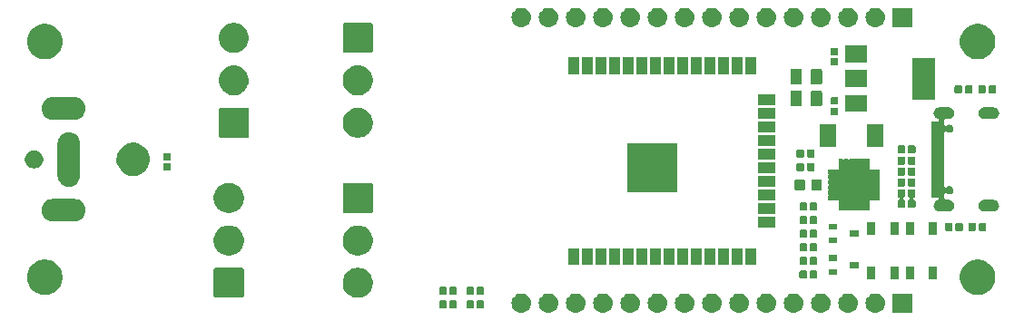
<source format=gbr>
G04 #@! TF.GenerationSoftware,KiCad,Pcbnew,(5.0.2)-1*
G04 #@! TF.CreationDate,2021-04-18T22:49:00+09:00*
G04 #@! TF.ProjectId,ESP32_LED,45535033-325f-44c4-9544-2e6b69636164,rev?*
G04 #@! TF.SameCoordinates,Original*
G04 #@! TF.FileFunction,Soldermask,Top*
G04 #@! TF.FilePolarity,Negative*
%FSLAX46Y46*%
G04 Gerber Fmt 4.6, Leading zero omitted, Abs format (unit mm)*
G04 Created by KiCad (PCBNEW (5.0.2)-1) date 2021/04/18 22:49:00*
%MOMM*%
%LPD*%
G01*
G04 APERTURE LIST*
%ADD10C,0.100000*%
G04 APERTURE END LIST*
D10*
G36*
X143620442Y-97530518D02*
X143686627Y-97537037D01*
X143799853Y-97571384D01*
X143856467Y-97588557D01*
X143993035Y-97661555D01*
X144012991Y-97672222D01*
X144048729Y-97701552D01*
X144150186Y-97784814D01*
X144217765Y-97867161D01*
X144262778Y-97922009D01*
X144262779Y-97922011D01*
X144346443Y-98078533D01*
X144346443Y-98078534D01*
X144397963Y-98248373D01*
X144415359Y-98425000D01*
X144397963Y-98601627D01*
X144363616Y-98714853D01*
X144346443Y-98771467D01*
X144327792Y-98806360D01*
X144262778Y-98927991D01*
X144233448Y-98963729D01*
X144150186Y-99065186D01*
X144048729Y-99148448D01*
X144012991Y-99177778D01*
X144012989Y-99177779D01*
X143856467Y-99261443D01*
X143799853Y-99278616D01*
X143686627Y-99312963D01*
X143620442Y-99319482D01*
X143554260Y-99326000D01*
X143465740Y-99326000D01*
X143399557Y-99319481D01*
X143333373Y-99312963D01*
X143220147Y-99278616D01*
X143163533Y-99261443D01*
X143007011Y-99177779D01*
X143007009Y-99177778D01*
X142971271Y-99148448D01*
X142869814Y-99065186D01*
X142786552Y-98963729D01*
X142757222Y-98927991D01*
X142692208Y-98806360D01*
X142673557Y-98771467D01*
X142656384Y-98714853D01*
X142622037Y-98601627D01*
X142604641Y-98425000D01*
X142622037Y-98248373D01*
X142673557Y-98078534D01*
X142673557Y-98078533D01*
X142757221Y-97922011D01*
X142757222Y-97922009D01*
X142802235Y-97867161D01*
X142869814Y-97784814D01*
X142971271Y-97701552D01*
X143007009Y-97672222D01*
X143026965Y-97661555D01*
X143163533Y-97588557D01*
X143220147Y-97571384D01*
X143333373Y-97537037D01*
X143399558Y-97530518D01*
X143465740Y-97524000D01*
X143554260Y-97524000D01*
X143620442Y-97530518D01*
X143620442Y-97530518D01*
G37*
G36*
X138540442Y-97530518D02*
X138606627Y-97537037D01*
X138719853Y-97571384D01*
X138776467Y-97588557D01*
X138913035Y-97661555D01*
X138932991Y-97672222D01*
X138968729Y-97701552D01*
X139070186Y-97784814D01*
X139137765Y-97867161D01*
X139182778Y-97922009D01*
X139182779Y-97922011D01*
X139266443Y-98078533D01*
X139266443Y-98078534D01*
X139317963Y-98248373D01*
X139335359Y-98425000D01*
X139317963Y-98601627D01*
X139283616Y-98714853D01*
X139266443Y-98771467D01*
X139247792Y-98806360D01*
X139182778Y-98927991D01*
X139153448Y-98963729D01*
X139070186Y-99065186D01*
X138968729Y-99148448D01*
X138932991Y-99177778D01*
X138932989Y-99177779D01*
X138776467Y-99261443D01*
X138719853Y-99278616D01*
X138606627Y-99312963D01*
X138540442Y-99319482D01*
X138474260Y-99326000D01*
X138385740Y-99326000D01*
X138319557Y-99319481D01*
X138253373Y-99312963D01*
X138140147Y-99278616D01*
X138083533Y-99261443D01*
X137927011Y-99177779D01*
X137927009Y-99177778D01*
X137891271Y-99148448D01*
X137789814Y-99065186D01*
X137706552Y-98963729D01*
X137677222Y-98927991D01*
X137612208Y-98806360D01*
X137593557Y-98771467D01*
X137576384Y-98714853D01*
X137542037Y-98601627D01*
X137524641Y-98425000D01*
X137542037Y-98248373D01*
X137593557Y-98078534D01*
X137593557Y-98078533D01*
X137677221Y-97922011D01*
X137677222Y-97922009D01*
X137722235Y-97867161D01*
X137789814Y-97784814D01*
X137891271Y-97701552D01*
X137927009Y-97672222D01*
X137946965Y-97661555D01*
X138083533Y-97588557D01*
X138140147Y-97571384D01*
X138253373Y-97537037D01*
X138319558Y-97530518D01*
X138385740Y-97524000D01*
X138474260Y-97524000D01*
X138540442Y-97530518D01*
X138540442Y-97530518D01*
G37*
G36*
X174891000Y-99326000D02*
X173089000Y-99326000D01*
X173089000Y-97524000D01*
X174891000Y-97524000D01*
X174891000Y-99326000D01*
X174891000Y-99326000D01*
G37*
G36*
X171560442Y-97530518D02*
X171626627Y-97537037D01*
X171739853Y-97571384D01*
X171796467Y-97588557D01*
X171933035Y-97661555D01*
X171952991Y-97672222D01*
X171988729Y-97701552D01*
X172090186Y-97784814D01*
X172157765Y-97867161D01*
X172202778Y-97922009D01*
X172202779Y-97922011D01*
X172286443Y-98078533D01*
X172286443Y-98078534D01*
X172337963Y-98248373D01*
X172355359Y-98425000D01*
X172337963Y-98601627D01*
X172303616Y-98714853D01*
X172286443Y-98771467D01*
X172267792Y-98806360D01*
X172202778Y-98927991D01*
X172173448Y-98963729D01*
X172090186Y-99065186D01*
X171988729Y-99148448D01*
X171952991Y-99177778D01*
X171952989Y-99177779D01*
X171796467Y-99261443D01*
X171739853Y-99278616D01*
X171626627Y-99312963D01*
X171560442Y-99319482D01*
X171494260Y-99326000D01*
X171405740Y-99326000D01*
X171339557Y-99319481D01*
X171273373Y-99312963D01*
X171160147Y-99278616D01*
X171103533Y-99261443D01*
X170947011Y-99177779D01*
X170947009Y-99177778D01*
X170911271Y-99148448D01*
X170809814Y-99065186D01*
X170726552Y-98963729D01*
X170697222Y-98927991D01*
X170632208Y-98806360D01*
X170613557Y-98771467D01*
X170596384Y-98714853D01*
X170562037Y-98601627D01*
X170544641Y-98425000D01*
X170562037Y-98248373D01*
X170613557Y-98078534D01*
X170613557Y-98078533D01*
X170697221Y-97922011D01*
X170697222Y-97922009D01*
X170742235Y-97867161D01*
X170809814Y-97784814D01*
X170911271Y-97701552D01*
X170947009Y-97672222D01*
X170966965Y-97661555D01*
X171103533Y-97588557D01*
X171160147Y-97571384D01*
X171273373Y-97537037D01*
X171339558Y-97530518D01*
X171405740Y-97524000D01*
X171494260Y-97524000D01*
X171560442Y-97530518D01*
X171560442Y-97530518D01*
G37*
G36*
X169020442Y-97530518D02*
X169086627Y-97537037D01*
X169199853Y-97571384D01*
X169256467Y-97588557D01*
X169393035Y-97661555D01*
X169412991Y-97672222D01*
X169448729Y-97701552D01*
X169550186Y-97784814D01*
X169617765Y-97867161D01*
X169662778Y-97922009D01*
X169662779Y-97922011D01*
X169746443Y-98078533D01*
X169746443Y-98078534D01*
X169797963Y-98248373D01*
X169815359Y-98425000D01*
X169797963Y-98601627D01*
X169763616Y-98714853D01*
X169746443Y-98771467D01*
X169727792Y-98806360D01*
X169662778Y-98927991D01*
X169633448Y-98963729D01*
X169550186Y-99065186D01*
X169448729Y-99148448D01*
X169412991Y-99177778D01*
X169412989Y-99177779D01*
X169256467Y-99261443D01*
X169199853Y-99278616D01*
X169086627Y-99312963D01*
X169020442Y-99319482D01*
X168954260Y-99326000D01*
X168865740Y-99326000D01*
X168799557Y-99319481D01*
X168733373Y-99312963D01*
X168620147Y-99278616D01*
X168563533Y-99261443D01*
X168407011Y-99177779D01*
X168407009Y-99177778D01*
X168371271Y-99148448D01*
X168269814Y-99065186D01*
X168186552Y-98963729D01*
X168157222Y-98927991D01*
X168092208Y-98806360D01*
X168073557Y-98771467D01*
X168056384Y-98714853D01*
X168022037Y-98601627D01*
X168004641Y-98425000D01*
X168022037Y-98248373D01*
X168073557Y-98078534D01*
X168073557Y-98078533D01*
X168157221Y-97922011D01*
X168157222Y-97922009D01*
X168202235Y-97867161D01*
X168269814Y-97784814D01*
X168371271Y-97701552D01*
X168407009Y-97672222D01*
X168426965Y-97661555D01*
X168563533Y-97588557D01*
X168620147Y-97571384D01*
X168733373Y-97537037D01*
X168799558Y-97530518D01*
X168865740Y-97524000D01*
X168954260Y-97524000D01*
X169020442Y-97530518D01*
X169020442Y-97530518D01*
G37*
G36*
X166480442Y-97530518D02*
X166546627Y-97537037D01*
X166659853Y-97571384D01*
X166716467Y-97588557D01*
X166853035Y-97661555D01*
X166872991Y-97672222D01*
X166908729Y-97701552D01*
X167010186Y-97784814D01*
X167077765Y-97867161D01*
X167122778Y-97922009D01*
X167122779Y-97922011D01*
X167206443Y-98078533D01*
X167206443Y-98078534D01*
X167257963Y-98248373D01*
X167275359Y-98425000D01*
X167257963Y-98601627D01*
X167223616Y-98714853D01*
X167206443Y-98771467D01*
X167187792Y-98806360D01*
X167122778Y-98927991D01*
X167093448Y-98963729D01*
X167010186Y-99065186D01*
X166908729Y-99148448D01*
X166872991Y-99177778D01*
X166872989Y-99177779D01*
X166716467Y-99261443D01*
X166659853Y-99278616D01*
X166546627Y-99312963D01*
X166480442Y-99319482D01*
X166414260Y-99326000D01*
X166325740Y-99326000D01*
X166259557Y-99319481D01*
X166193373Y-99312963D01*
X166080147Y-99278616D01*
X166023533Y-99261443D01*
X165867011Y-99177779D01*
X165867009Y-99177778D01*
X165831271Y-99148448D01*
X165729814Y-99065186D01*
X165646552Y-98963729D01*
X165617222Y-98927991D01*
X165552208Y-98806360D01*
X165533557Y-98771467D01*
X165516384Y-98714853D01*
X165482037Y-98601627D01*
X165464641Y-98425000D01*
X165482037Y-98248373D01*
X165533557Y-98078534D01*
X165533557Y-98078533D01*
X165617221Y-97922011D01*
X165617222Y-97922009D01*
X165662235Y-97867161D01*
X165729814Y-97784814D01*
X165831271Y-97701552D01*
X165867009Y-97672222D01*
X165886965Y-97661555D01*
X166023533Y-97588557D01*
X166080147Y-97571384D01*
X166193373Y-97537037D01*
X166259558Y-97530518D01*
X166325740Y-97524000D01*
X166414260Y-97524000D01*
X166480442Y-97530518D01*
X166480442Y-97530518D01*
G37*
G36*
X163940442Y-97530518D02*
X164006627Y-97537037D01*
X164119853Y-97571384D01*
X164176467Y-97588557D01*
X164313035Y-97661555D01*
X164332991Y-97672222D01*
X164368729Y-97701552D01*
X164470186Y-97784814D01*
X164537765Y-97867161D01*
X164582778Y-97922009D01*
X164582779Y-97922011D01*
X164666443Y-98078533D01*
X164666443Y-98078534D01*
X164717963Y-98248373D01*
X164735359Y-98425000D01*
X164717963Y-98601627D01*
X164683616Y-98714853D01*
X164666443Y-98771467D01*
X164647792Y-98806360D01*
X164582778Y-98927991D01*
X164553448Y-98963729D01*
X164470186Y-99065186D01*
X164368729Y-99148448D01*
X164332991Y-99177778D01*
X164332989Y-99177779D01*
X164176467Y-99261443D01*
X164119853Y-99278616D01*
X164006627Y-99312963D01*
X163940442Y-99319482D01*
X163874260Y-99326000D01*
X163785740Y-99326000D01*
X163719557Y-99319481D01*
X163653373Y-99312963D01*
X163540147Y-99278616D01*
X163483533Y-99261443D01*
X163327011Y-99177779D01*
X163327009Y-99177778D01*
X163291271Y-99148448D01*
X163189814Y-99065186D01*
X163106552Y-98963729D01*
X163077222Y-98927991D01*
X163012208Y-98806360D01*
X162993557Y-98771467D01*
X162976384Y-98714853D01*
X162942037Y-98601627D01*
X162924641Y-98425000D01*
X162942037Y-98248373D01*
X162993557Y-98078534D01*
X162993557Y-98078533D01*
X163077221Y-97922011D01*
X163077222Y-97922009D01*
X163122235Y-97867161D01*
X163189814Y-97784814D01*
X163291271Y-97701552D01*
X163327009Y-97672222D01*
X163346965Y-97661555D01*
X163483533Y-97588557D01*
X163540147Y-97571384D01*
X163653373Y-97537037D01*
X163719558Y-97530518D01*
X163785740Y-97524000D01*
X163874260Y-97524000D01*
X163940442Y-97530518D01*
X163940442Y-97530518D01*
G37*
G36*
X161400442Y-97530518D02*
X161466627Y-97537037D01*
X161579853Y-97571384D01*
X161636467Y-97588557D01*
X161773035Y-97661555D01*
X161792991Y-97672222D01*
X161828729Y-97701552D01*
X161930186Y-97784814D01*
X161997765Y-97867161D01*
X162042778Y-97922009D01*
X162042779Y-97922011D01*
X162126443Y-98078533D01*
X162126443Y-98078534D01*
X162177963Y-98248373D01*
X162195359Y-98425000D01*
X162177963Y-98601627D01*
X162143616Y-98714853D01*
X162126443Y-98771467D01*
X162107792Y-98806360D01*
X162042778Y-98927991D01*
X162013448Y-98963729D01*
X161930186Y-99065186D01*
X161828729Y-99148448D01*
X161792991Y-99177778D01*
X161792989Y-99177779D01*
X161636467Y-99261443D01*
X161579853Y-99278616D01*
X161466627Y-99312963D01*
X161400442Y-99319482D01*
X161334260Y-99326000D01*
X161245740Y-99326000D01*
X161179557Y-99319481D01*
X161113373Y-99312963D01*
X161000147Y-99278616D01*
X160943533Y-99261443D01*
X160787011Y-99177779D01*
X160787009Y-99177778D01*
X160751271Y-99148448D01*
X160649814Y-99065186D01*
X160566552Y-98963729D01*
X160537222Y-98927991D01*
X160472208Y-98806360D01*
X160453557Y-98771467D01*
X160436384Y-98714853D01*
X160402037Y-98601627D01*
X160384641Y-98425000D01*
X160402037Y-98248373D01*
X160453557Y-98078534D01*
X160453557Y-98078533D01*
X160537221Y-97922011D01*
X160537222Y-97922009D01*
X160582235Y-97867161D01*
X160649814Y-97784814D01*
X160751271Y-97701552D01*
X160787009Y-97672222D01*
X160806965Y-97661555D01*
X160943533Y-97588557D01*
X161000147Y-97571384D01*
X161113373Y-97537037D01*
X161179558Y-97530518D01*
X161245740Y-97524000D01*
X161334260Y-97524000D01*
X161400442Y-97530518D01*
X161400442Y-97530518D01*
G37*
G36*
X156320442Y-97530518D02*
X156386627Y-97537037D01*
X156499853Y-97571384D01*
X156556467Y-97588557D01*
X156693035Y-97661555D01*
X156712991Y-97672222D01*
X156748729Y-97701552D01*
X156850186Y-97784814D01*
X156917765Y-97867161D01*
X156962778Y-97922009D01*
X156962779Y-97922011D01*
X157046443Y-98078533D01*
X157046443Y-98078534D01*
X157097963Y-98248373D01*
X157115359Y-98425000D01*
X157097963Y-98601627D01*
X157063616Y-98714853D01*
X157046443Y-98771467D01*
X157027792Y-98806360D01*
X156962778Y-98927991D01*
X156933448Y-98963729D01*
X156850186Y-99065186D01*
X156748729Y-99148448D01*
X156712991Y-99177778D01*
X156712989Y-99177779D01*
X156556467Y-99261443D01*
X156499853Y-99278616D01*
X156386627Y-99312963D01*
X156320442Y-99319482D01*
X156254260Y-99326000D01*
X156165740Y-99326000D01*
X156099557Y-99319481D01*
X156033373Y-99312963D01*
X155920147Y-99278616D01*
X155863533Y-99261443D01*
X155707011Y-99177779D01*
X155707009Y-99177778D01*
X155671271Y-99148448D01*
X155569814Y-99065186D01*
X155486552Y-98963729D01*
X155457222Y-98927991D01*
X155392208Y-98806360D01*
X155373557Y-98771467D01*
X155356384Y-98714853D01*
X155322037Y-98601627D01*
X155304641Y-98425000D01*
X155322037Y-98248373D01*
X155373557Y-98078534D01*
X155373557Y-98078533D01*
X155457221Y-97922011D01*
X155457222Y-97922009D01*
X155502235Y-97867161D01*
X155569814Y-97784814D01*
X155671271Y-97701552D01*
X155707009Y-97672222D01*
X155726965Y-97661555D01*
X155863533Y-97588557D01*
X155920147Y-97571384D01*
X156033373Y-97537037D01*
X156099558Y-97530518D01*
X156165740Y-97524000D01*
X156254260Y-97524000D01*
X156320442Y-97530518D01*
X156320442Y-97530518D01*
G37*
G36*
X158860442Y-97530518D02*
X158926627Y-97537037D01*
X159039853Y-97571384D01*
X159096467Y-97588557D01*
X159233035Y-97661555D01*
X159252991Y-97672222D01*
X159288729Y-97701552D01*
X159390186Y-97784814D01*
X159457765Y-97867161D01*
X159502778Y-97922009D01*
X159502779Y-97922011D01*
X159586443Y-98078533D01*
X159586443Y-98078534D01*
X159637963Y-98248373D01*
X159655359Y-98425000D01*
X159637963Y-98601627D01*
X159603616Y-98714853D01*
X159586443Y-98771467D01*
X159567792Y-98806360D01*
X159502778Y-98927991D01*
X159473448Y-98963729D01*
X159390186Y-99065186D01*
X159288729Y-99148448D01*
X159252991Y-99177778D01*
X159252989Y-99177779D01*
X159096467Y-99261443D01*
X159039853Y-99278616D01*
X158926627Y-99312963D01*
X158860442Y-99319482D01*
X158794260Y-99326000D01*
X158705740Y-99326000D01*
X158639557Y-99319481D01*
X158573373Y-99312963D01*
X158460147Y-99278616D01*
X158403533Y-99261443D01*
X158247011Y-99177779D01*
X158247009Y-99177778D01*
X158211271Y-99148448D01*
X158109814Y-99065186D01*
X158026552Y-98963729D01*
X157997222Y-98927991D01*
X157932208Y-98806360D01*
X157913557Y-98771467D01*
X157896384Y-98714853D01*
X157862037Y-98601627D01*
X157844641Y-98425000D01*
X157862037Y-98248373D01*
X157913557Y-98078534D01*
X157913557Y-98078533D01*
X157997221Y-97922011D01*
X157997222Y-97922009D01*
X158042235Y-97867161D01*
X158109814Y-97784814D01*
X158211271Y-97701552D01*
X158247009Y-97672222D01*
X158266965Y-97661555D01*
X158403533Y-97588557D01*
X158460147Y-97571384D01*
X158573373Y-97537037D01*
X158639558Y-97530518D01*
X158705740Y-97524000D01*
X158794260Y-97524000D01*
X158860442Y-97530518D01*
X158860442Y-97530518D01*
G37*
G36*
X141080442Y-97530518D02*
X141146627Y-97537037D01*
X141259853Y-97571384D01*
X141316467Y-97588557D01*
X141453035Y-97661555D01*
X141472991Y-97672222D01*
X141508729Y-97701552D01*
X141610186Y-97784814D01*
X141677765Y-97867161D01*
X141722778Y-97922009D01*
X141722779Y-97922011D01*
X141806443Y-98078533D01*
X141806443Y-98078534D01*
X141857963Y-98248373D01*
X141875359Y-98425000D01*
X141857963Y-98601627D01*
X141823616Y-98714853D01*
X141806443Y-98771467D01*
X141787792Y-98806360D01*
X141722778Y-98927991D01*
X141693448Y-98963729D01*
X141610186Y-99065186D01*
X141508729Y-99148448D01*
X141472991Y-99177778D01*
X141472989Y-99177779D01*
X141316467Y-99261443D01*
X141259853Y-99278616D01*
X141146627Y-99312963D01*
X141080442Y-99319482D01*
X141014260Y-99326000D01*
X140925740Y-99326000D01*
X140859557Y-99319481D01*
X140793373Y-99312963D01*
X140680147Y-99278616D01*
X140623533Y-99261443D01*
X140467011Y-99177779D01*
X140467009Y-99177778D01*
X140431271Y-99148448D01*
X140329814Y-99065186D01*
X140246552Y-98963729D01*
X140217222Y-98927991D01*
X140152208Y-98806360D01*
X140133557Y-98771467D01*
X140116384Y-98714853D01*
X140082037Y-98601627D01*
X140064641Y-98425000D01*
X140082037Y-98248373D01*
X140133557Y-98078534D01*
X140133557Y-98078533D01*
X140217221Y-97922011D01*
X140217222Y-97922009D01*
X140262235Y-97867161D01*
X140329814Y-97784814D01*
X140431271Y-97701552D01*
X140467009Y-97672222D01*
X140486965Y-97661555D01*
X140623533Y-97588557D01*
X140680147Y-97571384D01*
X140793373Y-97537037D01*
X140859558Y-97530518D01*
X140925740Y-97524000D01*
X141014260Y-97524000D01*
X141080442Y-97530518D01*
X141080442Y-97530518D01*
G37*
G36*
X146160442Y-97530518D02*
X146226627Y-97537037D01*
X146339853Y-97571384D01*
X146396467Y-97588557D01*
X146533035Y-97661555D01*
X146552991Y-97672222D01*
X146588729Y-97701552D01*
X146690186Y-97784814D01*
X146757765Y-97867161D01*
X146802778Y-97922009D01*
X146802779Y-97922011D01*
X146886443Y-98078533D01*
X146886443Y-98078534D01*
X146937963Y-98248373D01*
X146955359Y-98425000D01*
X146937963Y-98601627D01*
X146903616Y-98714853D01*
X146886443Y-98771467D01*
X146867792Y-98806360D01*
X146802778Y-98927991D01*
X146773448Y-98963729D01*
X146690186Y-99065186D01*
X146588729Y-99148448D01*
X146552991Y-99177778D01*
X146552989Y-99177779D01*
X146396467Y-99261443D01*
X146339853Y-99278616D01*
X146226627Y-99312963D01*
X146160442Y-99319482D01*
X146094260Y-99326000D01*
X146005740Y-99326000D01*
X145939557Y-99319481D01*
X145873373Y-99312963D01*
X145760147Y-99278616D01*
X145703533Y-99261443D01*
X145547011Y-99177779D01*
X145547009Y-99177778D01*
X145511271Y-99148448D01*
X145409814Y-99065186D01*
X145326552Y-98963729D01*
X145297222Y-98927991D01*
X145232208Y-98806360D01*
X145213557Y-98771467D01*
X145196384Y-98714853D01*
X145162037Y-98601627D01*
X145144641Y-98425000D01*
X145162037Y-98248373D01*
X145213557Y-98078534D01*
X145213557Y-98078533D01*
X145297221Y-97922011D01*
X145297222Y-97922009D01*
X145342235Y-97867161D01*
X145409814Y-97784814D01*
X145511271Y-97701552D01*
X145547009Y-97672222D01*
X145566965Y-97661555D01*
X145703533Y-97588557D01*
X145760147Y-97571384D01*
X145873373Y-97537037D01*
X145939558Y-97530518D01*
X146005740Y-97524000D01*
X146094260Y-97524000D01*
X146160442Y-97530518D01*
X146160442Y-97530518D01*
G37*
G36*
X151240442Y-97530518D02*
X151306627Y-97537037D01*
X151419853Y-97571384D01*
X151476467Y-97588557D01*
X151613035Y-97661555D01*
X151632991Y-97672222D01*
X151668729Y-97701552D01*
X151770186Y-97784814D01*
X151837765Y-97867161D01*
X151882778Y-97922009D01*
X151882779Y-97922011D01*
X151966443Y-98078533D01*
X151966443Y-98078534D01*
X152017963Y-98248373D01*
X152035359Y-98425000D01*
X152017963Y-98601627D01*
X151983616Y-98714853D01*
X151966443Y-98771467D01*
X151947792Y-98806360D01*
X151882778Y-98927991D01*
X151853448Y-98963729D01*
X151770186Y-99065186D01*
X151668729Y-99148448D01*
X151632991Y-99177778D01*
X151632989Y-99177779D01*
X151476467Y-99261443D01*
X151419853Y-99278616D01*
X151306627Y-99312963D01*
X151240442Y-99319482D01*
X151174260Y-99326000D01*
X151085740Y-99326000D01*
X151019557Y-99319481D01*
X150953373Y-99312963D01*
X150840147Y-99278616D01*
X150783533Y-99261443D01*
X150627011Y-99177779D01*
X150627009Y-99177778D01*
X150591271Y-99148448D01*
X150489814Y-99065186D01*
X150406552Y-98963729D01*
X150377222Y-98927991D01*
X150312208Y-98806360D01*
X150293557Y-98771467D01*
X150276384Y-98714853D01*
X150242037Y-98601627D01*
X150224641Y-98425000D01*
X150242037Y-98248373D01*
X150293557Y-98078534D01*
X150293557Y-98078533D01*
X150377221Y-97922011D01*
X150377222Y-97922009D01*
X150422235Y-97867161D01*
X150489814Y-97784814D01*
X150591271Y-97701552D01*
X150627009Y-97672222D01*
X150646965Y-97661555D01*
X150783533Y-97588557D01*
X150840147Y-97571384D01*
X150953373Y-97537037D01*
X151019558Y-97530518D01*
X151085740Y-97524000D01*
X151174260Y-97524000D01*
X151240442Y-97530518D01*
X151240442Y-97530518D01*
G37*
G36*
X153780442Y-97530518D02*
X153846627Y-97537037D01*
X153959853Y-97571384D01*
X154016467Y-97588557D01*
X154153035Y-97661555D01*
X154172991Y-97672222D01*
X154208729Y-97701552D01*
X154310186Y-97784814D01*
X154377765Y-97867161D01*
X154422778Y-97922009D01*
X154422779Y-97922011D01*
X154506443Y-98078533D01*
X154506443Y-98078534D01*
X154557963Y-98248373D01*
X154575359Y-98425000D01*
X154557963Y-98601627D01*
X154523616Y-98714853D01*
X154506443Y-98771467D01*
X154487792Y-98806360D01*
X154422778Y-98927991D01*
X154393448Y-98963729D01*
X154310186Y-99065186D01*
X154208729Y-99148448D01*
X154172991Y-99177778D01*
X154172989Y-99177779D01*
X154016467Y-99261443D01*
X153959853Y-99278616D01*
X153846627Y-99312963D01*
X153780442Y-99319482D01*
X153714260Y-99326000D01*
X153625740Y-99326000D01*
X153559557Y-99319481D01*
X153493373Y-99312963D01*
X153380147Y-99278616D01*
X153323533Y-99261443D01*
X153167011Y-99177779D01*
X153167009Y-99177778D01*
X153131271Y-99148448D01*
X153029814Y-99065186D01*
X152946552Y-98963729D01*
X152917222Y-98927991D01*
X152852208Y-98806360D01*
X152833557Y-98771467D01*
X152816384Y-98714853D01*
X152782037Y-98601627D01*
X152764641Y-98425000D01*
X152782037Y-98248373D01*
X152833557Y-98078534D01*
X152833557Y-98078533D01*
X152917221Y-97922011D01*
X152917222Y-97922009D01*
X152962235Y-97867161D01*
X153029814Y-97784814D01*
X153131271Y-97701552D01*
X153167009Y-97672222D01*
X153186965Y-97661555D01*
X153323533Y-97588557D01*
X153380147Y-97571384D01*
X153493373Y-97537037D01*
X153559558Y-97530518D01*
X153625740Y-97524000D01*
X153714260Y-97524000D01*
X153780442Y-97530518D01*
X153780442Y-97530518D01*
G37*
G36*
X148700442Y-97530518D02*
X148766627Y-97537037D01*
X148879853Y-97571384D01*
X148936467Y-97588557D01*
X149073035Y-97661555D01*
X149092991Y-97672222D01*
X149128729Y-97701552D01*
X149230186Y-97784814D01*
X149297765Y-97867161D01*
X149342778Y-97922009D01*
X149342779Y-97922011D01*
X149426443Y-98078533D01*
X149426443Y-98078534D01*
X149477963Y-98248373D01*
X149495359Y-98425000D01*
X149477963Y-98601627D01*
X149443616Y-98714853D01*
X149426443Y-98771467D01*
X149407792Y-98806360D01*
X149342778Y-98927991D01*
X149313448Y-98963729D01*
X149230186Y-99065186D01*
X149128729Y-99148448D01*
X149092991Y-99177778D01*
X149092989Y-99177779D01*
X148936467Y-99261443D01*
X148879853Y-99278616D01*
X148766627Y-99312963D01*
X148700442Y-99319482D01*
X148634260Y-99326000D01*
X148545740Y-99326000D01*
X148479557Y-99319481D01*
X148413373Y-99312963D01*
X148300147Y-99278616D01*
X148243533Y-99261443D01*
X148087011Y-99177779D01*
X148087009Y-99177778D01*
X148051271Y-99148448D01*
X147949814Y-99065186D01*
X147866552Y-98963729D01*
X147837222Y-98927991D01*
X147772208Y-98806360D01*
X147753557Y-98771467D01*
X147736384Y-98714853D01*
X147702037Y-98601627D01*
X147684641Y-98425000D01*
X147702037Y-98248373D01*
X147753557Y-98078534D01*
X147753557Y-98078533D01*
X147837221Y-97922011D01*
X147837222Y-97922009D01*
X147882235Y-97867161D01*
X147949814Y-97784814D01*
X148051271Y-97701552D01*
X148087009Y-97672222D01*
X148106965Y-97661555D01*
X148243533Y-97588557D01*
X148300147Y-97571384D01*
X148413373Y-97537037D01*
X148479558Y-97530518D01*
X148545740Y-97524000D01*
X148634260Y-97524000D01*
X148700442Y-97530518D01*
X148700442Y-97530518D01*
G37*
G36*
X133906938Y-98183716D02*
X133927556Y-98189970D01*
X133946556Y-98200126D01*
X133963208Y-98213792D01*
X133976874Y-98230444D01*
X133987030Y-98249444D01*
X133993284Y-98270062D01*
X133996000Y-98297640D01*
X133996000Y-98806360D01*
X133993284Y-98833938D01*
X133987030Y-98854556D01*
X133976874Y-98873556D01*
X133963208Y-98890208D01*
X133946556Y-98903874D01*
X133927556Y-98914030D01*
X133906938Y-98920284D01*
X133879360Y-98923000D01*
X133420640Y-98923000D01*
X133393062Y-98920284D01*
X133372444Y-98914030D01*
X133353444Y-98903874D01*
X133336792Y-98890208D01*
X133323126Y-98873556D01*
X133312970Y-98854556D01*
X133306716Y-98833938D01*
X133304000Y-98806360D01*
X133304000Y-98297640D01*
X133306716Y-98270062D01*
X133312970Y-98249444D01*
X133323126Y-98230444D01*
X133336792Y-98213792D01*
X133353444Y-98200126D01*
X133372444Y-98189970D01*
X133393062Y-98183716D01*
X133420640Y-98181000D01*
X133879360Y-98181000D01*
X133906938Y-98183716D01*
X133906938Y-98183716D01*
G37*
G36*
X132336938Y-98183716D02*
X132357556Y-98189970D01*
X132376556Y-98200126D01*
X132393208Y-98213792D01*
X132406874Y-98230444D01*
X132417030Y-98249444D01*
X132423284Y-98270062D01*
X132426000Y-98297640D01*
X132426000Y-98806360D01*
X132423284Y-98833938D01*
X132417030Y-98854556D01*
X132406874Y-98873556D01*
X132393208Y-98890208D01*
X132376556Y-98903874D01*
X132357556Y-98914030D01*
X132336938Y-98920284D01*
X132309360Y-98923000D01*
X131850640Y-98923000D01*
X131823062Y-98920284D01*
X131802444Y-98914030D01*
X131783444Y-98903874D01*
X131766792Y-98890208D01*
X131753126Y-98873556D01*
X131742970Y-98854556D01*
X131736716Y-98833938D01*
X131734000Y-98806360D01*
X131734000Y-98297640D01*
X131736716Y-98270062D01*
X131742970Y-98249444D01*
X131753126Y-98230444D01*
X131766792Y-98213792D01*
X131783444Y-98200126D01*
X131802444Y-98189970D01*
X131823062Y-98183716D01*
X131850640Y-98181000D01*
X132309360Y-98181000D01*
X132336938Y-98183716D01*
X132336938Y-98183716D01*
G37*
G36*
X134876938Y-98183716D02*
X134897556Y-98189970D01*
X134916556Y-98200126D01*
X134933208Y-98213792D01*
X134946874Y-98230444D01*
X134957030Y-98249444D01*
X134963284Y-98270062D01*
X134966000Y-98297640D01*
X134966000Y-98806360D01*
X134963284Y-98833938D01*
X134957030Y-98854556D01*
X134946874Y-98873556D01*
X134933208Y-98890208D01*
X134916556Y-98903874D01*
X134897556Y-98914030D01*
X134876938Y-98920284D01*
X134849360Y-98923000D01*
X134390640Y-98923000D01*
X134363062Y-98920284D01*
X134342444Y-98914030D01*
X134323444Y-98903874D01*
X134306792Y-98890208D01*
X134293126Y-98873556D01*
X134282970Y-98854556D01*
X134276716Y-98833938D01*
X134274000Y-98806360D01*
X134274000Y-98297640D01*
X134276716Y-98270062D01*
X134282970Y-98249444D01*
X134293126Y-98230444D01*
X134306792Y-98213792D01*
X134323444Y-98200126D01*
X134342444Y-98189970D01*
X134363062Y-98183716D01*
X134390640Y-98181000D01*
X134849360Y-98181000D01*
X134876938Y-98183716D01*
X134876938Y-98183716D01*
G37*
G36*
X131366938Y-98183716D02*
X131387556Y-98189970D01*
X131406556Y-98200126D01*
X131423208Y-98213792D01*
X131436874Y-98230444D01*
X131447030Y-98249444D01*
X131453284Y-98270062D01*
X131456000Y-98297640D01*
X131456000Y-98806360D01*
X131453284Y-98833938D01*
X131447030Y-98854556D01*
X131436874Y-98873556D01*
X131423208Y-98890208D01*
X131406556Y-98903874D01*
X131387556Y-98914030D01*
X131366938Y-98920284D01*
X131339360Y-98923000D01*
X130880640Y-98923000D01*
X130853062Y-98920284D01*
X130832444Y-98914030D01*
X130813444Y-98903874D01*
X130796792Y-98890208D01*
X130783126Y-98873556D01*
X130772970Y-98854556D01*
X130766716Y-98833938D01*
X130764000Y-98806360D01*
X130764000Y-98297640D01*
X130766716Y-98270062D01*
X130772970Y-98249444D01*
X130783126Y-98230444D01*
X130796792Y-98213792D01*
X130813444Y-98200126D01*
X130832444Y-98189970D01*
X130853062Y-98183716D01*
X130880640Y-98181000D01*
X131339360Y-98181000D01*
X131366938Y-98183716D01*
X131366938Y-98183716D01*
G37*
G36*
X123458699Y-95145000D02*
X123598657Y-95172839D01*
X123704094Y-95216513D01*
X123853621Y-95278449D01*
X124083089Y-95431774D01*
X124278226Y-95626911D01*
X124431551Y-95856379D01*
X124493415Y-96005733D01*
X124536553Y-96109874D01*
X124537161Y-96111344D01*
X124591000Y-96382012D01*
X124591000Y-96657988D01*
X124566324Y-96782042D01*
X124537161Y-96928657D01*
X124523994Y-96960444D01*
X124431551Y-97183621D01*
X124278226Y-97413089D01*
X124083089Y-97608226D01*
X123853621Y-97761551D01*
X123747048Y-97805695D01*
X123598657Y-97867161D01*
X123508433Y-97885107D01*
X123327988Y-97921000D01*
X123052012Y-97921000D01*
X122871567Y-97885107D01*
X122781343Y-97867161D01*
X122632952Y-97805695D01*
X122526379Y-97761551D01*
X122296911Y-97608226D01*
X122101774Y-97413089D01*
X121948449Y-97183621D01*
X121856006Y-96960444D01*
X121842839Y-96928657D01*
X121813676Y-96782042D01*
X121789000Y-96657988D01*
X121789000Y-96382012D01*
X121842839Y-96111344D01*
X121843448Y-96109874D01*
X121886585Y-96005733D01*
X121948449Y-95856379D01*
X122101774Y-95626911D01*
X122296911Y-95431774D01*
X122526379Y-95278449D01*
X122675906Y-95216513D01*
X122781343Y-95172839D01*
X122921301Y-95145000D01*
X123052012Y-95119000D01*
X123327988Y-95119000D01*
X123458699Y-95145000D01*
X123458699Y-95145000D01*
G37*
G36*
X112433033Y-95122621D02*
X112462488Y-95131556D01*
X112489625Y-95146062D01*
X112513415Y-95165586D01*
X112532939Y-95189376D01*
X112547445Y-95216513D01*
X112556380Y-95245968D01*
X112560001Y-95282733D01*
X112560001Y-97757267D01*
X112556380Y-97794032D01*
X112547445Y-97823487D01*
X112532939Y-97850624D01*
X112513415Y-97874414D01*
X112489625Y-97893938D01*
X112462488Y-97908444D01*
X112433033Y-97917379D01*
X112396268Y-97921000D01*
X109921734Y-97921000D01*
X109884969Y-97917379D01*
X109855514Y-97908444D01*
X109828377Y-97893938D01*
X109804587Y-97874414D01*
X109785063Y-97850624D01*
X109770557Y-97823487D01*
X109761622Y-97794032D01*
X109758001Y-97757267D01*
X109758001Y-95282733D01*
X109761622Y-95245968D01*
X109770557Y-95216513D01*
X109785063Y-95189376D01*
X109804587Y-95165586D01*
X109828377Y-95146062D01*
X109855514Y-95131556D01*
X109884969Y-95122621D01*
X109921734Y-95119000D01*
X112396268Y-95119000D01*
X112433033Y-95122621D01*
X112433033Y-95122621D01*
G37*
G36*
X133906938Y-96913716D02*
X133927556Y-96919970D01*
X133946556Y-96930126D01*
X133963208Y-96943792D01*
X133976874Y-96960444D01*
X133987030Y-96979444D01*
X133993284Y-97000062D01*
X133996000Y-97027640D01*
X133996000Y-97536360D01*
X133993284Y-97563938D01*
X133987030Y-97584556D01*
X133976874Y-97603556D01*
X133963208Y-97620208D01*
X133946556Y-97633874D01*
X133927556Y-97644030D01*
X133906938Y-97650284D01*
X133879360Y-97653000D01*
X133420640Y-97653000D01*
X133393062Y-97650284D01*
X133372444Y-97644030D01*
X133353444Y-97633874D01*
X133336792Y-97620208D01*
X133323126Y-97603556D01*
X133312970Y-97584556D01*
X133306716Y-97563938D01*
X133304000Y-97536360D01*
X133304000Y-97027640D01*
X133306716Y-97000062D01*
X133312970Y-96979444D01*
X133323126Y-96960444D01*
X133336792Y-96943792D01*
X133353444Y-96930126D01*
X133372444Y-96919970D01*
X133393062Y-96913716D01*
X133420640Y-96911000D01*
X133879360Y-96911000D01*
X133906938Y-96913716D01*
X133906938Y-96913716D01*
G37*
G36*
X134876938Y-96913716D02*
X134897556Y-96919970D01*
X134916556Y-96930126D01*
X134933208Y-96943792D01*
X134946874Y-96960444D01*
X134957030Y-96979444D01*
X134963284Y-97000062D01*
X134966000Y-97027640D01*
X134966000Y-97536360D01*
X134963284Y-97563938D01*
X134957030Y-97584556D01*
X134946874Y-97603556D01*
X134933208Y-97620208D01*
X134916556Y-97633874D01*
X134897556Y-97644030D01*
X134876938Y-97650284D01*
X134849360Y-97653000D01*
X134390640Y-97653000D01*
X134363062Y-97650284D01*
X134342444Y-97644030D01*
X134323444Y-97633874D01*
X134306792Y-97620208D01*
X134293126Y-97603556D01*
X134282970Y-97584556D01*
X134276716Y-97563938D01*
X134274000Y-97536360D01*
X134274000Y-97027640D01*
X134276716Y-97000062D01*
X134282970Y-96979444D01*
X134293126Y-96960444D01*
X134306792Y-96943792D01*
X134323444Y-96930126D01*
X134342444Y-96919970D01*
X134363062Y-96913716D01*
X134390640Y-96911000D01*
X134849360Y-96911000D01*
X134876938Y-96913716D01*
X134876938Y-96913716D01*
G37*
G36*
X132336938Y-96913716D02*
X132357556Y-96919970D01*
X132376556Y-96930126D01*
X132393208Y-96943792D01*
X132406874Y-96960444D01*
X132417030Y-96979444D01*
X132423284Y-97000062D01*
X132426000Y-97027640D01*
X132426000Y-97536360D01*
X132423284Y-97563938D01*
X132417030Y-97584556D01*
X132406874Y-97603556D01*
X132393208Y-97620208D01*
X132376556Y-97633874D01*
X132357556Y-97644030D01*
X132336938Y-97650284D01*
X132309360Y-97653000D01*
X131850640Y-97653000D01*
X131823062Y-97650284D01*
X131802444Y-97644030D01*
X131783444Y-97633874D01*
X131766792Y-97620208D01*
X131753126Y-97603556D01*
X131742970Y-97584556D01*
X131736716Y-97563938D01*
X131734000Y-97536360D01*
X131734000Y-97027640D01*
X131736716Y-97000062D01*
X131742970Y-96979444D01*
X131753126Y-96960444D01*
X131766792Y-96943792D01*
X131783444Y-96930126D01*
X131802444Y-96919970D01*
X131823062Y-96913716D01*
X131850640Y-96911000D01*
X132309360Y-96911000D01*
X132336938Y-96913716D01*
X132336938Y-96913716D01*
G37*
G36*
X131366938Y-96913716D02*
X131387556Y-96919970D01*
X131406556Y-96930126D01*
X131423208Y-96943792D01*
X131436874Y-96960444D01*
X131447030Y-96979444D01*
X131453284Y-97000062D01*
X131456000Y-97027640D01*
X131456000Y-97536360D01*
X131453284Y-97563938D01*
X131447030Y-97584556D01*
X131436874Y-97603556D01*
X131423208Y-97620208D01*
X131406556Y-97633874D01*
X131387556Y-97644030D01*
X131366938Y-97650284D01*
X131339360Y-97653000D01*
X130880640Y-97653000D01*
X130853062Y-97650284D01*
X130832444Y-97644030D01*
X130813444Y-97633874D01*
X130796792Y-97620208D01*
X130783126Y-97603556D01*
X130772970Y-97584556D01*
X130766716Y-97563938D01*
X130764000Y-97536360D01*
X130764000Y-97027640D01*
X130766716Y-97000062D01*
X130772970Y-96979444D01*
X130783126Y-96960444D01*
X130796792Y-96943792D01*
X130813444Y-96930126D01*
X130832444Y-96919970D01*
X130853062Y-96913716D01*
X130880640Y-96911000D01*
X131339360Y-96911000D01*
X131366938Y-96913716D01*
X131366938Y-96913716D01*
G37*
G36*
X181375256Y-94391298D02*
X181481579Y-94412447D01*
X181782042Y-94536903D01*
X181865997Y-94593000D01*
X182052454Y-94717587D01*
X182282413Y-94947546D01*
X182282415Y-94947549D01*
X182463097Y-95217958D01*
X182587553Y-95518421D01*
X182608702Y-95624744D01*
X182651000Y-95837389D01*
X182651000Y-96162611D01*
X182608702Y-96375256D01*
X182587553Y-96481579D01*
X182463097Y-96782042D01*
X182365132Y-96928656D01*
X182282413Y-97052454D01*
X182052454Y-97282413D01*
X182052451Y-97282415D01*
X181782042Y-97463097D01*
X181481579Y-97587553D01*
X181407295Y-97602329D01*
X181162611Y-97651000D01*
X180837389Y-97651000D01*
X180592705Y-97602329D01*
X180518421Y-97587553D01*
X180217958Y-97463097D01*
X179947549Y-97282415D01*
X179947546Y-97282413D01*
X179717587Y-97052454D01*
X179634868Y-96928656D01*
X179536903Y-96782042D01*
X179412447Y-96481579D01*
X179391298Y-96375256D01*
X179349000Y-96162611D01*
X179349000Y-95837389D01*
X179391298Y-95624744D01*
X179412447Y-95518421D01*
X179536903Y-95217958D01*
X179717585Y-94947549D01*
X179717587Y-94947546D01*
X179947546Y-94717587D01*
X180134003Y-94593000D01*
X180217958Y-94536903D01*
X180518421Y-94412447D01*
X180624744Y-94391298D01*
X180837389Y-94349000D01*
X181162611Y-94349000D01*
X181375256Y-94391298D01*
X181375256Y-94391298D01*
G37*
G36*
X94375256Y-94391298D02*
X94481579Y-94412447D01*
X94782042Y-94536903D01*
X94865997Y-94593000D01*
X95052454Y-94717587D01*
X95282413Y-94947546D01*
X95282415Y-94947549D01*
X95463097Y-95217958D01*
X95587553Y-95518421D01*
X95608702Y-95624744D01*
X95651000Y-95837389D01*
X95651000Y-96162611D01*
X95608702Y-96375256D01*
X95587553Y-96481579D01*
X95463097Y-96782042D01*
X95365132Y-96928656D01*
X95282413Y-97052454D01*
X95052454Y-97282413D01*
X95052451Y-97282415D01*
X94782042Y-97463097D01*
X94481579Y-97587553D01*
X94407295Y-97602329D01*
X94162611Y-97651000D01*
X93837389Y-97651000D01*
X93592705Y-97602329D01*
X93518421Y-97587553D01*
X93217958Y-97463097D01*
X92947549Y-97282415D01*
X92947546Y-97282413D01*
X92717587Y-97052454D01*
X92634868Y-96928656D01*
X92536903Y-96782042D01*
X92412447Y-96481579D01*
X92391298Y-96375256D01*
X92349000Y-96162611D01*
X92349000Y-95837389D01*
X92391298Y-95624744D01*
X92412447Y-95518421D01*
X92536903Y-95217958D01*
X92717585Y-94947549D01*
X92717587Y-94947546D01*
X92947546Y-94717587D01*
X93134003Y-94593000D01*
X93217958Y-94536903D01*
X93518421Y-94412447D01*
X93624744Y-94391298D01*
X93837389Y-94349000D01*
X94162611Y-94349000D01*
X94375256Y-94391298D01*
X94375256Y-94391298D01*
G37*
G36*
X175069000Y-96166000D02*
X174317000Y-96166000D01*
X174317000Y-95014000D01*
X175069000Y-95014000D01*
X175069000Y-96166000D01*
X175069000Y-96166000D01*
G37*
G36*
X177219000Y-96166000D02*
X176467000Y-96166000D01*
X176467000Y-95014000D01*
X177219000Y-95014000D01*
X177219000Y-96166000D01*
X177219000Y-96166000D01*
G37*
G36*
X171454000Y-96166000D02*
X170702000Y-96166000D01*
X170702000Y-95014000D01*
X171454000Y-95014000D01*
X171454000Y-96166000D01*
X171454000Y-96166000D01*
G37*
G36*
X173604000Y-96166000D02*
X172852000Y-96166000D01*
X172852000Y-95014000D01*
X173604000Y-95014000D01*
X173604000Y-96166000D01*
X173604000Y-96166000D01*
G37*
G36*
X164975938Y-95389716D02*
X164996556Y-95395970D01*
X165015556Y-95406126D01*
X165032208Y-95419792D01*
X165045874Y-95436444D01*
X165056030Y-95455444D01*
X165062284Y-95476062D01*
X165065000Y-95503640D01*
X165065000Y-96012360D01*
X165062284Y-96039938D01*
X165056030Y-96060556D01*
X165045874Y-96079556D01*
X165032208Y-96096208D01*
X165015556Y-96109874D01*
X164996556Y-96120030D01*
X164975938Y-96126284D01*
X164948360Y-96129000D01*
X164489640Y-96129000D01*
X164462062Y-96126284D01*
X164441444Y-96120030D01*
X164422444Y-96109874D01*
X164405792Y-96096208D01*
X164392126Y-96079556D01*
X164381970Y-96060556D01*
X164375716Y-96039938D01*
X164373000Y-96012360D01*
X164373000Y-95503640D01*
X164375716Y-95476062D01*
X164381970Y-95455444D01*
X164392126Y-95436444D01*
X164405792Y-95419792D01*
X164422444Y-95406126D01*
X164441444Y-95395970D01*
X164462062Y-95389716D01*
X164489640Y-95387000D01*
X164948360Y-95387000D01*
X164975938Y-95389716D01*
X164975938Y-95389716D01*
G37*
G36*
X165945938Y-95389716D02*
X165966556Y-95395970D01*
X165985556Y-95406126D01*
X166002208Y-95419792D01*
X166015874Y-95436444D01*
X166026030Y-95455444D01*
X166032284Y-95476062D01*
X166035000Y-95503640D01*
X166035000Y-96012360D01*
X166032284Y-96039938D01*
X166026030Y-96060556D01*
X166015874Y-96079556D01*
X166002208Y-96096208D01*
X165985556Y-96109874D01*
X165966556Y-96120030D01*
X165945938Y-96126284D01*
X165918360Y-96129000D01*
X165459640Y-96129000D01*
X165432062Y-96126284D01*
X165411444Y-96120030D01*
X165392444Y-96109874D01*
X165375792Y-96096208D01*
X165362126Y-96079556D01*
X165351970Y-96060556D01*
X165345716Y-96039938D01*
X165343000Y-96012360D01*
X165343000Y-95503640D01*
X165345716Y-95476062D01*
X165351970Y-95455444D01*
X165362126Y-95436444D01*
X165375792Y-95419792D01*
X165392444Y-95406126D01*
X165411444Y-95395970D01*
X165432062Y-95389716D01*
X165459640Y-95387000D01*
X165918360Y-95387000D01*
X165945938Y-95389716D01*
X165945938Y-95389716D01*
G37*
G36*
X167908075Y-95795000D02*
X167106075Y-95795000D01*
X167106075Y-95243000D01*
X167908075Y-95243000D01*
X167908075Y-95795000D01*
X167908075Y-95795000D01*
G37*
G36*
X169908075Y-95145000D02*
X169106075Y-95145000D01*
X169106075Y-94593000D01*
X169908075Y-94593000D01*
X169908075Y-95145000D01*
X169908075Y-95145000D01*
G37*
G36*
X152713000Y-94881000D02*
X151711000Y-94881000D01*
X151711000Y-93279000D01*
X152713000Y-93279000D01*
X152713000Y-94881000D01*
X152713000Y-94881000D01*
G37*
G36*
X160333000Y-94881000D02*
X159331000Y-94881000D01*
X159331000Y-93279000D01*
X160333000Y-93279000D01*
X160333000Y-94881000D01*
X160333000Y-94881000D01*
G37*
G36*
X157793000Y-94881000D02*
X156791000Y-94881000D01*
X156791000Y-93279000D01*
X157793000Y-93279000D01*
X157793000Y-94881000D01*
X157793000Y-94881000D01*
G37*
G36*
X156523000Y-94881000D02*
X155521000Y-94881000D01*
X155521000Y-93279000D01*
X156523000Y-93279000D01*
X156523000Y-94881000D01*
X156523000Y-94881000D01*
G37*
G36*
X155253000Y-94881000D02*
X154251000Y-94881000D01*
X154251000Y-93279000D01*
X155253000Y-93279000D01*
X155253000Y-94881000D01*
X155253000Y-94881000D01*
G37*
G36*
X153983000Y-94881000D02*
X152981000Y-94881000D01*
X152981000Y-93279000D01*
X153983000Y-93279000D01*
X153983000Y-94881000D01*
X153983000Y-94881000D01*
G37*
G36*
X151443000Y-94881000D02*
X150441000Y-94881000D01*
X150441000Y-93279000D01*
X151443000Y-93279000D01*
X151443000Y-94881000D01*
X151443000Y-94881000D01*
G37*
G36*
X150173000Y-94881000D02*
X149171000Y-94881000D01*
X149171000Y-93279000D01*
X150173000Y-93279000D01*
X150173000Y-94881000D01*
X150173000Y-94881000D01*
G37*
G36*
X148903000Y-94881000D02*
X147901000Y-94881000D01*
X147901000Y-93279000D01*
X148903000Y-93279000D01*
X148903000Y-94881000D01*
X148903000Y-94881000D01*
G37*
G36*
X147633000Y-94881000D02*
X146631000Y-94881000D01*
X146631000Y-93279000D01*
X147633000Y-93279000D01*
X147633000Y-94881000D01*
X147633000Y-94881000D01*
G37*
G36*
X146363000Y-94881000D02*
X145361000Y-94881000D01*
X145361000Y-93279000D01*
X146363000Y-93279000D01*
X146363000Y-94881000D01*
X146363000Y-94881000D01*
G37*
G36*
X145093000Y-94881000D02*
X144091000Y-94881000D01*
X144091000Y-93279000D01*
X145093000Y-93279000D01*
X145093000Y-94881000D01*
X145093000Y-94881000D01*
G37*
G36*
X143823000Y-94881000D02*
X142821000Y-94881000D01*
X142821000Y-93279000D01*
X143823000Y-93279000D01*
X143823000Y-94881000D01*
X143823000Y-94881000D01*
G37*
G36*
X159063000Y-94881000D02*
X158061000Y-94881000D01*
X158061000Y-93279000D01*
X159063000Y-93279000D01*
X159063000Y-94881000D01*
X159063000Y-94881000D01*
G37*
G36*
X164987938Y-94119716D02*
X165008556Y-94125970D01*
X165027556Y-94136126D01*
X165044208Y-94149792D01*
X165057874Y-94166444D01*
X165068030Y-94185444D01*
X165074284Y-94206062D01*
X165077000Y-94233640D01*
X165077000Y-94742360D01*
X165074284Y-94769938D01*
X165068030Y-94790556D01*
X165057874Y-94809556D01*
X165044208Y-94826208D01*
X165027556Y-94839874D01*
X165008556Y-94850030D01*
X164987938Y-94856284D01*
X164960360Y-94859000D01*
X164501640Y-94859000D01*
X164474062Y-94856284D01*
X164453444Y-94850030D01*
X164434444Y-94839874D01*
X164417792Y-94826208D01*
X164404126Y-94809556D01*
X164393970Y-94790556D01*
X164387716Y-94769938D01*
X164385000Y-94742360D01*
X164385000Y-94233640D01*
X164387716Y-94206062D01*
X164393970Y-94185444D01*
X164404126Y-94166444D01*
X164417792Y-94149792D01*
X164434444Y-94136126D01*
X164453444Y-94125970D01*
X164474062Y-94119716D01*
X164501640Y-94117000D01*
X164960360Y-94117000D01*
X164987938Y-94119716D01*
X164987938Y-94119716D01*
G37*
G36*
X165957938Y-94119716D02*
X165978556Y-94125970D01*
X165997556Y-94136126D01*
X166014208Y-94149792D01*
X166027874Y-94166444D01*
X166038030Y-94185444D01*
X166044284Y-94206062D01*
X166047000Y-94233640D01*
X166047000Y-94742360D01*
X166044284Y-94769938D01*
X166038030Y-94790556D01*
X166027874Y-94809556D01*
X166014208Y-94826208D01*
X165997556Y-94839874D01*
X165978556Y-94850030D01*
X165957938Y-94856284D01*
X165930360Y-94859000D01*
X165471640Y-94859000D01*
X165444062Y-94856284D01*
X165423444Y-94850030D01*
X165404444Y-94839874D01*
X165387792Y-94826208D01*
X165374126Y-94809556D01*
X165363970Y-94790556D01*
X165357716Y-94769938D01*
X165355000Y-94742360D01*
X165355000Y-94233640D01*
X165357716Y-94206062D01*
X165363970Y-94185444D01*
X165374126Y-94166444D01*
X165387792Y-94149792D01*
X165404444Y-94136126D01*
X165423444Y-94125970D01*
X165444062Y-94119716D01*
X165471640Y-94117000D01*
X165930360Y-94117000D01*
X165957938Y-94119716D01*
X165957938Y-94119716D01*
G37*
G36*
X167908075Y-94495000D02*
X167106075Y-94495000D01*
X167106075Y-93943000D01*
X167908075Y-93943000D01*
X167908075Y-94495000D01*
X167908075Y-94495000D01*
G37*
G36*
X111477434Y-91194893D02*
X111567658Y-91212839D01*
X111673268Y-91256585D01*
X111822622Y-91318449D01*
X112052090Y-91471774D01*
X112247227Y-91666911D01*
X112400552Y-91896379D01*
X112450101Y-92016000D01*
X112506162Y-92151343D01*
X112516310Y-92202360D01*
X112560001Y-92422012D01*
X112560001Y-92697988D01*
X112529700Y-92850324D01*
X112516747Y-92915444D01*
X112506162Y-92968656D01*
X112400552Y-93223621D01*
X112247227Y-93453089D01*
X112052090Y-93648226D01*
X111822622Y-93801551D01*
X111673268Y-93863415D01*
X111567658Y-93907161D01*
X111477434Y-93925107D01*
X111296989Y-93961000D01*
X111021013Y-93961000D01*
X110840568Y-93925107D01*
X110750344Y-93907161D01*
X110644734Y-93863415D01*
X110495380Y-93801551D01*
X110265912Y-93648226D01*
X110070775Y-93453089D01*
X109917450Y-93223621D01*
X109811840Y-92968656D01*
X109801256Y-92915444D01*
X109788302Y-92850324D01*
X109758001Y-92697988D01*
X109758001Y-92422012D01*
X109801692Y-92202360D01*
X109811840Y-92151343D01*
X109867901Y-92016000D01*
X109917450Y-91896379D01*
X110070775Y-91666911D01*
X110265912Y-91471774D01*
X110495380Y-91318449D01*
X110644734Y-91256585D01*
X110750344Y-91212839D01*
X110840568Y-91194893D01*
X111021013Y-91159000D01*
X111296989Y-91159000D01*
X111477434Y-91194893D01*
X111477434Y-91194893D01*
G37*
G36*
X123508433Y-91194893D02*
X123598657Y-91212839D01*
X123704267Y-91256585D01*
X123853621Y-91318449D01*
X124083089Y-91471774D01*
X124278226Y-91666911D01*
X124431551Y-91896379D01*
X124481100Y-92016000D01*
X124537161Y-92151343D01*
X124547309Y-92202360D01*
X124591000Y-92422012D01*
X124591000Y-92697988D01*
X124560699Y-92850324D01*
X124547746Y-92915444D01*
X124537161Y-92968656D01*
X124431551Y-93223621D01*
X124278226Y-93453089D01*
X124083089Y-93648226D01*
X123853621Y-93801551D01*
X123704267Y-93863415D01*
X123598657Y-93907161D01*
X123508433Y-93925107D01*
X123327988Y-93961000D01*
X123052012Y-93961000D01*
X122871567Y-93925107D01*
X122781343Y-93907161D01*
X122675733Y-93863415D01*
X122526379Y-93801551D01*
X122296911Y-93648226D01*
X122101774Y-93453089D01*
X121948449Y-93223621D01*
X121842839Y-92968656D01*
X121832255Y-92915444D01*
X121819301Y-92850324D01*
X121789000Y-92697988D01*
X121789000Y-92422012D01*
X121832691Y-92202360D01*
X121842839Y-92151343D01*
X121898900Y-92016000D01*
X121948449Y-91896379D01*
X122101774Y-91666911D01*
X122296911Y-91471774D01*
X122526379Y-91318449D01*
X122675733Y-91256585D01*
X122781343Y-91212839D01*
X122871567Y-91194893D01*
X123052012Y-91159000D01*
X123327988Y-91159000D01*
X123508433Y-91194893D01*
X123508433Y-91194893D01*
G37*
G36*
X165957938Y-92849716D02*
X165978556Y-92855970D01*
X165997556Y-92866126D01*
X166014208Y-92879792D01*
X166027874Y-92896444D01*
X166038030Y-92915444D01*
X166044284Y-92936062D01*
X166047000Y-92963640D01*
X166047000Y-93472360D01*
X166044284Y-93499938D01*
X166038030Y-93520556D01*
X166027874Y-93539556D01*
X166014208Y-93556208D01*
X165997556Y-93569874D01*
X165978556Y-93580030D01*
X165957938Y-93586284D01*
X165930360Y-93589000D01*
X165471640Y-93589000D01*
X165444062Y-93586284D01*
X165423444Y-93580030D01*
X165404444Y-93569874D01*
X165387792Y-93556208D01*
X165374126Y-93539556D01*
X165363970Y-93520556D01*
X165357716Y-93499938D01*
X165355000Y-93472360D01*
X165355000Y-92963640D01*
X165357716Y-92936062D01*
X165363970Y-92915444D01*
X165374126Y-92896444D01*
X165387792Y-92879792D01*
X165404444Y-92866126D01*
X165423444Y-92855970D01*
X165444062Y-92849716D01*
X165471640Y-92847000D01*
X165930360Y-92847000D01*
X165957938Y-92849716D01*
X165957938Y-92849716D01*
G37*
G36*
X164987938Y-92849716D02*
X165008556Y-92855970D01*
X165027556Y-92866126D01*
X165044208Y-92879792D01*
X165057874Y-92896444D01*
X165068030Y-92915444D01*
X165074284Y-92936062D01*
X165077000Y-92963640D01*
X165077000Y-93472360D01*
X165074284Y-93499938D01*
X165068030Y-93520556D01*
X165057874Y-93539556D01*
X165044208Y-93556208D01*
X165027556Y-93569874D01*
X165008556Y-93580030D01*
X164987938Y-93586284D01*
X164960360Y-93589000D01*
X164501640Y-93589000D01*
X164474062Y-93586284D01*
X164453444Y-93580030D01*
X164434444Y-93569874D01*
X164417792Y-93556208D01*
X164404126Y-93539556D01*
X164393970Y-93520556D01*
X164387716Y-93499938D01*
X164385000Y-93472360D01*
X164385000Y-92963640D01*
X164387716Y-92936062D01*
X164393970Y-92915444D01*
X164404126Y-92896444D01*
X164417792Y-92879792D01*
X164434444Y-92866126D01*
X164453444Y-92855970D01*
X164474062Y-92849716D01*
X164501640Y-92847000D01*
X164960360Y-92847000D01*
X164987938Y-92849716D01*
X164987938Y-92849716D01*
G37*
G36*
X167908075Y-92844491D02*
X167106075Y-92844491D01*
X167106075Y-92292491D01*
X167908075Y-92292491D01*
X167908075Y-92844491D01*
X167908075Y-92844491D01*
G37*
G36*
X164987938Y-91579716D02*
X165008556Y-91585970D01*
X165027556Y-91596126D01*
X165044208Y-91609792D01*
X165057874Y-91626444D01*
X165068030Y-91645444D01*
X165074284Y-91666062D01*
X165077000Y-91693640D01*
X165077000Y-92202360D01*
X165074284Y-92229938D01*
X165068030Y-92250556D01*
X165057874Y-92269556D01*
X165044208Y-92286208D01*
X165027556Y-92299874D01*
X165008556Y-92310030D01*
X164987938Y-92316284D01*
X164960360Y-92319000D01*
X164501640Y-92319000D01*
X164474062Y-92316284D01*
X164453444Y-92310030D01*
X164434444Y-92299874D01*
X164417792Y-92286208D01*
X164404126Y-92269556D01*
X164393970Y-92250556D01*
X164387716Y-92229938D01*
X164385000Y-92202360D01*
X164385000Y-91693640D01*
X164387716Y-91666062D01*
X164393970Y-91645444D01*
X164404126Y-91626444D01*
X164417792Y-91609792D01*
X164434444Y-91596126D01*
X164453444Y-91585970D01*
X164474062Y-91579716D01*
X164501640Y-91577000D01*
X164960360Y-91577000D01*
X164987938Y-91579716D01*
X164987938Y-91579716D01*
G37*
G36*
X165957938Y-91579716D02*
X165978556Y-91585970D01*
X165997556Y-91596126D01*
X166014208Y-91609792D01*
X166027874Y-91626444D01*
X166038030Y-91645444D01*
X166044284Y-91666062D01*
X166047000Y-91693640D01*
X166047000Y-92202360D01*
X166044284Y-92229938D01*
X166038030Y-92250556D01*
X166027874Y-92269556D01*
X166014208Y-92286208D01*
X165997556Y-92299874D01*
X165978556Y-92310030D01*
X165957938Y-92316284D01*
X165930360Y-92319000D01*
X165471640Y-92319000D01*
X165444062Y-92316284D01*
X165423444Y-92310030D01*
X165404444Y-92299874D01*
X165387792Y-92286208D01*
X165374126Y-92269556D01*
X165363970Y-92250556D01*
X165357716Y-92229938D01*
X165355000Y-92202360D01*
X165355000Y-91693640D01*
X165357716Y-91666062D01*
X165363970Y-91645444D01*
X165374126Y-91626444D01*
X165387792Y-91609792D01*
X165404444Y-91596126D01*
X165423444Y-91585970D01*
X165444062Y-91579716D01*
X165471640Y-91577000D01*
X165930360Y-91577000D01*
X165957938Y-91579716D01*
X165957938Y-91579716D01*
G37*
G36*
X169908075Y-92194491D02*
X169106075Y-92194491D01*
X169106075Y-91642491D01*
X169908075Y-91642491D01*
X169908075Y-92194491D01*
X169908075Y-92194491D01*
G37*
G36*
X175069000Y-92016000D02*
X174317000Y-92016000D01*
X174317000Y-90864000D01*
X175069000Y-90864000D01*
X175069000Y-92016000D01*
X175069000Y-92016000D01*
G37*
G36*
X177219000Y-92016000D02*
X176467000Y-92016000D01*
X176467000Y-90864000D01*
X177219000Y-90864000D01*
X177219000Y-92016000D01*
X177219000Y-92016000D01*
G37*
G36*
X173604000Y-92016000D02*
X172852000Y-92016000D01*
X172852000Y-90864000D01*
X173604000Y-90864000D01*
X173604000Y-92016000D01*
X173604000Y-92016000D01*
G37*
G36*
X171454000Y-92016000D02*
X170702000Y-92016000D01*
X170702000Y-90864000D01*
X171454000Y-90864000D01*
X171454000Y-92016000D01*
X171454000Y-92016000D01*
G37*
G36*
X180746938Y-90944716D02*
X180767556Y-90950970D01*
X180786556Y-90961126D01*
X180803208Y-90974792D01*
X180816874Y-90991444D01*
X180827030Y-91010444D01*
X180833284Y-91031062D01*
X180836000Y-91058640D01*
X180836000Y-91567360D01*
X180833284Y-91594938D01*
X180827030Y-91615556D01*
X180816874Y-91634556D01*
X180803208Y-91651208D01*
X180786556Y-91664874D01*
X180767556Y-91675030D01*
X180746938Y-91681284D01*
X180719360Y-91684000D01*
X180260640Y-91684000D01*
X180233062Y-91681284D01*
X180212444Y-91675030D01*
X180193444Y-91664874D01*
X180176792Y-91651208D01*
X180163126Y-91634556D01*
X180152970Y-91615556D01*
X180146716Y-91594938D01*
X180144000Y-91567360D01*
X180144000Y-91058640D01*
X180146716Y-91031062D01*
X180152970Y-91010444D01*
X180163126Y-90991444D01*
X180176792Y-90974792D01*
X180193444Y-90961126D01*
X180212444Y-90950970D01*
X180233062Y-90944716D01*
X180260640Y-90942000D01*
X180719360Y-90942000D01*
X180746938Y-90944716D01*
X180746938Y-90944716D01*
G37*
G36*
X181716938Y-90944716D02*
X181737556Y-90950970D01*
X181756556Y-90961126D01*
X181773208Y-90974792D01*
X181786874Y-90991444D01*
X181797030Y-91010444D01*
X181803284Y-91031062D01*
X181806000Y-91058640D01*
X181806000Y-91567360D01*
X181803284Y-91594938D01*
X181797030Y-91615556D01*
X181786874Y-91634556D01*
X181773208Y-91651208D01*
X181756556Y-91664874D01*
X181737556Y-91675030D01*
X181716938Y-91681284D01*
X181689360Y-91684000D01*
X181230640Y-91684000D01*
X181203062Y-91681284D01*
X181182444Y-91675030D01*
X181163444Y-91664874D01*
X181146792Y-91651208D01*
X181133126Y-91634556D01*
X181122970Y-91615556D01*
X181116716Y-91594938D01*
X181114000Y-91567360D01*
X181114000Y-91058640D01*
X181116716Y-91031062D01*
X181122970Y-91010444D01*
X181133126Y-90991444D01*
X181146792Y-90974792D01*
X181163444Y-90961126D01*
X181182444Y-90950970D01*
X181203062Y-90944716D01*
X181230640Y-90942000D01*
X181689360Y-90942000D01*
X181716938Y-90944716D01*
X181716938Y-90944716D01*
G37*
G36*
X178564938Y-90944716D02*
X178585556Y-90950970D01*
X178604556Y-90961126D01*
X178621208Y-90974792D01*
X178634874Y-90991444D01*
X178645030Y-91010444D01*
X178651284Y-91031062D01*
X178654000Y-91058640D01*
X178654000Y-91567360D01*
X178651284Y-91594938D01*
X178645030Y-91615556D01*
X178634874Y-91634556D01*
X178621208Y-91651208D01*
X178604556Y-91664874D01*
X178585556Y-91675030D01*
X178564938Y-91681284D01*
X178537360Y-91684000D01*
X178078640Y-91684000D01*
X178051062Y-91681284D01*
X178030444Y-91675030D01*
X178011444Y-91664874D01*
X177994792Y-91651208D01*
X177981126Y-91634556D01*
X177970970Y-91615556D01*
X177964716Y-91594938D01*
X177962000Y-91567360D01*
X177962000Y-91058640D01*
X177964716Y-91031062D01*
X177970970Y-91010444D01*
X177981126Y-90991444D01*
X177994792Y-90974792D01*
X178011444Y-90961126D01*
X178030444Y-90950970D01*
X178051062Y-90944716D01*
X178078640Y-90942000D01*
X178537360Y-90942000D01*
X178564938Y-90944716D01*
X178564938Y-90944716D01*
G37*
G36*
X179534938Y-90944716D02*
X179555556Y-90950970D01*
X179574556Y-90961126D01*
X179591208Y-90974792D01*
X179604874Y-90991444D01*
X179615030Y-91010444D01*
X179621284Y-91031062D01*
X179624000Y-91058640D01*
X179624000Y-91567360D01*
X179621284Y-91594938D01*
X179615030Y-91615556D01*
X179604874Y-91634556D01*
X179591208Y-91651208D01*
X179574556Y-91664874D01*
X179555556Y-91675030D01*
X179534938Y-91681284D01*
X179507360Y-91684000D01*
X179048640Y-91684000D01*
X179021062Y-91681284D01*
X179000444Y-91675030D01*
X178981444Y-91664874D01*
X178964792Y-91651208D01*
X178951126Y-91634556D01*
X178940970Y-91615556D01*
X178934716Y-91594938D01*
X178932000Y-91567360D01*
X178932000Y-91058640D01*
X178934716Y-91031062D01*
X178940970Y-91010444D01*
X178951126Y-90991444D01*
X178964792Y-90974792D01*
X178981444Y-90961126D01*
X179000444Y-90950970D01*
X179021062Y-90944716D01*
X179048640Y-90942000D01*
X179507360Y-90942000D01*
X179534938Y-90944716D01*
X179534938Y-90944716D01*
G37*
G36*
X167908075Y-91544491D02*
X167106075Y-91544491D01*
X167106075Y-90992491D01*
X167908075Y-90992491D01*
X167908075Y-91544491D01*
X167908075Y-91544491D01*
G37*
G36*
X162133000Y-91391000D02*
X160531000Y-91391000D01*
X160531000Y-90389000D01*
X162133000Y-90389000D01*
X162133000Y-91391000D01*
X162133000Y-91391000D01*
G37*
G36*
X164987938Y-90309716D02*
X165008556Y-90315970D01*
X165027556Y-90326126D01*
X165044208Y-90339792D01*
X165057874Y-90356444D01*
X165068030Y-90375444D01*
X165074284Y-90396062D01*
X165077000Y-90423640D01*
X165077000Y-90932360D01*
X165074284Y-90959938D01*
X165068030Y-90980556D01*
X165057874Y-90999556D01*
X165044208Y-91016208D01*
X165027556Y-91029874D01*
X165008556Y-91040030D01*
X164987938Y-91046284D01*
X164960360Y-91049000D01*
X164501640Y-91049000D01*
X164474062Y-91046284D01*
X164453444Y-91040030D01*
X164434444Y-91029874D01*
X164417792Y-91016208D01*
X164404126Y-90999556D01*
X164393970Y-90980556D01*
X164387716Y-90959938D01*
X164385000Y-90932360D01*
X164385000Y-90423640D01*
X164387716Y-90396062D01*
X164393970Y-90375444D01*
X164404126Y-90356444D01*
X164417792Y-90339792D01*
X164434444Y-90326126D01*
X164453444Y-90315970D01*
X164474062Y-90309716D01*
X164501640Y-90307000D01*
X164960360Y-90307000D01*
X164987938Y-90309716D01*
X164987938Y-90309716D01*
G37*
G36*
X165957938Y-90309716D02*
X165978556Y-90315970D01*
X165997556Y-90326126D01*
X166014208Y-90339792D01*
X166027874Y-90356444D01*
X166038030Y-90375444D01*
X166044284Y-90396062D01*
X166047000Y-90423640D01*
X166047000Y-90932360D01*
X166044284Y-90959938D01*
X166038030Y-90980556D01*
X166027874Y-90999556D01*
X166014208Y-91016208D01*
X165997556Y-91029874D01*
X165978556Y-91040030D01*
X165957938Y-91046284D01*
X165930360Y-91049000D01*
X165471640Y-91049000D01*
X165444062Y-91046284D01*
X165423444Y-91040030D01*
X165404444Y-91029874D01*
X165387792Y-91016208D01*
X165374126Y-90999556D01*
X165363970Y-90980556D01*
X165357716Y-90959938D01*
X165355000Y-90932360D01*
X165355000Y-90423640D01*
X165357716Y-90396062D01*
X165363970Y-90375444D01*
X165374126Y-90356444D01*
X165387792Y-90339792D01*
X165404444Y-90326126D01*
X165423444Y-90315970D01*
X165444062Y-90309716D01*
X165471640Y-90307000D01*
X165930360Y-90307000D01*
X165957938Y-90309716D01*
X165957938Y-90309716D01*
G37*
G36*
X96818647Y-88700676D02*
X96956032Y-88714207D01*
X97154146Y-88774305D01*
X97336729Y-88871897D01*
X97496765Y-89003235D01*
X97628103Y-89163271D01*
X97725695Y-89345854D01*
X97785793Y-89543968D01*
X97806085Y-89750000D01*
X97785793Y-89956032D01*
X97725695Y-90154146D01*
X97628103Y-90336729D01*
X97496765Y-90496765D01*
X97336729Y-90628103D01*
X97154146Y-90725695D01*
X96956032Y-90785793D01*
X96832510Y-90797959D01*
X96801631Y-90801000D01*
X94698369Y-90801000D01*
X94667490Y-90797959D01*
X94543968Y-90785793D01*
X94345854Y-90725695D01*
X94163271Y-90628103D01*
X94003235Y-90496765D01*
X93871897Y-90336729D01*
X93774305Y-90154146D01*
X93714207Y-89956032D01*
X93693915Y-89750000D01*
X93714207Y-89543968D01*
X93774305Y-89345854D01*
X93871897Y-89163271D01*
X94003235Y-89003235D01*
X94163271Y-88871897D01*
X94345854Y-88774305D01*
X94543968Y-88714207D01*
X94681353Y-88700676D01*
X94698369Y-88699000D01*
X96801631Y-88699000D01*
X96818647Y-88700676D01*
X96818647Y-88700676D01*
G37*
G36*
X162133000Y-90121000D02*
X160531000Y-90121000D01*
X160531000Y-89119000D01*
X162133000Y-89119000D01*
X162133000Y-90121000D01*
X162133000Y-90121000D01*
G37*
G36*
X111433039Y-87226062D02*
X111567658Y-87252839D01*
X111650537Y-87287169D01*
X111822622Y-87358449D01*
X112052090Y-87511774D01*
X112247227Y-87706911D01*
X112400552Y-87936379D01*
X112442645Y-88038000D01*
X112506162Y-88191343D01*
X112515154Y-88236550D01*
X112560001Y-88462012D01*
X112560001Y-88737988D01*
X112533332Y-88872062D01*
X112506162Y-89008657D01*
X112482345Y-89066156D01*
X112400552Y-89263621D01*
X112247227Y-89493089D01*
X112052090Y-89688226D01*
X111822622Y-89841551D01*
X111716049Y-89885695D01*
X111567658Y-89947161D01*
X111477434Y-89965107D01*
X111296989Y-90001000D01*
X111021013Y-90001000D01*
X110840568Y-89965107D01*
X110750344Y-89947161D01*
X110601953Y-89885695D01*
X110495380Y-89841551D01*
X110265912Y-89688226D01*
X110070775Y-89493089D01*
X109917450Y-89263621D01*
X109835657Y-89066156D01*
X109811840Y-89008657D01*
X109784670Y-88872062D01*
X109758001Y-88737988D01*
X109758001Y-88462012D01*
X109802848Y-88236550D01*
X109811840Y-88191343D01*
X109875357Y-88038000D01*
X109917450Y-87936379D01*
X110070775Y-87706911D01*
X110265912Y-87511774D01*
X110495380Y-87358449D01*
X110667465Y-87287169D01*
X110750344Y-87252839D01*
X110884963Y-87226062D01*
X111021013Y-87199000D01*
X111296989Y-87199000D01*
X111433039Y-87226062D01*
X111433039Y-87226062D01*
G37*
G36*
X124464032Y-87202621D02*
X124493487Y-87211556D01*
X124520624Y-87226062D01*
X124544414Y-87245586D01*
X124563938Y-87269376D01*
X124578444Y-87296513D01*
X124587379Y-87325968D01*
X124591000Y-87362733D01*
X124591000Y-89837267D01*
X124587379Y-89874032D01*
X124578444Y-89903487D01*
X124563938Y-89930624D01*
X124544414Y-89954414D01*
X124520624Y-89973938D01*
X124493487Y-89988444D01*
X124464032Y-89997379D01*
X124427267Y-90001000D01*
X121952733Y-90001000D01*
X121915968Y-89997379D01*
X121886513Y-89988444D01*
X121859376Y-89973938D01*
X121835586Y-89954414D01*
X121816062Y-89930624D01*
X121801556Y-89903487D01*
X121792621Y-89874032D01*
X121789000Y-89837267D01*
X121789000Y-87362733D01*
X121792621Y-87325968D01*
X121801556Y-87296513D01*
X121816062Y-87269376D01*
X121835586Y-87245586D01*
X121859376Y-87226062D01*
X121886513Y-87211556D01*
X121915968Y-87202621D01*
X121952733Y-87199000D01*
X124427267Y-87199000D01*
X124464032Y-87202621D01*
X124464032Y-87202621D01*
G37*
G36*
X178365015Y-80136973D02*
X178468879Y-80168479D01*
X178564600Y-80219644D01*
X178648501Y-80288499D01*
X178717356Y-80372400D01*
X178768521Y-80468121D01*
X178800027Y-80571985D01*
X178810666Y-80680000D01*
X178800027Y-80788015D01*
X178768521Y-80891879D01*
X178717356Y-80987600D01*
X178648501Y-81071501D01*
X178564600Y-81140356D01*
X178468879Y-81191521D01*
X178365015Y-81223027D01*
X178284067Y-81231000D01*
X178038000Y-81231000D01*
X178013614Y-81233402D01*
X177990165Y-81240515D01*
X177968554Y-81252066D01*
X177949612Y-81267612D01*
X177934066Y-81286554D01*
X177922515Y-81308165D01*
X177915402Y-81331614D01*
X177913000Y-81356000D01*
X177913000Y-81745479D01*
X177915402Y-81769865D01*
X177922515Y-81793314D01*
X177934066Y-81814925D01*
X177949612Y-81833867D01*
X177968554Y-81849413D01*
X177990165Y-81860964D01*
X178013614Y-81868077D01*
X178038000Y-81870479D01*
X178062386Y-81868077D01*
X178085835Y-81860964D01*
X178107446Y-81849413D01*
X178126388Y-81833867D01*
X178127311Y-81832944D01*
X178127591Y-81832757D01*
X178188897Y-81791793D01*
X178257325Y-81763450D01*
X178257326Y-81763450D01*
X178257328Y-81763449D01*
X178329966Y-81749000D01*
X178404034Y-81749000D01*
X178476672Y-81763449D01*
X178476674Y-81763450D01*
X178476675Y-81763450D01*
X178545103Y-81791793D01*
X178606409Y-81832757D01*
X178606689Y-81832944D01*
X178659056Y-81885311D01*
X178659058Y-81885314D01*
X178700207Y-81946897D01*
X178728550Y-82015325D01*
X178743000Y-82087967D01*
X178743000Y-82162033D01*
X178728550Y-82234675D01*
X178700207Y-82303103D01*
X178659243Y-82364409D01*
X178659056Y-82364689D01*
X178606689Y-82417056D01*
X178606686Y-82417058D01*
X178545103Y-82458207D01*
X178476675Y-82486550D01*
X178476674Y-82486550D01*
X178476672Y-82486551D01*
X178404034Y-82501000D01*
X178329966Y-82501000D01*
X178257328Y-82486551D01*
X178257326Y-82486550D01*
X178257325Y-82486550D01*
X178188897Y-82458207D01*
X178127314Y-82417058D01*
X178127311Y-82417056D01*
X178126388Y-82416133D01*
X178107446Y-82400587D01*
X178085835Y-82389036D01*
X178062386Y-82381923D01*
X178038000Y-82379521D01*
X178013614Y-82381923D01*
X177990165Y-82389036D01*
X177968554Y-82400587D01*
X177949612Y-82416133D01*
X177934066Y-82435075D01*
X177922515Y-82456686D01*
X177915402Y-82480135D01*
X177913000Y-82504521D01*
X177913000Y-87495479D01*
X177915402Y-87519865D01*
X177922515Y-87543314D01*
X177934066Y-87564925D01*
X177949612Y-87583867D01*
X177968554Y-87599413D01*
X177990165Y-87610964D01*
X178013614Y-87618077D01*
X178038000Y-87620479D01*
X178062386Y-87618077D01*
X178085835Y-87610964D01*
X178107446Y-87599413D01*
X178126388Y-87583867D01*
X178127311Y-87582944D01*
X178130220Y-87581000D01*
X178188897Y-87541793D01*
X178257325Y-87513450D01*
X178257326Y-87513450D01*
X178257328Y-87513449D01*
X178329966Y-87499000D01*
X178404034Y-87499000D01*
X178476672Y-87513449D01*
X178476674Y-87513450D01*
X178476675Y-87513450D01*
X178545103Y-87541793D01*
X178603780Y-87581000D01*
X178606689Y-87582944D01*
X178659056Y-87635311D01*
X178659058Y-87635314D01*
X178700207Y-87696897D01*
X178724518Y-87755591D01*
X178728551Y-87765328D01*
X178743000Y-87837966D01*
X178743000Y-87912034D01*
X178730321Y-87975775D01*
X178728550Y-87984675D01*
X178700207Y-88053103D01*
X178659243Y-88114409D01*
X178659056Y-88114689D01*
X178606689Y-88167056D01*
X178606686Y-88167058D01*
X178545103Y-88208207D01*
X178476675Y-88236550D01*
X178476674Y-88236550D01*
X178476672Y-88236551D01*
X178404034Y-88251000D01*
X178329966Y-88251000D01*
X178257328Y-88236551D01*
X178257326Y-88236550D01*
X178257325Y-88236550D01*
X178188897Y-88208207D01*
X178127314Y-88167058D01*
X178127311Y-88167056D01*
X178126388Y-88166133D01*
X178107446Y-88150587D01*
X178085835Y-88139036D01*
X178062386Y-88131923D01*
X178038000Y-88129521D01*
X178013614Y-88131923D01*
X177990165Y-88139036D01*
X177968554Y-88150587D01*
X177949612Y-88166133D01*
X177934066Y-88185075D01*
X177922515Y-88206686D01*
X177915402Y-88230135D01*
X177913000Y-88254521D01*
X177913000Y-88644000D01*
X177915402Y-88668386D01*
X177922515Y-88691835D01*
X177934066Y-88713446D01*
X177949612Y-88732388D01*
X177968554Y-88747934D01*
X177990165Y-88759485D01*
X178013614Y-88766598D01*
X178038000Y-88769000D01*
X178284067Y-88769000D01*
X178365015Y-88776973D01*
X178468879Y-88808479D01*
X178564600Y-88859644D01*
X178648501Y-88928499D01*
X178717356Y-89012400D01*
X178768521Y-89108121D01*
X178800027Y-89211985D01*
X178810666Y-89320000D01*
X178800027Y-89428015D01*
X178768521Y-89531879D01*
X178717356Y-89627600D01*
X178648501Y-89711501D01*
X178564600Y-89780356D01*
X178468879Y-89831521D01*
X178365015Y-89863027D01*
X178284067Y-89871000D01*
X177429933Y-89871000D01*
X177348985Y-89863027D01*
X177245121Y-89831521D01*
X177149400Y-89780356D01*
X177065499Y-89711501D01*
X176996644Y-89627600D01*
X176945479Y-89531879D01*
X176913973Y-89428015D01*
X176903334Y-89320000D01*
X176913973Y-89211985D01*
X176945479Y-89108121D01*
X176996644Y-89012400D01*
X177065499Y-88928499D01*
X177149400Y-88859644D01*
X177245121Y-88808479D01*
X177287534Y-88795614D01*
X177310162Y-88786240D01*
X177330537Y-88772627D01*
X177347864Y-88755300D01*
X177361478Y-88734925D01*
X177370855Y-88712286D01*
X177375636Y-88688253D01*
X177375636Y-88663748D01*
X177370856Y-88639715D01*
X177361478Y-88617076D01*
X177347865Y-88596701D01*
X177330538Y-88579374D01*
X177310163Y-88565760D01*
X177287524Y-88556383D01*
X177263491Y-88551602D01*
X177251238Y-88551000D01*
X176671000Y-88551000D01*
X176671000Y-81449000D01*
X177251238Y-81449000D01*
X177275624Y-81446598D01*
X177299073Y-81439485D01*
X177320684Y-81427934D01*
X177339626Y-81412388D01*
X177355172Y-81393446D01*
X177366723Y-81371835D01*
X177373836Y-81348386D01*
X177376238Y-81324000D01*
X177373836Y-81299614D01*
X177366723Y-81276165D01*
X177355172Y-81254554D01*
X177339626Y-81235612D01*
X177320684Y-81220066D01*
X177299073Y-81208515D01*
X177287545Y-81204390D01*
X177245121Y-81191521D01*
X177149400Y-81140356D01*
X177065499Y-81071501D01*
X176996644Y-80987600D01*
X176945479Y-80891879D01*
X176913973Y-80788015D01*
X176903334Y-80680000D01*
X176913973Y-80571985D01*
X176945479Y-80468121D01*
X176996644Y-80372400D01*
X177065499Y-80288499D01*
X177149400Y-80219644D01*
X177245121Y-80168479D01*
X177348985Y-80136973D01*
X177429933Y-80129000D01*
X178284067Y-80129000D01*
X178365015Y-80136973D01*
X178365015Y-80136973D01*
G37*
G36*
X182555015Y-88776973D02*
X182658879Y-88808479D01*
X182754600Y-88859644D01*
X182838501Y-88928499D01*
X182907356Y-89012400D01*
X182958521Y-89108121D01*
X182990027Y-89211985D01*
X183000666Y-89320000D01*
X182990027Y-89428015D01*
X182958521Y-89531879D01*
X182907356Y-89627600D01*
X182838501Y-89711501D01*
X182754600Y-89780356D01*
X182658879Y-89831521D01*
X182555015Y-89863027D01*
X182474067Y-89871000D01*
X181619933Y-89871000D01*
X181538985Y-89863027D01*
X181435121Y-89831521D01*
X181339400Y-89780356D01*
X181255499Y-89711501D01*
X181186644Y-89627600D01*
X181135479Y-89531879D01*
X181103973Y-89428015D01*
X181093334Y-89320000D01*
X181103973Y-89211985D01*
X181135479Y-89108121D01*
X181186644Y-89012400D01*
X181255499Y-88928499D01*
X181339400Y-88859644D01*
X181435121Y-88808479D01*
X181538985Y-88776973D01*
X181619933Y-88769000D01*
X182474067Y-88769000D01*
X182555015Y-88776973D01*
X182555015Y-88776973D01*
G37*
G36*
X168384357Y-84951083D02*
X168389028Y-84952500D01*
X168393330Y-84954800D01*
X168399705Y-84960031D01*
X168420080Y-84973644D01*
X168442719Y-84983020D01*
X168466753Y-84987800D01*
X168491257Y-84987799D01*
X168515291Y-84983017D01*
X168537929Y-84973639D01*
X168558295Y-84960031D01*
X168564670Y-84954800D01*
X168568972Y-84952500D01*
X168573643Y-84951083D01*
X168584641Y-84950000D01*
X168873359Y-84950000D01*
X168884357Y-84951083D01*
X168889028Y-84952500D01*
X168893330Y-84954800D01*
X168899705Y-84960031D01*
X168920080Y-84973644D01*
X168942719Y-84983020D01*
X168966753Y-84987800D01*
X168991257Y-84987799D01*
X169015291Y-84983017D01*
X169037929Y-84973639D01*
X169058295Y-84960031D01*
X169064670Y-84954800D01*
X169068972Y-84952500D01*
X169073643Y-84951083D01*
X169084641Y-84950000D01*
X169373359Y-84950000D01*
X169384357Y-84951083D01*
X169389028Y-84952500D01*
X169393330Y-84954800D01*
X169399705Y-84960031D01*
X169420080Y-84973644D01*
X169442719Y-84983020D01*
X169466753Y-84987800D01*
X169491257Y-84987799D01*
X169515291Y-84983017D01*
X169537929Y-84973639D01*
X169558295Y-84960031D01*
X169564670Y-84954800D01*
X169568972Y-84952500D01*
X169573643Y-84951083D01*
X169584641Y-84950000D01*
X169873359Y-84950000D01*
X169884357Y-84951083D01*
X169889028Y-84952500D01*
X169893330Y-84954800D01*
X169899705Y-84960031D01*
X169920080Y-84973644D01*
X169942719Y-84983020D01*
X169966753Y-84987800D01*
X169991257Y-84987799D01*
X170015291Y-84983017D01*
X170037929Y-84973639D01*
X170058295Y-84960031D01*
X170064670Y-84954800D01*
X170068972Y-84952500D01*
X170073643Y-84951083D01*
X170084641Y-84950000D01*
X170373359Y-84950000D01*
X170384357Y-84951083D01*
X170389028Y-84952500D01*
X170393330Y-84954800D01*
X170399705Y-84960031D01*
X170420080Y-84973644D01*
X170442719Y-84983020D01*
X170466753Y-84987800D01*
X170491257Y-84987799D01*
X170515291Y-84983017D01*
X170537929Y-84973639D01*
X170558295Y-84960031D01*
X170564670Y-84954800D01*
X170568972Y-84952500D01*
X170573643Y-84951083D01*
X170584641Y-84950000D01*
X170873359Y-84950000D01*
X170884357Y-84951083D01*
X170889028Y-84952500D01*
X170893330Y-84954800D01*
X170897104Y-84957896D01*
X170900200Y-84961670D01*
X170902500Y-84965972D01*
X170903917Y-84970643D01*
X170905000Y-84981641D01*
X170905000Y-85825000D01*
X170907402Y-85849386D01*
X170914515Y-85872835D01*
X170926066Y-85894446D01*
X170941612Y-85913388D01*
X170960554Y-85928934D01*
X170982165Y-85940485D01*
X171005614Y-85947598D01*
X171030000Y-85950000D01*
X171873359Y-85950000D01*
X171884357Y-85951083D01*
X171889028Y-85952500D01*
X171893330Y-85954800D01*
X171897104Y-85957896D01*
X171900200Y-85961670D01*
X171902500Y-85965972D01*
X171903917Y-85970643D01*
X171905000Y-85981641D01*
X171905000Y-86270359D01*
X171903917Y-86281357D01*
X171902500Y-86286028D01*
X171900200Y-86290330D01*
X171894969Y-86296705D01*
X171881356Y-86317080D01*
X171871980Y-86339719D01*
X171867200Y-86363753D01*
X171867201Y-86388257D01*
X171871983Y-86412291D01*
X171881361Y-86434929D01*
X171894969Y-86455295D01*
X171900200Y-86461670D01*
X171902500Y-86465972D01*
X171903917Y-86470643D01*
X171905000Y-86481641D01*
X171905000Y-86770359D01*
X171903917Y-86781357D01*
X171902500Y-86786028D01*
X171900200Y-86790330D01*
X171894969Y-86796705D01*
X171881356Y-86817080D01*
X171871980Y-86839719D01*
X171867200Y-86863753D01*
X171867201Y-86888257D01*
X171871983Y-86912291D01*
X171881361Y-86934929D01*
X171894969Y-86955295D01*
X171900200Y-86961670D01*
X171902500Y-86965972D01*
X171903917Y-86970643D01*
X171905000Y-86981641D01*
X171905000Y-87270359D01*
X171903917Y-87281357D01*
X171902500Y-87286028D01*
X171900200Y-87290330D01*
X171894969Y-87296705D01*
X171881356Y-87317080D01*
X171871980Y-87339719D01*
X171867200Y-87363753D01*
X171867201Y-87388257D01*
X171871983Y-87412291D01*
X171881361Y-87434929D01*
X171894969Y-87455295D01*
X171900200Y-87461670D01*
X171902500Y-87465972D01*
X171903917Y-87470643D01*
X171905000Y-87481641D01*
X171905000Y-87770359D01*
X171903917Y-87781357D01*
X171902500Y-87786028D01*
X171900200Y-87790330D01*
X171894969Y-87796705D01*
X171881356Y-87817080D01*
X171871980Y-87839719D01*
X171867200Y-87863753D01*
X171867201Y-87888257D01*
X171871983Y-87912291D01*
X171881361Y-87934929D01*
X171894969Y-87955295D01*
X171900200Y-87961670D01*
X171902500Y-87965972D01*
X171903917Y-87970643D01*
X171905000Y-87981641D01*
X171905000Y-88270359D01*
X171903917Y-88281357D01*
X171902500Y-88286028D01*
X171900200Y-88290330D01*
X171894969Y-88296705D01*
X171881356Y-88317080D01*
X171871980Y-88339719D01*
X171867200Y-88363753D01*
X171867201Y-88388257D01*
X171871983Y-88412291D01*
X171881361Y-88434929D01*
X171894969Y-88455295D01*
X171900200Y-88461670D01*
X171902500Y-88465972D01*
X171903917Y-88470643D01*
X171905000Y-88481641D01*
X171905000Y-88770359D01*
X171903917Y-88781357D01*
X171902500Y-88786028D01*
X171900200Y-88790330D01*
X171897104Y-88794104D01*
X171893330Y-88797200D01*
X171889028Y-88799500D01*
X171884357Y-88800917D01*
X171873359Y-88802000D01*
X171030000Y-88802000D01*
X171005614Y-88804402D01*
X170982165Y-88811515D01*
X170960554Y-88823066D01*
X170941612Y-88838612D01*
X170926066Y-88857554D01*
X170914515Y-88879165D01*
X170907402Y-88902614D01*
X170905000Y-88927000D01*
X170905000Y-89770359D01*
X170903917Y-89781357D01*
X170902500Y-89786028D01*
X170900200Y-89790330D01*
X170897104Y-89794104D01*
X170893330Y-89797200D01*
X170889028Y-89799500D01*
X170884357Y-89800917D01*
X170873359Y-89802000D01*
X170584641Y-89802000D01*
X170573643Y-89800917D01*
X170568972Y-89799500D01*
X170564670Y-89797200D01*
X170558295Y-89791969D01*
X170537920Y-89778356D01*
X170515281Y-89768980D01*
X170491247Y-89764200D01*
X170466743Y-89764201D01*
X170442709Y-89768983D01*
X170420071Y-89778361D01*
X170399705Y-89791969D01*
X170393330Y-89797200D01*
X170389028Y-89799500D01*
X170384357Y-89800917D01*
X170373359Y-89802000D01*
X170084641Y-89802000D01*
X170073643Y-89800917D01*
X170068972Y-89799500D01*
X170064670Y-89797200D01*
X170058295Y-89791969D01*
X170037920Y-89778356D01*
X170015281Y-89768980D01*
X169991247Y-89764200D01*
X169966743Y-89764201D01*
X169942709Y-89768983D01*
X169920071Y-89778361D01*
X169899705Y-89791969D01*
X169893330Y-89797200D01*
X169889028Y-89799500D01*
X169884357Y-89800917D01*
X169873359Y-89802000D01*
X169584641Y-89802000D01*
X169573643Y-89800917D01*
X169568972Y-89799500D01*
X169564670Y-89797200D01*
X169558295Y-89791969D01*
X169537920Y-89778356D01*
X169515281Y-89768980D01*
X169491247Y-89764200D01*
X169466743Y-89764201D01*
X169442709Y-89768983D01*
X169420071Y-89778361D01*
X169399705Y-89791969D01*
X169393330Y-89797200D01*
X169389028Y-89799500D01*
X169384357Y-89800917D01*
X169373359Y-89802000D01*
X169084641Y-89802000D01*
X169073643Y-89800917D01*
X169068972Y-89799500D01*
X169064670Y-89797200D01*
X169058295Y-89791969D01*
X169037920Y-89778356D01*
X169015281Y-89768980D01*
X168991247Y-89764200D01*
X168966743Y-89764201D01*
X168942709Y-89768983D01*
X168920071Y-89778361D01*
X168899705Y-89791969D01*
X168893330Y-89797200D01*
X168889028Y-89799500D01*
X168884357Y-89800917D01*
X168873359Y-89802000D01*
X168584641Y-89802000D01*
X168573643Y-89800917D01*
X168568972Y-89799500D01*
X168564670Y-89797200D01*
X168558295Y-89791969D01*
X168537920Y-89778356D01*
X168515281Y-89768980D01*
X168491247Y-89764200D01*
X168466743Y-89764201D01*
X168442709Y-89768983D01*
X168420071Y-89778361D01*
X168399705Y-89791969D01*
X168393330Y-89797200D01*
X168389028Y-89799500D01*
X168384357Y-89800917D01*
X168373359Y-89802000D01*
X168084641Y-89802000D01*
X168073643Y-89800917D01*
X168068972Y-89799500D01*
X168064670Y-89797200D01*
X168060896Y-89794104D01*
X168057800Y-89790330D01*
X168055500Y-89786028D01*
X168054083Y-89781357D01*
X168053000Y-89770359D01*
X168053000Y-88927000D01*
X168050598Y-88902614D01*
X168043485Y-88879165D01*
X168031934Y-88857554D01*
X168016388Y-88838612D01*
X167997446Y-88823066D01*
X167975835Y-88811515D01*
X167952386Y-88804402D01*
X167928000Y-88802000D01*
X167084641Y-88802000D01*
X167073643Y-88800917D01*
X167068972Y-88799500D01*
X167064670Y-88797200D01*
X167060896Y-88794104D01*
X167057800Y-88790330D01*
X167055500Y-88786028D01*
X167054083Y-88781357D01*
X167053000Y-88770359D01*
X167053000Y-88481641D01*
X167054083Y-88470643D01*
X167055500Y-88465972D01*
X167057800Y-88461670D01*
X167063031Y-88455295D01*
X167076644Y-88434920D01*
X167086020Y-88412281D01*
X167090800Y-88388247D01*
X167090799Y-88363743D01*
X167086017Y-88339709D01*
X167076639Y-88317071D01*
X167063031Y-88296705D01*
X167057800Y-88290330D01*
X167055500Y-88286028D01*
X167054083Y-88281357D01*
X167053000Y-88270359D01*
X167053000Y-87981641D01*
X167054083Y-87970643D01*
X167055500Y-87965972D01*
X167057800Y-87961670D01*
X167063031Y-87955295D01*
X167076644Y-87934920D01*
X167086020Y-87912281D01*
X167090800Y-87888247D01*
X167090799Y-87863743D01*
X167086017Y-87839709D01*
X167076639Y-87817071D01*
X167063031Y-87796705D01*
X167057800Y-87790330D01*
X167055500Y-87786028D01*
X167054083Y-87781357D01*
X167053000Y-87770359D01*
X167053000Y-87481641D01*
X167054083Y-87470643D01*
X167055500Y-87465972D01*
X167057800Y-87461670D01*
X167063031Y-87455295D01*
X167076644Y-87434920D01*
X167086020Y-87412281D01*
X167090800Y-87388247D01*
X167090799Y-87363743D01*
X167086017Y-87339709D01*
X167076639Y-87317071D01*
X167063031Y-87296705D01*
X167057800Y-87290330D01*
X167055500Y-87286028D01*
X167054083Y-87281357D01*
X167053000Y-87270359D01*
X167053000Y-86981641D01*
X167054083Y-86970643D01*
X167055500Y-86965972D01*
X167057800Y-86961670D01*
X167063031Y-86955295D01*
X167076644Y-86934920D01*
X167086020Y-86912281D01*
X167090800Y-86888247D01*
X167090799Y-86863743D01*
X167086017Y-86839709D01*
X167076639Y-86817071D01*
X167063031Y-86796705D01*
X167057800Y-86790330D01*
X167055500Y-86786028D01*
X167054083Y-86781357D01*
X167053000Y-86770359D01*
X167053000Y-86481641D01*
X167054083Y-86470643D01*
X167055500Y-86465972D01*
X167057800Y-86461670D01*
X167063031Y-86455295D01*
X167076644Y-86434920D01*
X167086020Y-86412281D01*
X167090800Y-86388247D01*
X167090799Y-86363743D01*
X167086017Y-86339709D01*
X167076639Y-86317071D01*
X167063031Y-86296705D01*
X167057800Y-86290330D01*
X167055500Y-86286028D01*
X167054083Y-86281357D01*
X167053000Y-86270359D01*
X167053000Y-85981641D01*
X167054083Y-85970643D01*
X167055500Y-85965972D01*
X167057800Y-85961670D01*
X167060896Y-85957896D01*
X167064670Y-85954800D01*
X167068972Y-85952500D01*
X167073643Y-85951083D01*
X167084641Y-85950000D01*
X167928000Y-85950000D01*
X167952386Y-85947598D01*
X167975835Y-85940485D01*
X167997446Y-85928934D01*
X168016388Y-85913388D01*
X168031934Y-85894446D01*
X168043485Y-85872835D01*
X168050598Y-85849386D01*
X168053000Y-85825000D01*
X168053000Y-84981641D01*
X168054083Y-84970643D01*
X168055500Y-84965972D01*
X168057800Y-84961670D01*
X168060896Y-84957896D01*
X168064670Y-84954800D01*
X168068972Y-84952500D01*
X168073643Y-84951083D01*
X168084641Y-84950000D01*
X168373359Y-84950000D01*
X168384357Y-84951083D01*
X168384357Y-84951083D01*
G37*
G36*
X165957938Y-89039716D02*
X165978556Y-89045970D01*
X165997556Y-89056126D01*
X166014208Y-89069792D01*
X166027874Y-89086444D01*
X166038030Y-89105444D01*
X166044284Y-89126062D01*
X166047000Y-89153640D01*
X166047000Y-89662360D01*
X166044284Y-89689938D01*
X166038030Y-89710556D01*
X166027874Y-89729556D01*
X166014208Y-89746208D01*
X165997556Y-89759874D01*
X165978556Y-89770030D01*
X165957938Y-89776284D01*
X165930360Y-89779000D01*
X165471640Y-89779000D01*
X165444062Y-89776284D01*
X165423444Y-89770030D01*
X165404444Y-89759874D01*
X165387792Y-89746208D01*
X165374126Y-89729556D01*
X165363970Y-89710556D01*
X165357716Y-89689938D01*
X165355000Y-89662360D01*
X165355000Y-89153640D01*
X165357716Y-89126062D01*
X165363970Y-89105444D01*
X165374126Y-89086444D01*
X165387792Y-89069792D01*
X165404444Y-89056126D01*
X165423444Y-89045970D01*
X165444062Y-89039716D01*
X165471640Y-89037000D01*
X165930360Y-89037000D01*
X165957938Y-89039716D01*
X165957938Y-89039716D01*
G37*
G36*
X164987938Y-89039716D02*
X165008556Y-89045970D01*
X165027556Y-89056126D01*
X165044208Y-89069792D01*
X165057874Y-89086444D01*
X165068030Y-89105444D01*
X165074284Y-89126062D01*
X165077000Y-89153640D01*
X165077000Y-89662360D01*
X165074284Y-89689938D01*
X165068030Y-89710556D01*
X165057874Y-89729556D01*
X165044208Y-89746208D01*
X165027556Y-89759874D01*
X165008556Y-89770030D01*
X164987938Y-89776284D01*
X164960360Y-89779000D01*
X164501640Y-89779000D01*
X164474062Y-89776284D01*
X164453444Y-89770030D01*
X164434444Y-89759874D01*
X164417792Y-89746208D01*
X164404126Y-89729556D01*
X164393970Y-89710556D01*
X164387716Y-89689938D01*
X164385000Y-89662360D01*
X164385000Y-89153640D01*
X164387716Y-89126062D01*
X164393970Y-89105444D01*
X164404126Y-89086444D01*
X164417792Y-89069792D01*
X164434444Y-89056126D01*
X164453444Y-89045970D01*
X164474062Y-89039716D01*
X164501640Y-89037000D01*
X164960360Y-89037000D01*
X164987938Y-89039716D01*
X164987938Y-89039716D01*
G37*
G36*
X175109438Y-87804716D02*
X175130056Y-87810970D01*
X175149056Y-87821126D01*
X175165708Y-87834792D01*
X175179374Y-87851444D01*
X175189530Y-87870444D01*
X175195784Y-87891062D01*
X175198500Y-87918640D01*
X175198500Y-88427360D01*
X175195784Y-88454938D01*
X175189530Y-88475556D01*
X175179374Y-88494556D01*
X175165708Y-88511208D01*
X175149056Y-88524874D01*
X175130057Y-88535029D01*
X175106187Y-88542270D01*
X175083548Y-88551648D01*
X175063174Y-88565262D01*
X175045847Y-88582589D01*
X175032233Y-88602963D01*
X175022855Y-88625602D01*
X175018075Y-88649636D01*
X175018075Y-88674140D01*
X175022855Y-88698174D01*
X175032233Y-88720813D01*
X175045847Y-88741187D01*
X175063174Y-88758514D01*
X175083548Y-88772128D01*
X175106187Y-88781506D01*
X175118882Y-88784031D01*
X175145056Y-88791970D01*
X175164056Y-88802126D01*
X175180708Y-88815792D01*
X175194374Y-88832444D01*
X175204530Y-88851444D01*
X175210784Y-88872062D01*
X175213500Y-88899640D01*
X175213500Y-89408360D01*
X175210784Y-89435938D01*
X175204530Y-89456556D01*
X175194374Y-89475556D01*
X175180708Y-89492208D01*
X175164056Y-89505874D01*
X175145056Y-89516030D01*
X175124438Y-89522284D01*
X175096860Y-89525000D01*
X174638140Y-89525000D01*
X174610562Y-89522284D01*
X174589944Y-89516030D01*
X174570944Y-89505874D01*
X174554292Y-89492208D01*
X174540626Y-89475556D01*
X174530470Y-89456556D01*
X174524216Y-89435938D01*
X174521500Y-89408360D01*
X174521500Y-88899640D01*
X174524216Y-88872062D01*
X174530470Y-88851444D01*
X174540626Y-88832444D01*
X174554292Y-88815792D01*
X174570944Y-88802126D01*
X174589943Y-88791971D01*
X174613813Y-88784730D01*
X174636452Y-88775352D01*
X174656826Y-88761738D01*
X174674153Y-88744411D01*
X174687767Y-88724037D01*
X174697145Y-88701398D01*
X174701925Y-88677364D01*
X174701925Y-88652860D01*
X174697145Y-88628826D01*
X174687767Y-88606187D01*
X174674153Y-88585813D01*
X174656826Y-88568486D01*
X174636452Y-88554872D01*
X174613813Y-88545494D01*
X174601118Y-88542969D01*
X174574944Y-88535030D01*
X174555944Y-88524874D01*
X174539292Y-88511208D01*
X174525626Y-88494556D01*
X174515470Y-88475556D01*
X174509216Y-88454938D01*
X174506500Y-88427360D01*
X174506500Y-87918640D01*
X174509216Y-87891062D01*
X174515470Y-87870444D01*
X174525626Y-87851444D01*
X174539292Y-87834792D01*
X174555944Y-87821126D01*
X174574944Y-87810970D01*
X174595562Y-87804716D01*
X174623140Y-87802000D01*
X175081860Y-87802000D01*
X175109438Y-87804716D01*
X175109438Y-87804716D01*
G37*
G36*
X174139438Y-87804716D02*
X174160056Y-87810970D01*
X174179056Y-87821126D01*
X174195708Y-87834792D01*
X174209374Y-87851444D01*
X174219530Y-87870444D01*
X174225784Y-87891062D01*
X174228500Y-87918640D01*
X174228500Y-88427360D01*
X174225784Y-88454938D01*
X174219530Y-88475556D01*
X174209374Y-88494556D01*
X174195708Y-88511208D01*
X174179056Y-88524874D01*
X174160057Y-88535029D01*
X174136187Y-88542270D01*
X174113548Y-88551648D01*
X174093174Y-88565262D01*
X174075847Y-88582589D01*
X174062233Y-88602963D01*
X174052855Y-88625602D01*
X174048075Y-88649636D01*
X174048075Y-88674140D01*
X174052855Y-88698174D01*
X174062233Y-88720813D01*
X174075847Y-88741187D01*
X174093174Y-88758514D01*
X174113548Y-88772128D01*
X174136187Y-88781506D01*
X174148882Y-88784031D01*
X174175056Y-88791970D01*
X174194056Y-88802126D01*
X174210708Y-88815792D01*
X174224374Y-88832444D01*
X174234530Y-88851444D01*
X174240784Y-88872062D01*
X174243500Y-88899640D01*
X174243500Y-89408360D01*
X174240784Y-89435938D01*
X174234530Y-89456556D01*
X174224374Y-89475556D01*
X174210708Y-89492208D01*
X174194056Y-89505874D01*
X174175056Y-89516030D01*
X174154438Y-89522284D01*
X174126860Y-89525000D01*
X173668140Y-89525000D01*
X173640562Y-89522284D01*
X173619944Y-89516030D01*
X173600944Y-89505874D01*
X173584292Y-89492208D01*
X173570626Y-89475556D01*
X173560470Y-89456556D01*
X173554216Y-89435938D01*
X173551500Y-89408360D01*
X173551500Y-88899640D01*
X173554216Y-88872062D01*
X173560470Y-88851444D01*
X173570626Y-88832444D01*
X173584292Y-88815792D01*
X173600944Y-88802126D01*
X173619943Y-88791971D01*
X173643813Y-88784730D01*
X173666452Y-88775352D01*
X173686826Y-88761738D01*
X173704153Y-88744411D01*
X173717767Y-88724037D01*
X173727145Y-88701398D01*
X173731925Y-88677364D01*
X173731925Y-88652860D01*
X173727145Y-88628826D01*
X173717767Y-88606187D01*
X173704153Y-88585813D01*
X173686826Y-88568486D01*
X173666452Y-88554872D01*
X173643813Y-88545494D01*
X173631118Y-88542969D01*
X173604944Y-88535030D01*
X173585944Y-88524874D01*
X173569292Y-88511208D01*
X173555626Y-88494556D01*
X173545470Y-88475556D01*
X173539216Y-88454938D01*
X173536500Y-88427360D01*
X173536500Y-87918640D01*
X173539216Y-87891062D01*
X173545470Y-87870444D01*
X173555626Y-87851444D01*
X173569292Y-87834792D01*
X173585944Y-87821126D01*
X173604944Y-87810970D01*
X173625562Y-87804716D01*
X173653140Y-87802000D01*
X174111860Y-87802000D01*
X174139438Y-87804716D01*
X174139438Y-87804716D01*
G37*
G36*
X162133000Y-88851000D02*
X160531000Y-88851000D01*
X160531000Y-87849000D01*
X162133000Y-87849000D01*
X162133000Y-88851000D01*
X162133000Y-88851000D01*
G37*
G36*
X152963000Y-88061000D02*
X148361000Y-88061000D01*
X148361000Y-83459000D01*
X152963000Y-83459000D01*
X152963000Y-88061000D01*
X152963000Y-88061000D01*
G37*
G36*
X164756091Y-86854085D02*
X164790069Y-86864393D01*
X164821387Y-86881133D01*
X164848839Y-86903661D01*
X164871367Y-86931113D01*
X164888107Y-86962431D01*
X164898415Y-86996409D01*
X164902500Y-87037890D01*
X164902500Y-87714110D01*
X164898415Y-87755591D01*
X164888107Y-87789569D01*
X164871367Y-87820887D01*
X164848839Y-87848339D01*
X164821387Y-87870867D01*
X164790069Y-87887607D01*
X164756091Y-87897915D01*
X164714610Y-87902000D01*
X164113390Y-87902000D01*
X164071909Y-87897915D01*
X164037931Y-87887607D01*
X164006613Y-87870867D01*
X163979161Y-87848339D01*
X163956633Y-87820887D01*
X163939893Y-87789569D01*
X163929585Y-87755591D01*
X163925500Y-87714110D01*
X163925500Y-87037890D01*
X163929585Y-86996409D01*
X163939893Y-86962431D01*
X163956633Y-86931113D01*
X163979161Y-86903661D01*
X164006613Y-86881133D01*
X164037931Y-86864393D01*
X164071909Y-86854085D01*
X164113390Y-86850000D01*
X164714610Y-86850000D01*
X164756091Y-86854085D01*
X164756091Y-86854085D01*
G37*
G36*
X166331091Y-86854085D02*
X166365069Y-86864393D01*
X166396387Y-86881133D01*
X166423839Y-86903661D01*
X166446367Y-86931113D01*
X166463107Y-86962431D01*
X166473415Y-86996409D01*
X166477500Y-87037890D01*
X166477500Y-87714110D01*
X166473415Y-87755591D01*
X166463107Y-87789569D01*
X166446367Y-87820887D01*
X166423839Y-87848339D01*
X166396387Y-87870867D01*
X166365069Y-87887607D01*
X166331091Y-87897915D01*
X166289610Y-87902000D01*
X165688390Y-87902000D01*
X165646909Y-87897915D01*
X165612931Y-87887607D01*
X165581613Y-87870867D01*
X165554161Y-87848339D01*
X165531633Y-87820887D01*
X165514893Y-87789569D01*
X165504585Y-87755591D01*
X165500500Y-87714110D01*
X165500500Y-87037890D01*
X165504585Y-86996409D01*
X165514893Y-86962431D01*
X165531633Y-86931113D01*
X165554161Y-86903661D01*
X165581613Y-86881133D01*
X165612931Y-86864393D01*
X165646909Y-86854085D01*
X165688390Y-86850000D01*
X166289610Y-86850000D01*
X166331091Y-86854085D01*
X166331091Y-86854085D01*
G37*
G36*
X162133000Y-87581000D02*
X160531000Y-87581000D01*
X160531000Y-86579000D01*
X162133000Y-86579000D01*
X162133000Y-87581000D01*
X162133000Y-87581000D01*
G37*
G36*
X96456031Y-82464207D02*
X96654145Y-82524305D01*
X96836729Y-82621897D01*
X96996765Y-82753235D01*
X96996766Y-82753237D01*
X96996768Y-82753238D01*
X97075568Y-82849257D01*
X97128103Y-82913271D01*
X97225695Y-83095854D01*
X97285793Y-83293968D01*
X97301000Y-83448370D01*
X97301000Y-86551630D01*
X97285793Y-86706032D01*
X97225695Y-86904146D01*
X97128103Y-87086729D01*
X96996765Y-87246765D01*
X96836729Y-87378103D01*
X96654146Y-87475695D01*
X96456032Y-87535793D01*
X96250000Y-87556085D01*
X96043969Y-87535793D01*
X95845855Y-87475695D01*
X95663272Y-87378103D01*
X95503236Y-87246765D01*
X95371898Y-87086729D01*
X95274306Y-86904146D01*
X95214208Y-86706032D01*
X95199001Y-86551630D01*
X95199000Y-83448371D01*
X95214207Y-83293969D01*
X95274305Y-83095855D01*
X95371897Y-82913271D01*
X95503235Y-82753235D01*
X95503237Y-82753234D01*
X95503238Y-82753232D01*
X95663269Y-82621899D01*
X95663271Y-82621897D01*
X95845854Y-82524305D01*
X96043968Y-82464207D01*
X96250000Y-82443915D01*
X96456031Y-82464207D01*
X96456031Y-82464207D01*
G37*
G36*
X174139438Y-86788716D02*
X174160056Y-86794970D01*
X174179056Y-86805126D01*
X174195708Y-86818792D01*
X174209374Y-86835444D01*
X174219530Y-86854444D01*
X174225784Y-86875062D01*
X174228500Y-86902640D01*
X174228500Y-87411360D01*
X174225784Y-87438938D01*
X174219530Y-87459556D01*
X174209374Y-87478556D01*
X174195708Y-87495208D01*
X174179056Y-87508874D01*
X174160056Y-87519030D01*
X174139438Y-87525284D01*
X174111860Y-87528000D01*
X173653140Y-87528000D01*
X173625562Y-87525284D01*
X173604944Y-87519030D01*
X173585944Y-87508874D01*
X173569292Y-87495208D01*
X173555626Y-87478556D01*
X173545470Y-87459556D01*
X173539216Y-87438938D01*
X173536500Y-87411360D01*
X173536500Y-86902640D01*
X173539216Y-86875062D01*
X173545470Y-86854444D01*
X173555626Y-86835444D01*
X173569292Y-86818792D01*
X173585944Y-86805126D01*
X173604944Y-86794970D01*
X173625562Y-86788716D01*
X173653140Y-86786000D01*
X174111860Y-86786000D01*
X174139438Y-86788716D01*
X174139438Y-86788716D01*
G37*
G36*
X175109438Y-86788716D02*
X175130056Y-86794970D01*
X175149056Y-86805126D01*
X175165708Y-86818792D01*
X175179374Y-86835444D01*
X175189530Y-86854444D01*
X175195784Y-86875062D01*
X175198500Y-86902640D01*
X175198500Y-87411360D01*
X175195784Y-87438938D01*
X175189530Y-87459556D01*
X175179374Y-87478556D01*
X175165708Y-87495208D01*
X175149056Y-87508874D01*
X175130056Y-87519030D01*
X175109438Y-87525284D01*
X175081860Y-87528000D01*
X174623140Y-87528000D01*
X174595562Y-87525284D01*
X174574944Y-87519030D01*
X174555944Y-87508874D01*
X174539292Y-87495208D01*
X174525626Y-87478556D01*
X174515470Y-87459556D01*
X174509216Y-87438938D01*
X174506500Y-87411360D01*
X174506500Y-86902640D01*
X174509216Y-86875062D01*
X174515470Y-86854444D01*
X174525626Y-86835444D01*
X174539292Y-86818792D01*
X174555944Y-86805126D01*
X174574944Y-86794970D01*
X174595562Y-86788716D01*
X174623140Y-86786000D01*
X175081860Y-86786000D01*
X175109438Y-86788716D01*
X175109438Y-86788716D01*
G37*
G36*
X102602527Y-83488736D02*
X102702410Y-83508604D01*
X102984674Y-83625521D01*
X103238705Y-83795259D01*
X103454741Y-84011295D01*
X103624479Y-84265326D01*
X103741396Y-84547590D01*
X103751204Y-84596900D01*
X103792289Y-84803444D01*
X103801000Y-84847240D01*
X103801000Y-85152760D01*
X103741396Y-85452410D01*
X103624479Y-85734674D01*
X103454741Y-85988705D01*
X103238705Y-86204741D01*
X102984674Y-86374479D01*
X102702410Y-86491396D01*
X102637416Y-86504324D01*
X102402762Y-86551000D01*
X102097238Y-86551000D01*
X101862584Y-86504324D01*
X101797590Y-86491396D01*
X101515326Y-86374479D01*
X101261295Y-86204741D01*
X101045259Y-85988705D01*
X100875521Y-85734674D01*
X100758604Y-85452410D01*
X100699000Y-85152760D01*
X100699000Y-84847240D01*
X100707712Y-84803444D01*
X100748796Y-84596900D01*
X100758604Y-84547590D01*
X100875521Y-84265326D01*
X101045259Y-84011295D01*
X101261295Y-83795259D01*
X101515326Y-83625521D01*
X101797590Y-83508604D01*
X101897473Y-83488736D01*
X102097238Y-83449000D01*
X102402762Y-83449000D01*
X102602527Y-83488736D01*
X102602527Y-83488736D01*
G37*
G36*
X175109438Y-85772716D02*
X175130056Y-85778970D01*
X175149056Y-85789126D01*
X175165708Y-85802792D01*
X175179374Y-85819444D01*
X175189530Y-85838444D01*
X175195784Y-85859062D01*
X175198500Y-85886640D01*
X175198500Y-86395360D01*
X175195784Y-86422938D01*
X175189530Y-86443556D01*
X175179374Y-86462556D01*
X175165708Y-86479208D01*
X175149056Y-86492874D01*
X175130056Y-86503030D01*
X175109438Y-86509284D01*
X175081860Y-86512000D01*
X174623140Y-86512000D01*
X174595562Y-86509284D01*
X174574944Y-86503030D01*
X174555944Y-86492874D01*
X174539292Y-86479208D01*
X174525626Y-86462556D01*
X174515470Y-86443556D01*
X174509216Y-86422938D01*
X174506500Y-86395360D01*
X174506500Y-85886640D01*
X174509216Y-85859062D01*
X174515470Y-85838444D01*
X174525626Y-85819444D01*
X174539292Y-85802792D01*
X174555944Y-85789126D01*
X174574944Y-85778970D01*
X174595562Y-85772716D01*
X174623140Y-85770000D01*
X175081860Y-85770000D01*
X175109438Y-85772716D01*
X175109438Y-85772716D01*
G37*
G36*
X174139438Y-85772716D02*
X174160056Y-85778970D01*
X174179056Y-85789126D01*
X174195708Y-85802792D01*
X174209374Y-85819444D01*
X174219530Y-85838444D01*
X174225784Y-85859062D01*
X174228500Y-85886640D01*
X174228500Y-86395360D01*
X174225784Y-86422938D01*
X174219530Y-86443556D01*
X174209374Y-86462556D01*
X174195708Y-86479208D01*
X174179056Y-86492874D01*
X174160056Y-86503030D01*
X174139438Y-86509284D01*
X174111860Y-86512000D01*
X173653140Y-86512000D01*
X173625562Y-86509284D01*
X173604944Y-86503030D01*
X173585944Y-86492874D01*
X173569292Y-86479208D01*
X173555626Y-86462556D01*
X173545470Y-86443556D01*
X173539216Y-86422938D01*
X173536500Y-86395360D01*
X173536500Y-85886640D01*
X173539216Y-85859062D01*
X173545470Y-85838444D01*
X173555626Y-85819444D01*
X173569292Y-85802792D01*
X173585944Y-85789126D01*
X173604944Y-85778970D01*
X173625562Y-85772716D01*
X173653140Y-85770000D01*
X174111860Y-85770000D01*
X174139438Y-85772716D01*
X174139438Y-85772716D01*
G37*
G36*
X162133000Y-86311000D02*
X160531000Y-86311000D01*
X160531000Y-85309000D01*
X162133000Y-85309000D01*
X162133000Y-86311000D01*
X162133000Y-86311000D01*
G37*
G36*
X165691938Y-85356716D02*
X165712556Y-85362970D01*
X165731556Y-85373126D01*
X165748208Y-85386792D01*
X165761874Y-85403444D01*
X165772030Y-85422444D01*
X165778284Y-85443062D01*
X165781000Y-85470640D01*
X165781000Y-85979360D01*
X165778284Y-86006938D01*
X165772030Y-86027556D01*
X165761874Y-86046556D01*
X165748208Y-86063208D01*
X165731556Y-86076874D01*
X165712556Y-86087030D01*
X165691938Y-86093284D01*
X165664360Y-86096000D01*
X165205640Y-86096000D01*
X165178062Y-86093284D01*
X165157444Y-86087030D01*
X165138444Y-86076874D01*
X165121792Y-86063208D01*
X165108126Y-86046556D01*
X165097970Y-86027556D01*
X165091716Y-86006938D01*
X165089000Y-85979360D01*
X165089000Y-85470640D01*
X165091716Y-85443062D01*
X165097970Y-85422444D01*
X165108126Y-85403444D01*
X165121792Y-85386792D01*
X165138444Y-85373126D01*
X165157444Y-85362970D01*
X165178062Y-85356716D01*
X165205640Y-85354000D01*
X165664360Y-85354000D01*
X165691938Y-85356716D01*
X165691938Y-85356716D01*
G37*
G36*
X164721938Y-85356716D02*
X164742556Y-85362970D01*
X164761556Y-85373126D01*
X164778208Y-85386792D01*
X164791874Y-85403444D01*
X164802030Y-85422444D01*
X164808284Y-85443062D01*
X164811000Y-85470640D01*
X164811000Y-85979360D01*
X164808284Y-86006938D01*
X164802030Y-86027556D01*
X164791874Y-86046556D01*
X164778208Y-86063208D01*
X164761556Y-86076874D01*
X164742556Y-86087030D01*
X164721938Y-86093284D01*
X164694360Y-86096000D01*
X164235640Y-86096000D01*
X164208062Y-86093284D01*
X164187444Y-86087030D01*
X164168444Y-86076874D01*
X164151792Y-86063208D01*
X164138126Y-86046556D01*
X164127970Y-86027556D01*
X164121716Y-86006938D01*
X164119000Y-85979360D01*
X164119000Y-85470640D01*
X164121716Y-85443062D01*
X164127970Y-85422444D01*
X164138126Y-85403444D01*
X164151792Y-85386792D01*
X164168444Y-85373126D01*
X164187444Y-85362970D01*
X164208062Y-85356716D01*
X164235640Y-85354000D01*
X164694360Y-85354000D01*
X164721938Y-85356716D01*
X164721938Y-85356716D01*
G37*
G36*
X105691938Y-85381716D02*
X105712556Y-85387970D01*
X105731556Y-85398126D01*
X105748208Y-85411792D01*
X105761874Y-85428444D01*
X105772030Y-85447444D01*
X105778284Y-85468062D01*
X105781000Y-85495640D01*
X105781000Y-85954360D01*
X105778284Y-85981938D01*
X105772030Y-86002556D01*
X105761874Y-86021556D01*
X105748208Y-86038208D01*
X105731556Y-86051874D01*
X105712556Y-86062030D01*
X105691938Y-86068284D01*
X105664360Y-86071000D01*
X105155640Y-86071000D01*
X105128062Y-86068284D01*
X105107444Y-86062030D01*
X105088444Y-86051874D01*
X105071792Y-86038208D01*
X105058126Y-86021556D01*
X105047970Y-86002556D01*
X105041716Y-85981938D01*
X105039000Y-85954360D01*
X105039000Y-85495640D01*
X105041716Y-85468062D01*
X105047970Y-85447444D01*
X105058126Y-85428444D01*
X105071792Y-85411792D01*
X105088444Y-85398126D01*
X105107444Y-85387970D01*
X105128062Y-85381716D01*
X105155640Y-85379000D01*
X105664360Y-85379000D01*
X105691938Y-85381716D01*
X105691938Y-85381716D01*
G37*
G36*
X93248228Y-84181703D02*
X93403100Y-84245853D01*
X93542481Y-84338985D01*
X93661015Y-84457519D01*
X93754147Y-84596900D01*
X93818297Y-84751772D01*
X93851000Y-84916184D01*
X93851000Y-85083816D01*
X93818297Y-85248228D01*
X93754147Y-85403100D01*
X93661015Y-85542481D01*
X93542481Y-85661015D01*
X93403100Y-85754147D01*
X93248228Y-85818297D01*
X93083816Y-85851000D01*
X92916184Y-85851000D01*
X92751772Y-85818297D01*
X92596900Y-85754147D01*
X92457519Y-85661015D01*
X92338985Y-85542481D01*
X92245853Y-85403100D01*
X92181703Y-85248228D01*
X92149000Y-85083816D01*
X92149000Y-84916184D01*
X92181703Y-84751772D01*
X92245853Y-84596900D01*
X92338985Y-84457519D01*
X92457519Y-84338985D01*
X92596900Y-84245853D01*
X92751772Y-84181703D01*
X92916184Y-84149000D01*
X93083816Y-84149000D01*
X93248228Y-84181703D01*
X93248228Y-84181703D01*
G37*
G36*
X174139438Y-84756716D02*
X174160056Y-84762970D01*
X174179056Y-84773126D01*
X174195708Y-84786792D01*
X174209374Y-84803444D01*
X174219530Y-84822444D01*
X174225784Y-84843062D01*
X174228500Y-84870640D01*
X174228500Y-85379360D01*
X174225784Y-85406938D01*
X174219530Y-85427556D01*
X174209374Y-85446556D01*
X174195708Y-85463208D01*
X174179056Y-85476874D01*
X174160056Y-85487030D01*
X174139438Y-85493284D01*
X174111860Y-85496000D01*
X173653140Y-85496000D01*
X173625562Y-85493284D01*
X173604944Y-85487030D01*
X173585944Y-85476874D01*
X173569292Y-85463208D01*
X173555626Y-85446556D01*
X173545470Y-85427556D01*
X173539216Y-85406938D01*
X173536500Y-85379360D01*
X173536500Y-84870640D01*
X173539216Y-84843062D01*
X173545470Y-84822444D01*
X173555626Y-84803444D01*
X173569292Y-84786792D01*
X173585944Y-84773126D01*
X173604944Y-84762970D01*
X173625562Y-84756716D01*
X173653140Y-84754000D01*
X174111860Y-84754000D01*
X174139438Y-84756716D01*
X174139438Y-84756716D01*
G37*
G36*
X175109438Y-84756716D02*
X175130056Y-84762970D01*
X175149056Y-84773126D01*
X175165708Y-84786792D01*
X175179374Y-84803444D01*
X175189530Y-84822444D01*
X175195784Y-84843062D01*
X175198500Y-84870640D01*
X175198500Y-85379360D01*
X175195784Y-85406938D01*
X175189530Y-85427556D01*
X175179374Y-85446556D01*
X175165708Y-85463208D01*
X175149056Y-85476874D01*
X175130056Y-85487030D01*
X175109438Y-85493284D01*
X175081860Y-85496000D01*
X174623140Y-85496000D01*
X174595562Y-85493284D01*
X174574944Y-85487030D01*
X174555944Y-85476874D01*
X174539292Y-85463208D01*
X174525626Y-85446556D01*
X174515470Y-85427556D01*
X174509216Y-85406938D01*
X174506500Y-85379360D01*
X174506500Y-84870640D01*
X174509216Y-84843062D01*
X174515470Y-84822444D01*
X174525626Y-84803444D01*
X174539292Y-84786792D01*
X174555944Y-84773126D01*
X174574944Y-84762970D01*
X174595562Y-84756716D01*
X174623140Y-84754000D01*
X175081860Y-84754000D01*
X175109438Y-84756716D01*
X175109438Y-84756716D01*
G37*
G36*
X105691938Y-84411716D02*
X105712556Y-84417970D01*
X105731556Y-84428126D01*
X105748208Y-84441792D01*
X105761874Y-84458444D01*
X105772030Y-84477444D01*
X105778284Y-84498062D01*
X105781000Y-84525640D01*
X105781000Y-84984360D01*
X105778284Y-85011938D01*
X105772030Y-85032556D01*
X105761874Y-85051556D01*
X105748208Y-85068208D01*
X105731556Y-85081874D01*
X105712556Y-85092030D01*
X105691938Y-85098284D01*
X105664360Y-85101000D01*
X105155640Y-85101000D01*
X105128062Y-85098284D01*
X105107444Y-85092030D01*
X105088444Y-85081874D01*
X105071792Y-85068208D01*
X105058126Y-85051556D01*
X105047970Y-85032556D01*
X105041716Y-85011938D01*
X105039000Y-84984360D01*
X105039000Y-84525640D01*
X105041716Y-84498062D01*
X105047970Y-84477444D01*
X105058126Y-84458444D01*
X105071792Y-84441792D01*
X105088444Y-84428126D01*
X105107444Y-84417970D01*
X105128062Y-84411716D01*
X105155640Y-84409000D01*
X105664360Y-84409000D01*
X105691938Y-84411716D01*
X105691938Y-84411716D01*
G37*
G36*
X162133000Y-85041000D02*
X160531000Y-85041000D01*
X160531000Y-84039000D01*
X162133000Y-84039000D01*
X162133000Y-85041000D01*
X162133000Y-85041000D01*
G37*
G36*
X165691938Y-84086716D02*
X165712556Y-84092970D01*
X165731556Y-84103126D01*
X165748208Y-84116792D01*
X165761874Y-84133444D01*
X165772030Y-84152444D01*
X165778284Y-84173062D01*
X165781000Y-84200640D01*
X165781000Y-84709360D01*
X165778284Y-84736938D01*
X165772030Y-84757556D01*
X165761874Y-84776556D01*
X165748208Y-84793208D01*
X165731556Y-84806874D01*
X165712556Y-84817030D01*
X165691938Y-84823284D01*
X165664360Y-84826000D01*
X165205640Y-84826000D01*
X165178062Y-84823284D01*
X165157444Y-84817030D01*
X165138444Y-84806874D01*
X165121792Y-84793208D01*
X165108126Y-84776556D01*
X165097970Y-84757556D01*
X165091716Y-84736938D01*
X165089000Y-84709360D01*
X165089000Y-84200640D01*
X165091716Y-84173062D01*
X165097970Y-84152444D01*
X165108126Y-84133444D01*
X165121792Y-84116792D01*
X165138444Y-84103126D01*
X165157444Y-84092970D01*
X165178062Y-84086716D01*
X165205640Y-84084000D01*
X165664360Y-84084000D01*
X165691938Y-84086716D01*
X165691938Y-84086716D01*
G37*
G36*
X164721938Y-84086716D02*
X164742556Y-84092970D01*
X164761556Y-84103126D01*
X164778208Y-84116792D01*
X164791874Y-84133444D01*
X164802030Y-84152444D01*
X164808284Y-84173062D01*
X164811000Y-84200640D01*
X164811000Y-84709360D01*
X164808284Y-84736938D01*
X164802030Y-84757556D01*
X164791874Y-84776556D01*
X164778208Y-84793208D01*
X164761556Y-84806874D01*
X164742556Y-84817030D01*
X164721938Y-84823284D01*
X164694360Y-84826000D01*
X164235640Y-84826000D01*
X164208062Y-84823284D01*
X164187444Y-84817030D01*
X164168444Y-84806874D01*
X164151792Y-84793208D01*
X164138126Y-84776556D01*
X164127970Y-84757556D01*
X164121716Y-84736938D01*
X164119000Y-84709360D01*
X164119000Y-84200640D01*
X164121716Y-84173062D01*
X164127970Y-84152444D01*
X164138126Y-84133444D01*
X164151792Y-84116792D01*
X164168444Y-84103126D01*
X164187444Y-84092970D01*
X164208062Y-84086716D01*
X164235640Y-84084000D01*
X164694360Y-84084000D01*
X164721938Y-84086716D01*
X164721938Y-84086716D01*
G37*
G36*
X175124438Y-83705716D02*
X175145056Y-83711970D01*
X175164056Y-83722126D01*
X175180708Y-83735792D01*
X175194374Y-83752444D01*
X175204530Y-83771444D01*
X175210784Y-83792062D01*
X175213500Y-83819640D01*
X175213500Y-84328360D01*
X175210784Y-84355938D01*
X175204530Y-84376556D01*
X175194374Y-84395556D01*
X175180708Y-84412208D01*
X175164056Y-84425874D01*
X175145056Y-84436030D01*
X175124438Y-84442284D01*
X175096860Y-84445000D01*
X174638140Y-84445000D01*
X174610562Y-84442284D01*
X174589944Y-84436030D01*
X174570944Y-84425874D01*
X174554292Y-84412208D01*
X174540626Y-84395556D01*
X174530470Y-84376556D01*
X174524216Y-84355938D01*
X174521500Y-84328360D01*
X174521500Y-83819640D01*
X174524216Y-83792062D01*
X174530470Y-83771444D01*
X174540626Y-83752444D01*
X174554292Y-83735792D01*
X174570944Y-83722126D01*
X174589944Y-83711970D01*
X174610562Y-83705716D01*
X174638140Y-83703000D01*
X175096860Y-83703000D01*
X175124438Y-83705716D01*
X175124438Y-83705716D01*
G37*
G36*
X174154438Y-83705716D02*
X174175056Y-83711970D01*
X174194056Y-83722126D01*
X174210708Y-83735792D01*
X174224374Y-83752444D01*
X174234530Y-83771444D01*
X174240784Y-83792062D01*
X174243500Y-83819640D01*
X174243500Y-84328360D01*
X174240784Y-84355938D01*
X174234530Y-84376556D01*
X174224374Y-84395556D01*
X174210708Y-84412208D01*
X174194056Y-84425874D01*
X174175056Y-84436030D01*
X174154438Y-84442284D01*
X174126860Y-84445000D01*
X173668140Y-84445000D01*
X173640562Y-84442284D01*
X173619944Y-84436030D01*
X173600944Y-84425874D01*
X173584292Y-84412208D01*
X173570626Y-84395556D01*
X173560470Y-84376556D01*
X173554216Y-84355938D01*
X173551500Y-84328360D01*
X173551500Y-83819640D01*
X173554216Y-83792062D01*
X173560470Y-83771444D01*
X173570626Y-83752444D01*
X173584292Y-83735792D01*
X173600944Y-83722126D01*
X173619944Y-83711970D01*
X173640562Y-83705716D01*
X173668140Y-83703000D01*
X174126860Y-83703000D01*
X174154438Y-83705716D01*
X174154438Y-83705716D01*
G37*
G36*
X167801000Y-83855000D02*
X166299000Y-83855000D01*
X166299000Y-81753000D01*
X167801000Y-81753000D01*
X167801000Y-83855000D01*
X167801000Y-83855000D01*
G37*
G36*
X172201000Y-83855000D02*
X170699000Y-83855000D01*
X170699000Y-81753000D01*
X172201000Y-81753000D01*
X172201000Y-83855000D01*
X172201000Y-83855000D01*
G37*
G36*
X162133000Y-83771000D02*
X160531000Y-83771000D01*
X160531000Y-82769000D01*
X162133000Y-82769000D01*
X162133000Y-83771000D01*
X162133000Y-83771000D01*
G37*
G36*
X112907032Y-80182621D02*
X112936487Y-80191556D01*
X112963624Y-80206062D01*
X112987414Y-80225586D01*
X113006938Y-80249376D01*
X113021444Y-80276513D01*
X113030379Y-80305968D01*
X113034000Y-80342733D01*
X113034000Y-82817267D01*
X113030379Y-82854032D01*
X113021444Y-82883487D01*
X113006938Y-82910624D01*
X112987414Y-82934414D01*
X112963624Y-82953938D01*
X112936487Y-82968444D01*
X112907032Y-82977379D01*
X112870267Y-82981000D01*
X110395733Y-82981000D01*
X110358968Y-82977379D01*
X110329513Y-82968444D01*
X110302376Y-82953938D01*
X110278586Y-82934414D01*
X110259062Y-82910624D01*
X110244556Y-82883487D01*
X110235621Y-82854032D01*
X110232000Y-82817267D01*
X110232000Y-80342733D01*
X110235621Y-80305968D01*
X110244556Y-80276513D01*
X110259062Y-80249376D01*
X110278586Y-80225586D01*
X110302376Y-80206062D01*
X110329513Y-80191556D01*
X110358968Y-80182621D01*
X110395733Y-80179000D01*
X112870267Y-80179000D01*
X112907032Y-80182621D01*
X112907032Y-80182621D01*
G37*
G36*
X123464038Y-80206062D02*
X123598657Y-80232839D01*
X123704094Y-80276513D01*
X123853621Y-80338449D01*
X124083089Y-80491774D01*
X124278226Y-80686911D01*
X124431551Y-80916379D01*
X124461052Y-80987601D01*
X124537161Y-81171343D01*
X124543733Y-81204382D01*
X124591000Y-81442012D01*
X124591000Y-81717988D01*
X124557717Y-81885314D01*
X124537161Y-81988657D01*
X124526113Y-82015328D01*
X124431551Y-82243621D01*
X124278226Y-82473089D01*
X124083089Y-82668226D01*
X123853621Y-82821551D01*
X123747048Y-82865695D01*
X123598657Y-82927161D01*
X123508433Y-82945107D01*
X123327988Y-82981000D01*
X123052012Y-82981000D01*
X122871567Y-82945107D01*
X122781343Y-82927161D01*
X122632952Y-82865695D01*
X122526379Y-82821551D01*
X122296911Y-82668226D01*
X122101774Y-82473089D01*
X121948449Y-82243621D01*
X121853887Y-82015328D01*
X121842839Y-81988657D01*
X121822283Y-81885314D01*
X121789000Y-81717988D01*
X121789000Y-81442012D01*
X121836267Y-81204382D01*
X121842839Y-81171343D01*
X121918948Y-80987601D01*
X121948449Y-80916379D01*
X122101774Y-80686911D01*
X122296911Y-80491774D01*
X122526379Y-80338449D01*
X122675906Y-80276513D01*
X122781343Y-80232839D01*
X122915962Y-80206062D01*
X123052012Y-80179000D01*
X123327988Y-80179000D01*
X123464038Y-80206062D01*
X123464038Y-80206062D01*
G37*
G36*
X162133000Y-82501000D02*
X160531000Y-82501000D01*
X160531000Y-81499000D01*
X162133000Y-81499000D01*
X162133000Y-82501000D01*
X162133000Y-82501000D01*
G37*
G36*
X96832090Y-79202000D02*
X96956032Y-79214207D01*
X97154146Y-79274305D01*
X97336729Y-79371897D01*
X97496765Y-79503235D01*
X97628103Y-79663271D01*
X97725695Y-79845854D01*
X97785793Y-80043968D01*
X97806085Y-80250000D01*
X97785793Y-80456032D01*
X97725695Y-80654146D01*
X97628103Y-80836729D01*
X97496765Y-80996765D01*
X97336729Y-81128103D01*
X97154146Y-81225695D01*
X96956032Y-81285793D01*
X96832510Y-81297959D01*
X96801631Y-81301000D01*
X94698369Y-81301000D01*
X94667490Y-81297959D01*
X94543968Y-81285793D01*
X94345854Y-81225695D01*
X94163271Y-81128103D01*
X94003235Y-80996765D01*
X93871897Y-80836729D01*
X93774305Y-80654146D01*
X93714207Y-80456032D01*
X93693915Y-80250000D01*
X93714207Y-80043968D01*
X93774305Y-79845854D01*
X93871897Y-79663271D01*
X94003235Y-79503235D01*
X94163271Y-79371897D01*
X94345854Y-79274305D01*
X94543968Y-79214207D01*
X94667910Y-79202000D01*
X94698369Y-79199000D01*
X96801631Y-79199000D01*
X96832090Y-79202000D01*
X96832090Y-79202000D01*
G37*
G36*
X162133000Y-81231000D02*
X160531000Y-81231000D01*
X160531000Y-80229000D01*
X162133000Y-80229000D01*
X162133000Y-81231000D01*
X162133000Y-81231000D01*
G37*
G36*
X182555015Y-80136973D02*
X182658879Y-80168479D01*
X182754600Y-80219644D01*
X182838501Y-80288499D01*
X182907356Y-80372400D01*
X182958521Y-80468121D01*
X182990027Y-80571985D01*
X183000666Y-80680000D01*
X182990027Y-80788015D01*
X182958521Y-80891879D01*
X182907356Y-80987600D01*
X182838501Y-81071501D01*
X182754600Y-81140356D01*
X182658879Y-81191521D01*
X182555015Y-81223027D01*
X182474067Y-81231000D01*
X181619933Y-81231000D01*
X181538985Y-81223027D01*
X181435121Y-81191521D01*
X181339400Y-81140356D01*
X181255499Y-81071501D01*
X181186644Y-80987600D01*
X181135479Y-80891879D01*
X181103973Y-80788015D01*
X181093334Y-80680000D01*
X181103973Y-80571985D01*
X181135479Y-80468121D01*
X181186644Y-80372400D01*
X181255499Y-80288499D01*
X181339400Y-80219644D01*
X181435121Y-80168479D01*
X181538985Y-80136973D01*
X181619933Y-80129000D01*
X182474067Y-80129000D01*
X182555015Y-80136973D01*
X182555015Y-80136973D01*
G37*
G36*
X167921938Y-80174716D02*
X167942556Y-80180970D01*
X167961556Y-80191126D01*
X167978208Y-80204792D01*
X167991874Y-80221444D01*
X168002030Y-80240444D01*
X168008284Y-80261062D01*
X168011000Y-80288640D01*
X168011000Y-80747360D01*
X168008284Y-80774938D01*
X168002030Y-80795556D01*
X167991874Y-80814556D01*
X167978208Y-80831208D01*
X167961556Y-80844874D01*
X167942556Y-80855030D01*
X167921938Y-80861284D01*
X167894360Y-80864000D01*
X167385640Y-80864000D01*
X167358062Y-80861284D01*
X167337444Y-80855030D01*
X167318444Y-80844874D01*
X167301792Y-80831208D01*
X167288126Y-80814556D01*
X167277970Y-80795556D01*
X167271716Y-80774938D01*
X167269000Y-80747360D01*
X167269000Y-80288640D01*
X167271716Y-80261062D01*
X167277970Y-80240444D01*
X167288126Y-80221444D01*
X167301792Y-80204792D01*
X167318444Y-80191126D01*
X167337444Y-80180970D01*
X167358062Y-80174716D01*
X167385640Y-80172000D01*
X167894360Y-80172000D01*
X167921938Y-80174716D01*
X167921938Y-80174716D01*
G37*
G36*
X170723000Y-80571000D02*
X168621000Y-80571000D01*
X168621000Y-78969000D01*
X170723000Y-78969000D01*
X170723000Y-80571000D01*
X170723000Y-80571000D01*
G37*
G36*
X164455966Y-78565565D02*
X164494637Y-78577296D01*
X164530279Y-78596348D01*
X164561517Y-78621983D01*
X164587152Y-78653221D01*
X164606204Y-78688863D01*
X164617935Y-78727534D01*
X164622500Y-78773888D01*
X164622500Y-79850112D01*
X164617935Y-79896466D01*
X164606204Y-79935137D01*
X164587152Y-79970779D01*
X164561517Y-80002017D01*
X164530279Y-80027652D01*
X164494637Y-80046704D01*
X164455966Y-80058435D01*
X164409612Y-80063000D01*
X163758388Y-80063000D01*
X163712034Y-80058435D01*
X163673363Y-80046704D01*
X163637721Y-80027652D01*
X163606483Y-80002017D01*
X163580848Y-79970779D01*
X163561796Y-79935137D01*
X163550065Y-79896466D01*
X163545500Y-79850112D01*
X163545500Y-78773888D01*
X163550065Y-78727534D01*
X163561796Y-78688863D01*
X163580848Y-78653221D01*
X163606483Y-78621983D01*
X163637721Y-78596348D01*
X163673363Y-78577296D01*
X163712034Y-78565565D01*
X163758388Y-78561000D01*
X164409612Y-78561000D01*
X164455966Y-78565565D01*
X164455966Y-78565565D01*
G37*
G36*
X166330966Y-78565565D02*
X166369637Y-78577296D01*
X166405279Y-78596348D01*
X166436517Y-78621983D01*
X166462152Y-78653221D01*
X166481204Y-78688863D01*
X166492935Y-78727534D01*
X166497500Y-78773888D01*
X166497500Y-79850112D01*
X166492935Y-79896466D01*
X166481204Y-79935137D01*
X166462152Y-79970779D01*
X166436517Y-80002017D01*
X166405279Y-80027652D01*
X166369637Y-80046704D01*
X166330966Y-80058435D01*
X166284612Y-80063000D01*
X165633388Y-80063000D01*
X165587034Y-80058435D01*
X165548363Y-80046704D01*
X165512721Y-80027652D01*
X165481483Y-80002017D01*
X165455848Y-79970779D01*
X165436796Y-79935137D01*
X165425065Y-79896466D01*
X165420500Y-79850112D01*
X165420500Y-78773888D01*
X165425065Y-78727534D01*
X165436796Y-78688863D01*
X165455848Y-78653221D01*
X165481483Y-78621983D01*
X165512721Y-78596348D01*
X165548363Y-78577296D01*
X165587034Y-78565565D01*
X165633388Y-78561000D01*
X166284612Y-78561000D01*
X166330966Y-78565565D01*
X166330966Y-78565565D01*
G37*
G36*
X162133000Y-79961000D02*
X160531000Y-79961000D01*
X160531000Y-78959000D01*
X162133000Y-78959000D01*
X162133000Y-79961000D01*
X162133000Y-79961000D01*
G37*
G36*
X167921938Y-79204716D02*
X167942556Y-79210970D01*
X167961556Y-79221126D01*
X167978208Y-79234792D01*
X167991874Y-79251444D01*
X168002030Y-79270444D01*
X168008284Y-79291062D01*
X168011000Y-79318640D01*
X168011000Y-79777360D01*
X168008284Y-79804938D01*
X168002030Y-79825556D01*
X167991874Y-79844556D01*
X167978208Y-79861208D01*
X167961556Y-79874874D01*
X167942556Y-79885030D01*
X167921938Y-79891284D01*
X167894360Y-79894000D01*
X167385640Y-79894000D01*
X167358062Y-79891284D01*
X167337444Y-79885030D01*
X167318444Y-79874874D01*
X167301792Y-79861208D01*
X167288126Y-79844556D01*
X167277970Y-79825556D01*
X167271716Y-79804938D01*
X167269000Y-79777360D01*
X167269000Y-79318640D01*
X167271716Y-79291062D01*
X167277970Y-79270444D01*
X167288126Y-79251444D01*
X167301792Y-79234792D01*
X167318444Y-79221126D01*
X167337444Y-79210970D01*
X167358062Y-79204716D01*
X167385640Y-79202000D01*
X167894360Y-79202000D01*
X167921938Y-79204716D01*
X167921938Y-79204716D01*
G37*
G36*
X177023000Y-79421000D02*
X174921000Y-79421000D01*
X174921000Y-75519000D01*
X177023000Y-75519000D01*
X177023000Y-79421000D01*
X177023000Y-79421000D01*
G37*
G36*
X123508433Y-76254893D02*
X123598657Y-76272839D01*
X123704267Y-76316585D01*
X123853621Y-76378449D01*
X124083089Y-76531774D01*
X124278226Y-76726911D01*
X124431551Y-76956379D01*
X124537161Y-77211344D01*
X124591000Y-77482012D01*
X124591000Y-77757988D01*
X124569820Y-77864466D01*
X124540772Y-78010505D01*
X124537161Y-78028656D01*
X124431551Y-78283621D01*
X124278226Y-78513089D01*
X124083089Y-78708226D01*
X123853621Y-78861551D01*
X123704267Y-78923415D01*
X123598657Y-78967161D01*
X123508433Y-78985107D01*
X123327988Y-79021000D01*
X123052012Y-79021000D01*
X122871567Y-78985107D01*
X122781343Y-78967161D01*
X122675733Y-78923415D01*
X122526379Y-78861551D01*
X122296911Y-78708226D01*
X122101774Y-78513089D01*
X121948449Y-78283621D01*
X121842839Y-78028656D01*
X121839229Y-78010505D01*
X121810180Y-77864466D01*
X121789000Y-77757988D01*
X121789000Y-77482012D01*
X121842839Y-77211344D01*
X121948449Y-76956379D01*
X122101774Y-76726911D01*
X122296911Y-76531774D01*
X122526379Y-76378449D01*
X122675733Y-76316585D01*
X122781343Y-76272839D01*
X122871567Y-76254893D01*
X123052012Y-76219000D01*
X123327988Y-76219000D01*
X123508433Y-76254893D01*
X123508433Y-76254893D01*
G37*
G36*
X111951433Y-76254893D02*
X112041657Y-76272839D01*
X112147267Y-76316585D01*
X112296621Y-76378449D01*
X112526089Y-76531774D01*
X112721226Y-76726911D01*
X112874551Y-76956379D01*
X112980161Y-77211344D01*
X113034000Y-77482012D01*
X113034000Y-77757988D01*
X113012820Y-77864466D01*
X112983772Y-78010505D01*
X112980161Y-78028656D01*
X112874551Y-78283621D01*
X112721226Y-78513089D01*
X112526089Y-78708226D01*
X112296621Y-78861551D01*
X112147267Y-78923415D01*
X112041657Y-78967161D01*
X111951433Y-78985107D01*
X111770988Y-79021000D01*
X111495012Y-79021000D01*
X111314567Y-78985107D01*
X111224343Y-78967161D01*
X111118733Y-78923415D01*
X110969379Y-78861551D01*
X110739911Y-78708226D01*
X110544774Y-78513089D01*
X110391449Y-78283621D01*
X110285839Y-78028656D01*
X110282229Y-78010505D01*
X110253180Y-77864466D01*
X110232000Y-77757988D01*
X110232000Y-77482012D01*
X110285839Y-77211344D01*
X110391449Y-76956379D01*
X110544774Y-76726911D01*
X110739911Y-76531774D01*
X110969379Y-76378449D01*
X111118733Y-76316585D01*
X111224343Y-76272839D01*
X111314567Y-76254893D01*
X111495012Y-76219000D01*
X111770988Y-76219000D01*
X111951433Y-76254893D01*
X111951433Y-76254893D01*
G37*
G36*
X181658938Y-78101716D02*
X181679556Y-78107970D01*
X181698556Y-78118126D01*
X181715208Y-78131792D01*
X181728874Y-78148444D01*
X181739030Y-78167444D01*
X181745284Y-78188062D01*
X181748000Y-78215640D01*
X181748000Y-78724360D01*
X181745284Y-78751938D01*
X181739030Y-78772556D01*
X181728874Y-78791556D01*
X181715208Y-78808208D01*
X181698556Y-78821874D01*
X181679556Y-78832030D01*
X181658938Y-78838284D01*
X181631360Y-78841000D01*
X181172640Y-78841000D01*
X181145062Y-78838284D01*
X181124444Y-78832030D01*
X181105444Y-78821874D01*
X181088792Y-78808208D01*
X181075126Y-78791556D01*
X181064970Y-78772556D01*
X181058716Y-78751938D01*
X181056000Y-78724360D01*
X181056000Y-78215640D01*
X181058716Y-78188062D01*
X181064970Y-78167444D01*
X181075126Y-78148444D01*
X181088792Y-78131792D01*
X181105444Y-78118126D01*
X181124444Y-78107970D01*
X181145062Y-78101716D01*
X181172640Y-78099000D01*
X181631360Y-78099000D01*
X181658938Y-78101716D01*
X181658938Y-78101716D01*
G37*
G36*
X179453938Y-78101716D02*
X179474556Y-78107970D01*
X179493556Y-78118126D01*
X179510208Y-78131792D01*
X179523874Y-78148444D01*
X179534030Y-78167444D01*
X179540284Y-78188062D01*
X179543000Y-78215640D01*
X179543000Y-78724360D01*
X179540284Y-78751938D01*
X179534030Y-78772556D01*
X179523874Y-78791556D01*
X179510208Y-78808208D01*
X179493556Y-78821874D01*
X179474556Y-78832030D01*
X179453938Y-78838284D01*
X179426360Y-78841000D01*
X178967640Y-78841000D01*
X178940062Y-78838284D01*
X178919444Y-78832030D01*
X178900444Y-78821874D01*
X178883792Y-78808208D01*
X178870126Y-78791556D01*
X178859970Y-78772556D01*
X178853716Y-78751938D01*
X178851000Y-78724360D01*
X178851000Y-78215640D01*
X178853716Y-78188062D01*
X178859970Y-78167444D01*
X178870126Y-78148444D01*
X178883792Y-78131792D01*
X178900444Y-78118126D01*
X178919444Y-78107970D01*
X178940062Y-78101716D01*
X178967640Y-78099000D01*
X179426360Y-78099000D01*
X179453938Y-78101716D01*
X179453938Y-78101716D01*
G37*
G36*
X180423938Y-78101716D02*
X180444556Y-78107970D01*
X180463556Y-78118126D01*
X180480208Y-78131792D01*
X180493874Y-78148444D01*
X180504030Y-78167444D01*
X180510284Y-78188062D01*
X180513000Y-78215640D01*
X180513000Y-78724360D01*
X180510284Y-78751938D01*
X180504030Y-78772556D01*
X180493874Y-78791556D01*
X180480208Y-78808208D01*
X180463556Y-78821874D01*
X180444556Y-78832030D01*
X180423938Y-78838284D01*
X180396360Y-78841000D01*
X179937640Y-78841000D01*
X179910062Y-78838284D01*
X179889444Y-78832030D01*
X179870444Y-78821874D01*
X179853792Y-78808208D01*
X179840126Y-78791556D01*
X179829970Y-78772556D01*
X179823716Y-78751938D01*
X179821000Y-78724360D01*
X179821000Y-78215640D01*
X179823716Y-78188062D01*
X179829970Y-78167444D01*
X179840126Y-78148444D01*
X179853792Y-78131792D01*
X179870444Y-78118126D01*
X179889444Y-78107970D01*
X179910062Y-78101716D01*
X179937640Y-78099000D01*
X180396360Y-78099000D01*
X180423938Y-78101716D01*
X180423938Y-78101716D01*
G37*
G36*
X182628938Y-78101716D02*
X182649556Y-78107970D01*
X182668556Y-78118126D01*
X182685208Y-78131792D01*
X182698874Y-78148444D01*
X182709030Y-78167444D01*
X182715284Y-78188062D01*
X182718000Y-78215640D01*
X182718000Y-78724360D01*
X182715284Y-78751938D01*
X182709030Y-78772556D01*
X182698874Y-78791556D01*
X182685208Y-78808208D01*
X182668556Y-78821874D01*
X182649556Y-78832030D01*
X182628938Y-78838284D01*
X182601360Y-78841000D01*
X182142640Y-78841000D01*
X182115062Y-78838284D01*
X182094444Y-78832030D01*
X182075444Y-78821874D01*
X182058792Y-78808208D01*
X182045126Y-78791556D01*
X182034970Y-78772556D01*
X182028716Y-78751938D01*
X182026000Y-78724360D01*
X182026000Y-78215640D01*
X182028716Y-78188062D01*
X182034970Y-78167444D01*
X182045126Y-78148444D01*
X182058792Y-78131792D01*
X182075444Y-78118126D01*
X182094444Y-78107970D01*
X182115062Y-78101716D01*
X182142640Y-78099000D01*
X182601360Y-78099000D01*
X182628938Y-78101716D01*
X182628938Y-78101716D01*
G37*
G36*
X170723000Y-78271000D02*
X168621000Y-78271000D01*
X168621000Y-76669000D01*
X170723000Y-76669000D01*
X170723000Y-78271000D01*
X170723000Y-78271000D01*
G37*
G36*
X166330966Y-76533565D02*
X166369637Y-76545296D01*
X166405279Y-76564348D01*
X166436517Y-76589983D01*
X166462152Y-76621221D01*
X166481204Y-76656863D01*
X166492935Y-76695534D01*
X166497500Y-76741888D01*
X166497500Y-77818112D01*
X166492935Y-77864466D01*
X166481204Y-77903137D01*
X166462152Y-77938779D01*
X166436517Y-77970017D01*
X166405279Y-77995652D01*
X166369637Y-78014704D01*
X166330966Y-78026435D01*
X166284612Y-78031000D01*
X165633388Y-78031000D01*
X165587034Y-78026435D01*
X165548363Y-78014704D01*
X165512721Y-77995652D01*
X165481483Y-77970017D01*
X165455848Y-77938779D01*
X165436796Y-77903137D01*
X165425065Y-77864466D01*
X165420500Y-77818112D01*
X165420500Y-76741888D01*
X165425065Y-76695534D01*
X165436796Y-76656863D01*
X165455848Y-76621221D01*
X165481483Y-76589983D01*
X165512721Y-76564348D01*
X165548363Y-76545296D01*
X165587034Y-76533565D01*
X165633388Y-76529000D01*
X166284612Y-76529000D01*
X166330966Y-76533565D01*
X166330966Y-76533565D01*
G37*
G36*
X164455966Y-76533565D02*
X164494637Y-76545296D01*
X164530279Y-76564348D01*
X164561517Y-76589983D01*
X164587152Y-76621221D01*
X164606204Y-76656863D01*
X164617935Y-76695534D01*
X164622500Y-76741888D01*
X164622500Y-77818112D01*
X164617935Y-77864466D01*
X164606204Y-77903137D01*
X164587152Y-77938779D01*
X164561517Y-77970017D01*
X164530279Y-77995652D01*
X164494637Y-78014704D01*
X164455966Y-78026435D01*
X164409612Y-78031000D01*
X163758388Y-78031000D01*
X163712034Y-78026435D01*
X163673363Y-78014704D01*
X163637721Y-77995652D01*
X163606483Y-77970017D01*
X163580848Y-77938779D01*
X163561796Y-77903137D01*
X163550065Y-77864466D01*
X163545500Y-77818112D01*
X163545500Y-76741888D01*
X163550065Y-76695534D01*
X163561796Y-76656863D01*
X163580848Y-76621221D01*
X163606483Y-76589983D01*
X163637721Y-76564348D01*
X163673363Y-76545296D01*
X163712034Y-76533565D01*
X163758388Y-76529000D01*
X164409612Y-76529000D01*
X164455966Y-76533565D01*
X164455966Y-76533565D01*
G37*
G36*
X143823000Y-77081000D02*
X142821000Y-77081000D01*
X142821000Y-75479000D01*
X143823000Y-75479000D01*
X143823000Y-77081000D01*
X143823000Y-77081000D01*
G37*
G36*
X146363000Y-77081000D02*
X145361000Y-77081000D01*
X145361000Y-75479000D01*
X146363000Y-75479000D01*
X146363000Y-77081000D01*
X146363000Y-77081000D01*
G37*
G36*
X145093000Y-77081000D02*
X144091000Y-77081000D01*
X144091000Y-75479000D01*
X145093000Y-75479000D01*
X145093000Y-77081000D01*
X145093000Y-77081000D01*
G37*
G36*
X147633000Y-77081000D02*
X146631000Y-77081000D01*
X146631000Y-75479000D01*
X147633000Y-75479000D01*
X147633000Y-77081000D01*
X147633000Y-77081000D01*
G37*
G36*
X148903000Y-77081000D02*
X147901000Y-77081000D01*
X147901000Y-75479000D01*
X148903000Y-75479000D01*
X148903000Y-77081000D01*
X148903000Y-77081000D01*
G37*
G36*
X150173000Y-77081000D02*
X149171000Y-77081000D01*
X149171000Y-75479000D01*
X150173000Y-75479000D01*
X150173000Y-77081000D01*
X150173000Y-77081000D01*
G37*
G36*
X151443000Y-77081000D02*
X150441000Y-77081000D01*
X150441000Y-75479000D01*
X151443000Y-75479000D01*
X151443000Y-77081000D01*
X151443000Y-77081000D01*
G37*
G36*
X153983000Y-77081000D02*
X152981000Y-77081000D01*
X152981000Y-75479000D01*
X153983000Y-75479000D01*
X153983000Y-77081000D01*
X153983000Y-77081000D01*
G37*
G36*
X155253000Y-77081000D02*
X154251000Y-77081000D01*
X154251000Y-75479000D01*
X155253000Y-75479000D01*
X155253000Y-77081000D01*
X155253000Y-77081000D01*
G37*
G36*
X156523000Y-77081000D02*
X155521000Y-77081000D01*
X155521000Y-75479000D01*
X156523000Y-75479000D01*
X156523000Y-77081000D01*
X156523000Y-77081000D01*
G37*
G36*
X157793000Y-77081000D02*
X156791000Y-77081000D01*
X156791000Y-75479000D01*
X157793000Y-75479000D01*
X157793000Y-77081000D01*
X157793000Y-77081000D01*
G37*
G36*
X159063000Y-77081000D02*
X158061000Y-77081000D01*
X158061000Y-75479000D01*
X159063000Y-75479000D01*
X159063000Y-77081000D01*
X159063000Y-77081000D01*
G37*
G36*
X160333000Y-77081000D02*
X159331000Y-77081000D01*
X159331000Y-75479000D01*
X160333000Y-75479000D01*
X160333000Y-77081000D01*
X160333000Y-77081000D01*
G37*
G36*
X152713000Y-77081000D02*
X151711000Y-77081000D01*
X151711000Y-75479000D01*
X152713000Y-75479000D01*
X152713000Y-77081000D01*
X152713000Y-77081000D01*
G37*
G36*
X167921938Y-75556716D02*
X167942556Y-75562970D01*
X167961556Y-75573126D01*
X167978208Y-75586792D01*
X167991874Y-75603444D01*
X168002030Y-75622444D01*
X168008284Y-75643062D01*
X168011000Y-75670640D01*
X168011000Y-76129360D01*
X168008284Y-76156938D01*
X168002030Y-76177556D01*
X167991874Y-76196556D01*
X167978208Y-76213208D01*
X167961556Y-76226874D01*
X167942556Y-76237030D01*
X167921938Y-76243284D01*
X167894360Y-76246000D01*
X167385640Y-76246000D01*
X167358062Y-76243284D01*
X167337444Y-76237030D01*
X167318444Y-76226874D01*
X167301792Y-76213208D01*
X167288126Y-76196556D01*
X167277970Y-76177556D01*
X167271716Y-76156938D01*
X167269000Y-76129360D01*
X167269000Y-75670640D01*
X167271716Y-75643062D01*
X167277970Y-75622444D01*
X167288126Y-75603444D01*
X167301792Y-75586792D01*
X167318444Y-75573126D01*
X167337444Y-75562970D01*
X167358062Y-75556716D01*
X167385640Y-75554000D01*
X167894360Y-75554000D01*
X167921938Y-75556716D01*
X167921938Y-75556716D01*
G37*
G36*
X170723000Y-75971000D02*
X168621000Y-75971000D01*
X168621000Y-74369000D01*
X170723000Y-74369000D01*
X170723000Y-75971000D01*
X170723000Y-75971000D01*
G37*
G36*
X181348460Y-72385968D02*
X181481579Y-72412447D01*
X181615285Y-72467830D01*
X181737481Y-72518445D01*
X181782042Y-72536903D01*
X181960283Y-72656000D01*
X182052454Y-72717587D01*
X182282413Y-72947546D01*
X182282415Y-72947549D01*
X182463097Y-73217958D01*
X182587553Y-73518421D01*
X182608702Y-73624744D01*
X182643163Y-73797988D01*
X182651000Y-73837391D01*
X182651000Y-74162609D01*
X182587553Y-74481579D01*
X182463097Y-74782042D01*
X182383244Y-74901550D01*
X182282413Y-75052454D01*
X182052454Y-75282413D01*
X182052451Y-75282415D01*
X181782042Y-75463097D01*
X181481579Y-75587553D01*
X181401689Y-75603444D01*
X181162611Y-75651000D01*
X180837389Y-75651000D01*
X180598311Y-75603444D01*
X180518421Y-75587553D01*
X180217958Y-75463097D01*
X179947549Y-75282415D01*
X179947546Y-75282413D01*
X179717587Y-75052454D01*
X179616756Y-74901550D01*
X179536903Y-74782042D01*
X179412447Y-74481579D01*
X179349000Y-74162609D01*
X179349000Y-73837391D01*
X179356838Y-73797988D01*
X179391298Y-73624744D01*
X179412447Y-73518421D01*
X179536903Y-73217958D01*
X179717585Y-72947549D01*
X179717587Y-72947546D01*
X179947546Y-72717587D01*
X180039717Y-72656000D01*
X180217958Y-72536903D01*
X180262520Y-72518445D01*
X180384715Y-72467830D01*
X180518421Y-72412447D01*
X180651540Y-72385968D01*
X180837389Y-72349000D01*
X181162611Y-72349000D01*
X181348460Y-72385968D01*
X181348460Y-72385968D01*
G37*
G36*
X94348460Y-72385968D02*
X94481579Y-72412447D01*
X94615285Y-72467830D01*
X94737481Y-72518445D01*
X94782042Y-72536903D01*
X94960283Y-72656000D01*
X95052454Y-72717587D01*
X95282413Y-72947546D01*
X95282415Y-72947549D01*
X95463097Y-73217958D01*
X95587553Y-73518421D01*
X95608702Y-73624744D01*
X95643163Y-73797988D01*
X95651000Y-73837391D01*
X95651000Y-74162609D01*
X95587553Y-74481579D01*
X95463097Y-74782042D01*
X95383244Y-74901550D01*
X95282413Y-75052454D01*
X95052454Y-75282413D01*
X95052451Y-75282415D01*
X94782042Y-75463097D01*
X94481579Y-75587553D01*
X94401689Y-75603444D01*
X94162611Y-75651000D01*
X93837389Y-75651000D01*
X93598311Y-75603444D01*
X93518421Y-75587553D01*
X93217958Y-75463097D01*
X92947549Y-75282415D01*
X92947546Y-75282413D01*
X92717587Y-75052454D01*
X92616756Y-74901550D01*
X92536903Y-74782042D01*
X92412447Y-74481579D01*
X92349000Y-74162609D01*
X92349000Y-73837391D01*
X92356838Y-73797988D01*
X92391298Y-73624744D01*
X92412447Y-73518421D01*
X92536903Y-73217958D01*
X92717585Y-72947549D01*
X92717587Y-72947546D01*
X92947546Y-72717587D01*
X93039717Y-72656000D01*
X93217958Y-72536903D01*
X93262520Y-72518445D01*
X93384715Y-72467830D01*
X93518421Y-72412447D01*
X93651540Y-72385968D01*
X93837389Y-72349000D01*
X94162611Y-72349000D01*
X94348460Y-72385968D01*
X94348460Y-72385968D01*
G37*
G36*
X167921938Y-74586716D02*
X167942556Y-74592970D01*
X167961556Y-74603126D01*
X167978208Y-74616792D01*
X167991874Y-74633444D01*
X168002030Y-74652444D01*
X168008284Y-74673062D01*
X168011000Y-74700640D01*
X168011000Y-75159360D01*
X168008284Y-75186938D01*
X168002030Y-75207556D01*
X167991874Y-75226556D01*
X167978208Y-75243208D01*
X167961556Y-75256874D01*
X167942556Y-75267030D01*
X167921938Y-75273284D01*
X167894360Y-75276000D01*
X167385640Y-75276000D01*
X167358062Y-75273284D01*
X167337444Y-75267030D01*
X167318444Y-75256874D01*
X167301792Y-75243208D01*
X167288126Y-75226556D01*
X167277970Y-75207556D01*
X167271716Y-75186938D01*
X167269000Y-75159360D01*
X167269000Y-74700640D01*
X167271716Y-74673062D01*
X167277970Y-74652444D01*
X167288126Y-74633444D01*
X167301792Y-74616792D01*
X167318444Y-74603126D01*
X167337444Y-74592970D01*
X167358062Y-74586716D01*
X167385640Y-74584000D01*
X167894360Y-74584000D01*
X167921938Y-74586716D01*
X167921938Y-74586716D01*
G37*
G36*
X124464032Y-72262621D02*
X124493487Y-72271556D01*
X124520624Y-72286062D01*
X124544414Y-72305586D01*
X124563938Y-72329376D01*
X124578444Y-72356513D01*
X124587379Y-72385968D01*
X124591000Y-72422733D01*
X124591000Y-74897267D01*
X124587379Y-74934032D01*
X124578444Y-74963487D01*
X124563938Y-74990624D01*
X124544414Y-75014414D01*
X124520624Y-75033938D01*
X124493487Y-75048444D01*
X124464032Y-75057379D01*
X124427267Y-75061000D01*
X121952733Y-75061000D01*
X121915968Y-75057379D01*
X121886513Y-75048444D01*
X121859376Y-75033938D01*
X121835586Y-75014414D01*
X121816062Y-74990624D01*
X121801556Y-74963487D01*
X121792621Y-74934032D01*
X121789000Y-74897267D01*
X121789000Y-72422733D01*
X121792621Y-72385968D01*
X121801556Y-72356513D01*
X121816062Y-72329376D01*
X121835586Y-72305586D01*
X121859376Y-72286062D01*
X121886513Y-72271556D01*
X121915968Y-72262621D01*
X121952733Y-72259000D01*
X124427267Y-72259000D01*
X124464032Y-72262621D01*
X124464032Y-72262621D01*
G37*
G36*
X111907038Y-72286062D02*
X112041657Y-72312839D01*
X112147094Y-72356513D01*
X112296621Y-72418449D01*
X112526089Y-72571774D01*
X112721226Y-72766911D01*
X112874551Y-72996379D01*
X112980161Y-73251344D01*
X113034000Y-73522012D01*
X113034000Y-73797988D01*
X112980161Y-74068656D01*
X112874551Y-74323621D01*
X112721226Y-74553089D01*
X112526089Y-74748226D01*
X112296621Y-74901551D01*
X112190048Y-74945695D01*
X112041657Y-75007161D01*
X111951433Y-75025107D01*
X111770988Y-75061000D01*
X111495012Y-75061000D01*
X111314567Y-75025107D01*
X111224343Y-75007161D01*
X111075952Y-74945695D01*
X110969379Y-74901551D01*
X110739911Y-74748226D01*
X110544774Y-74553089D01*
X110391449Y-74323621D01*
X110285839Y-74068656D01*
X110232000Y-73797988D01*
X110232000Y-73522012D01*
X110285839Y-73251344D01*
X110391449Y-72996379D01*
X110544774Y-72766911D01*
X110739911Y-72571774D01*
X110969379Y-72418449D01*
X111118906Y-72356513D01*
X111224343Y-72312839D01*
X111358962Y-72286062D01*
X111495012Y-72259000D01*
X111770988Y-72259000D01*
X111907038Y-72286062D01*
X111907038Y-72286062D01*
G37*
G36*
X171560442Y-70860518D02*
X171626627Y-70867037D01*
X171739853Y-70901384D01*
X171796467Y-70918557D01*
X171935087Y-70992652D01*
X171952991Y-71002222D01*
X171988729Y-71031552D01*
X172090186Y-71114814D01*
X172173448Y-71216271D01*
X172202778Y-71252009D01*
X172202779Y-71252011D01*
X172286443Y-71408533D01*
X172286443Y-71408534D01*
X172337963Y-71578373D01*
X172355359Y-71755000D01*
X172337963Y-71931627D01*
X172303616Y-72044853D01*
X172286443Y-72101467D01*
X172212348Y-72240087D01*
X172202778Y-72257991D01*
X172173448Y-72293729D01*
X172090186Y-72395186D01*
X171988729Y-72478448D01*
X171952991Y-72507778D01*
X171952989Y-72507779D01*
X171796467Y-72591443D01*
X171739853Y-72608616D01*
X171626627Y-72642963D01*
X171560443Y-72649481D01*
X171494260Y-72656000D01*
X171405740Y-72656000D01*
X171339557Y-72649481D01*
X171273373Y-72642963D01*
X171160147Y-72608616D01*
X171103533Y-72591443D01*
X170947011Y-72507779D01*
X170947009Y-72507778D01*
X170911271Y-72478448D01*
X170809814Y-72395186D01*
X170726552Y-72293729D01*
X170697222Y-72257991D01*
X170687652Y-72240087D01*
X170613557Y-72101467D01*
X170596384Y-72044853D01*
X170562037Y-71931627D01*
X170544641Y-71755000D01*
X170562037Y-71578373D01*
X170613557Y-71408534D01*
X170613557Y-71408533D01*
X170697221Y-71252011D01*
X170697222Y-71252009D01*
X170726552Y-71216271D01*
X170809814Y-71114814D01*
X170911271Y-71031552D01*
X170947009Y-71002222D01*
X170964913Y-70992652D01*
X171103533Y-70918557D01*
X171160147Y-70901384D01*
X171273373Y-70867037D01*
X171339558Y-70860518D01*
X171405740Y-70854000D01*
X171494260Y-70854000D01*
X171560442Y-70860518D01*
X171560442Y-70860518D01*
G37*
G36*
X166480442Y-70860518D02*
X166546627Y-70867037D01*
X166659853Y-70901384D01*
X166716467Y-70918557D01*
X166855087Y-70992652D01*
X166872991Y-71002222D01*
X166908729Y-71031552D01*
X167010186Y-71114814D01*
X167093448Y-71216271D01*
X167122778Y-71252009D01*
X167122779Y-71252011D01*
X167206443Y-71408533D01*
X167206443Y-71408534D01*
X167257963Y-71578373D01*
X167275359Y-71755000D01*
X167257963Y-71931627D01*
X167223616Y-72044853D01*
X167206443Y-72101467D01*
X167132348Y-72240087D01*
X167122778Y-72257991D01*
X167093448Y-72293729D01*
X167010186Y-72395186D01*
X166908729Y-72478448D01*
X166872991Y-72507778D01*
X166872989Y-72507779D01*
X166716467Y-72591443D01*
X166659853Y-72608616D01*
X166546627Y-72642963D01*
X166480443Y-72649481D01*
X166414260Y-72656000D01*
X166325740Y-72656000D01*
X166259557Y-72649481D01*
X166193373Y-72642963D01*
X166080147Y-72608616D01*
X166023533Y-72591443D01*
X165867011Y-72507779D01*
X165867009Y-72507778D01*
X165831271Y-72478448D01*
X165729814Y-72395186D01*
X165646552Y-72293729D01*
X165617222Y-72257991D01*
X165607652Y-72240087D01*
X165533557Y-72101467D01*
X165516384Y-72044853D01*
X165482037Y-71931627D01*
X165464641Y-71755000D01*
X165482037Y-71578373D01*
X165533557Y-71408534D01*
X165533557Y-71408533D01*
X165617221Y-71252011D01*
X165617222Y-71252009D01*
X165646552Y-71216271D01*
X165729814Y-71114814D01*
X165831271Y-71031552D01*
X165867009Y-71002222D01*
X165884913Y-70992652D01*
X166023533Y-70918557D01*
X166080147Y-70901384D01*
X166193373Y-70867037D01*
X166259558Y-70860518D01*
X166325740Y-70854000D01*
X166414260Y-70854000D01*
X166480442Y-70860518D01*
X166480442Y-70860518D01*
G37*
G36*
X163940442Y-70860518D02*
X164006627Y-70867037D01*
X164119853Y-70901384D01*
X164176467Y-70918557D01*
X164315087Y-70992652D01*
X164332991Y-71002222D01*
X164368729Y-71031552D01*
X164470186Y-71114814D01*
X164553448Y-71216271D01*
X164582778Y-71252009D01*
X164582779Y-71252011D01*
X164666443Y-71408533D01*
X164666443Y-71408534D01*
X164717963Y-71578373D01*
X164735359Y-71755000D01*
X164717963Y-71931627D01*
X164683616Y-72044853D01*
X164666443Y-72101467D01*
X164592348Y-72240087D01*
X164582778Y-72257991D01*
X164553448Y-72293729D01*
X164470186Y-72395186D01*
X164368729Y-72478448D01*
X164332991Y-72507778D01*
X164332989Y-72507779D01*
X164176467Y-72591443D01*
X164119853Y-72608616D01*
X164006627Y-72642963D01*
X163940443Y-72649481D01*
X163874260Y-72656000D01*
X163785740Y-72656000D01*
X163719557Y-72649481D01*
X163653373Y-72642963D01*
X163540147Y-72608616D01*
X163483533Y-72591443D01*
X163327011Y-72507779D01*
X163327009Y-72507778D01*
X163291271Y-72478448D01*
X163189814Y-72395186D01*
X163106552Y-72293729D01*
X163077222Y-72257991D01*
X163067652Y-72240087D01*
X162993557Y-72101467D01*
X162976384Y-72044853D01*
X162942037Y-71931627D01*
X162924641Y-71755000D01*
X162942037Y-71578373D01*
X162993557Y-71408534D01*
X162993557Y-71408533D01*
X163077221Y-71252011D01*
X163077222Y-71252009D01*
X163106552Y-71216271D01*
X163189814Y-71114814D01*
X163291271Y-71031552D01*
X163327009Y-71002222D01*
X163344913Y-70992652D01*
X163483533Y-70918557D01*
X163540147Y-70901384D01*
X163653373Y-70867037D01*
X163719558Y-70860518D01*
X163785740Y-70854000D01*
X163874260Y-70854000D01*
X163940442Y-70860518D01*
X163940442Y-70860518D01*
G37*
G36*
X161400442Y-70860518D02*
X161466627Y-70867037D01*
X161579853Y-70901384D01*
X161636467Y-70918557D01*
X161775087Y-70992652D01*
X161792991Y-71002222D01*
X161828729Y-71031552D01*
X161930186Y-71114814D01*
X162013448Y-71216271D01*
X162042778Y-71252009D01*
X162042779Y-71252011D01*
X162126443Y-71408533D01*
X162126443Y-71408534D01*
X162177963Y-71578373D01*
X162195359Y-71755000D01*
X162177963Y-71931627D01*
X162143616Y-72044853D01*
X162126443Y-72101467D01*
X162052348Y-72240087D01*
X162042778Y-72257991D01*
X162013448Y-72293729D01*
X161930186Y-72395186D01*
X161828729Y-72478448D01*
X161792991Y-72507778D01*
X161792989Y-72507779D01*
X161636467Y-72591443D01*
X161579853Y-72608616D01*
X161466627Y-72642963D01*
X161400443Y-72649481D01*
X161334260Y-72656000D01*
X161245740Y-72656000D01*
X161179557Y-72649481D01*
X161113373Y-72642963D01*
X161000147Y-72608616D01*
X160943533Y-72591443D01*
X160787011Y-72507779D01*
X160787009Y-72507778D01*
X160751271Y-72478448D01*
X160649814Y-72395186D01*
X160566552Y-72293729D01*
X160537222Y-72257991D01*
X160527652Y-72240087D01*
X160453557Y-72101467D01*
X160436384Y-72044853D01*
X160402037Y-71931627D01*
X160384641Y-71755000D01*
X160402037Y-71578373D01*
X160453557Y-71408534D01*
X160453557Y-71408533D01*
X160537221Y-71252011D01*
X160537222Y-71252009D01*
X160566552Y-71216271D01*
X160649814Y-71114814D01*
X160751271Y-71031552D01*
X160787009Y-71002222D01*
X160804913Y-70992652D01*
X160943533Y-70918557D01*
X161000147Y-70901384D01*
X161113373Y-70867037D01*
X161179558Y-70860518D01*
X161245740Y-70854000D01*
X161334260Y-70854000D01*
X161400442Y-70860518D01*
X161400442Y-70860518D01*
G37*
G36*
X158860442Y-70860518D02*
X158926627Y-70867037D01*
X159039853Y-70901384D01*
X159096467Y-70918557D01*
X159235087Y-70992652D01*
X159252991Y-71002222D01*
X159288729Y-71031552D01*
X159390186Y-71114814D01*
X159473448Y-71216271D01*
X159502778Y-71252009D01*
X159502779Y-71252011D01*
X159586443Y-71408533D01*
X159586443Y-71408534D01*
X159637963Y-71578373D01*
X159655359Y-71755000D01*
X159637963Y-71931627D01*
X159603616Y-72044853D01*
X159586443Y-72101467D01*
X159512348Y-72240087D01*
X159502778Y-72257991D01*
X159473448Y-72293729D01*
X159390186Y-72395186D01*
X159288729Y-72478448D01*
X159252991Y-72507778D01*
X159252989Y-72507779D01*
X159096467Y-72591443D01*
X159039853Y-72608616D01*
X158926627Y-72642963D01*
X158860443Y-72649481D01*
X158794260Y-72656000D01*
X158705740Y-72656000D01*
X158639557Y-72649481D01*
X158573373Y-72642963D01*
X158460147Y-72608616D01*
X158403533Y-72591443D01*
X158247011Y-72507779D01*
X158247009Y-72507778D01*
X158211271Y-72478448D01*
X158109814Y-72395186D01*
X158026552Y-72293729D01*
X157997222Y-72257991D01*
X157987652Y-72240087D01*
X157913557Y-72101467D01*
X157896384Y-72044853D01*
X157862037Y-71931627D01*
X157844641Y-71755000D01*
X157862037Y-71578373D01*
X157913557Y-71408534D01*
X157913557Y-71408533D01*
X157997221Y-71252011D01*
X157997222Y-71252009D01*
X158026552Y-71216271D01*
X158109814Y-71114814D01*
X158211271Y-71031552D01*
X158247009Y-71002222D01*
X158264913Y-70992652D01*
X158403533Y-70918557D01*
X158460147Y-70901384D01*
X158573373Y-70867037D01*
X158639558Y-70860518D01*
X158705740Y-70854000D01*
X158794260Y-70854000D01*
X158860442Y-70860518D01*
X158860442Y-70860518D01*
G37*
G36*
X156320442Y-70860518D02*
X156386627Y-70867037D01*
X156499853Y-70901384D01*
X156556467Y-70918557D01*
X156695087Y-70992652D01*
X156712991Y-71002222D01*
X156748729Y-71031552D01*
X156850186Y-71114814D01*
X156933448Y-71216271D01*
X156962778Y-71252009D01*
X156962779Y-71252011D01*
X157046443Y-71408533D01*
X157046443Y-71408534D01*
X157097963Y-71578373D01*
X157115359Y-71755000D01*
X157097963Y-71931627D01*
X157063616Y-72044853D01*
X157046443Y-72101467D01*
X156972348Y-72240087D01*
X156962778Y-72257991D01*
X156933448Y-72293729D01*
X156850186Y-72395186D01*
X156748729Y-72478448D01*
X156712991Y-72507778D01*
X156712989Y-72507779D01*
X156556467Y-72591443D01*
X156499853Y-72608616D01*
X156386627Y-72642963D01*
X156320443Y-72649481D01*
X156254260Y-72656000D01*
X156165740Y-72656000D01*
X156099557Y-72649481D01*
X156033373Y-72642963D01*
X155920147Y-72608616D01*
X155863533Y-72591443D01*
X155707011Y-72507779D01*
X155707009Y-72507778D01*
X155671271Y-72478448D01*
X155569814Y-72395186D01*
X155486552Y-72293729D01*
X155457222Y-72257991D01*
X155447652Y-72240087D01*
X155373557Y-72101467D01*
X155356384Y-72044853D01*
X155322037Y-71931627D01*
X155304641Y-71755000D01*
X155322037Y-71578373D01*
X155373557Y-71408534D01*
X155373557Y-71408533D01*
X155457221Y-71252011D01*
X155457222Y-71252009D01*
X155486552Y-71216271D01*
X155569814Y-71114814D01*
X155671271Y-71031552D01*
X155707009Y-71002222D01*
X155724913Y-70992652D01*
X155863533Y-70918557D01*
X155920147Y-70901384D01*
X156033373Y-70867037D01*
X156099558Y-70860518D01*
X156165740Y-70854000D01*
X156254260Y-70854000D01*
X156320442Y-70860518D01*
X156320442Y-70860518D01*
G37*
G36*
X153780442Y-70860518D02*
X153846627Y-70867037D01*
X153959853Y-70901384D01*
X154016467Y-70918557D01*
X154155087Y-70992652D01*
X154172991Y-71002222D01*
X154208729Y-71031552D01*
X154310186Y-71114814D01*
X154393448Y-71216271D01*
X154422778Y-71252009D01*
X154422779Y-71252011D01*
X154506443Y-71408533D01*
X154506443Y-71408534D01*
X154557963Y-71578373D01*
X154575359Y-71755000D01*
X154557963Y-71931627D01*
X154523616Y-72044853D01*
X154506443Y-72101467D01*
X154432348Y-72240087D01*
X154422778Y-72257991D01*
X154393448Y-72293729D01*
X154310186Y-72395186D01*
X154208729Y-72478448D01*
X154172991Y-72507778D01*
X154172989Y-72507779D01*
X154016467Y-72591443D01*
X153959853Y-72608616D01*
X153846627Y-72642963D01*
X153780443Y-72649481D01*
X153714260Y-72656000D01*
X153625740Y-72656000D01*
X153559557Y-72649481D01*
X153493373Y-72642963D01*
X153380147Y-72608616D01*
X153323533Y-72591443D01*
X153167011Y-72507779D01*
X153167009Y-72507778D01*
X153131271Y-72478448D01*
X153029814Y-72395186D01*
X152946552Y-72293729D01*
X152917222Y-72257991D01*
X152907652Y-72240087D01*
X152833557Y-72101467D01*
X152816384Y-72044853D01*
X152782037Y-71931627D01*
X152764641Y-71755000D01*
X152782037Y-71578373D01*
X152833557Y-71408534D01*
X152833557Y-71408533D01*
X152917221Y-71252011D01*
X152917222Y-71252009D01*
X152946552Y-71216271D01*
X153029814Y-71114814D01*
X153131271Y-71031552D01*
X153167009Y-71002222D01*
X153184913Y-70992652D01*
X153323533Y-70918557D01*
X153380147Y-70901384D01*
X153493373Y-70867037D01*
X153559558Y-70860518D01*
X153625740Y-70854000D01*
X153714260Y-70854000D01*
X153780442Y-70860518D01*
X153780442Y-70860518D01*
G37*
G36*
X151240442Y-70860518D02*
X151306627Y-70867037D01*
X151419853Y-70901384D01*
X151476467Y-70918557D01*
X151615087Y-70992652D01*
X151632991Y-71002222D01*
X151668729Y-71031552D01*
X151770186Y-71114814D01*
X151853448Y-71216271D01*
X151882778Y-71252009D01*
X151882779Y-71252011D01*
X151966443Y-71408533D01*
X151966443Y-71408534D01*
X152017963Y-71578373D01*
X152035359Y-71755000D01*
X152017963Y-71931627D01*
X151983616Y-72044853D01*
X151966443Y-72101467D01*
X151892348Y-72240087D01*
X151882778Y-72257991D01*
X151853448Y-72293729D01*
X151770186Y-72395186D01*
X151668729Y-72478448D01*
X151632991Y-72507778D01*
X151632989Y-72507779D01*
X151476467Y-72591443D01*
X151419853Y-72608616D01*
X151306627Y-72642963D01*
X151240443Y-72649481D01*
X151174260Y-72656000D01*
X151085740Y-72656000D01*
X151019557Y-72649481D01*
X150953373Y-72642963D01*
X150840147Y-72608616D01*
X150783533Y-72591443D01*
X150627011Y-72507779D01*
X150627009Y-72507778D01*
X150591271Y-72478448D01*
X150489814Y-72395186D01*
X150406552Y-72293729D01*
X150377222Y-72257991D01*
X150367652Y-72240087D01*
X150293557Y-72101467D01*
X150276384Y-72044853D01*
X150242037Y-71931627D01*
X150224641Y-71755000D01*
X150242037Y-71578373D01*
X150293557Y-71408534D01*
X150293557Y-71408533D01*
X150377221Y-71252011D01*
X150377222Y-71252009D01*
X150406552Y-71216271D01*
X150489814Y-71114814D01*
X150591271Y-71031552D01*
X150627009Y-71002222D01*
X150644913Y-70992652D01*
X150783533Y-70918557D01*
X150840147Y-70901384D01*
X150953373Y-70867037D01*
X151019558Y-70860518D01*
X151085740Y-70854000D01*
X151174260Y-70854000D01*
X151240442Y-70860518D01*
X151240442Y-70860518D01*
G37*
G36*
X148700442Y-70860518D02*
X148766627Y-70867037D01*
X148879853Y-70901384D01*
X148936467Y-70918557D01*
X149075087Y-70992652D01*
X149092991Y-71002222D01*
X149128729Y-71031552D01*
X149230186Y-71114814D01*
X149313448Y-71216271D01*
X149342778Y-71252009D01*
X149342779Y-71252011D01*
X149426443Y-71408533D01*
X149426443Y-71408534D01*
X149477963Y-71578373D01*
X149495359Y-71755000D01*
X149477963Y-71931627D01*
X149443616Y-72044853D01*
X149426443Y-72101467D01*
X149352348Y-72240087D01*
X149342778Y-72257991D01*
X149313448Y-72293729D01*
X149230186Y-72395186D01*
X149128729Y-72478448D01*
X149092991Y-72507778D01*
X149092989Y-72507779D01*
X148936467Y-72591443D01*
X148879853Y-72608616D01*
X148766627Y-72642963D01*
X148700443Y-72649481D01*
X148634260Y-72656000D01*
X148545740Y-72656000D01*
X148479557Y-72649481D01*
X148413373Y-72642963D01*
X148300147Y-72608616D01*
X148243533Y-72591443D01*
X148087011Y-72507779D01*
X148087009Y-72507778D01*
X148051271Y-72478448D01*
X147949814Y-72395186D01*
X147866552Y-72293729D01*
X147837222Y-72257991D01*
X147827652Y-72240087D01*
X147753557Y-72101467D01*
X147736384Y-72044853D01*
X147702037Y-71931627D01*
X147684641Y-71755000D01*
X147702037Y-71578373D01*
X147753557Y-71408534D01*
X147753557Y-71408533D01*
X147837221Y-71252011D01*
X147837222Y-71252009D01*
X147866552Y-71216271D01*
X147949814Y-71114814D01*
X148051271Y-71031552D01*
X148087009Y-71002222D01*
X148104913Y-70992652D01*
X148243533Y-70918557D01*
X148300147Y-70901384D01*
X148413373Y-70867037D01*
X148479558Y-70860518D01*
X148545740Y-70854000D01*
X148634260Y-70854000D01*
X148700442Y-70860518D01*
X148700442Y-70860518D01*
G37*
G36*
X146160442Y-70860518D02*
X146226627Y-70867037D01*
X146339853Y-70901384D01*
X146396467Y-70918557D01*
X146535087Y-70992652D01*
X146552991Y-71002222D01*
X146588729Y-71031552D01*
X146690186Y-71114814D01*
X146773448Y-71216271D01*
X146802778Y-71252009D01*
X146802779Y-71252011D01*
X146886443Y-71408533D01*
X146886443Y-71408534D01*
X146937963Y-71578373D01*
X146955359Y-71755000D01*
X146937963Y-71931627D01*
X146903616Y-72044853D01*
X146886443Y-72101467D01*
X146812348Y-72240087D01*
X146802778Y-72257991D01*
X146773448Y-72293729D01*
X146690186Y-72395186D01*
X146588729Y-72478448D01*
X146552991Y-72507778D01*
X146552989Y-72507779D01*
X146396467Y-72591443D01*
X146339853Y-72608616D01*
X146226627Y-72642963D01*
X146160443Y-72649481D01*
X146094260Y-72656000D01*
X146005740Y-72656000D01*
X145939557Y-72649481D01*
X145873373Y-72642963D01*
X145760147Y-72608616D01*
X145703533Y-72591443D01*
X145547011Y-72507779D01*
X145547009Y-72507778D01*
X145511271Y-72478448D01*
X145409814Y-72395186D01*
X145326552Y-72293729D01*
X145297222Y-72257991D01*
X145287652Y-72240087D01*
X145213557Y-72101467D01*
X145196384Y-72044853D01*
X145162037Y-71931627D01*
X145144641Y-71755000D01*
X145162037Y-71578373D01*
X145213557Y-71408534D01*
X145213557Y-71408533D01*
X145297221Y-71252011D01*
X145297222Y-71252009D01*
X145326552Y-71216271D01*
X145409814Y-71114814D01*
X145511271Y-71031552D01*
X145547009Y-71002222D01*
X145564913Y-70992652D01*
X145703533Y-70918557D01*
X145760147Y-70901384D01*
X145873373Y-70867037D01*
X145939558Y-70860518D01*
X146005740Y-70854000D01*
X146094260Y-70854000D01*
X146160442Y-70860518D01*
X146160442Y-70860518D01*
G37*
G36*
X143620442Y-70860518D02*
X143686627Y-70867037D01*
X143799853Y-70901384D01*
X143856467Y-70918557D01*
X143995087Y-70992652D01*
X144012991Y-71002222D01*
X144048729Y-71031552D01*
X144150186Y-71114814D01*
X144233448Y-71216271D01*
X144262778Y-71252009D01*
X144262779Y-71252011D01*
X144346443Y-71408533D01*
X144346443Y-71408534D01*
X144397963Y-71578373D01*
X144415359Y-71755000D01*
X144397963Y-71931627D01*
X144363616Y-72044853D01*
X144346443Y-72101467D01*
X144272348Y-72240087D01*
X144262778Y-72257991D01*
X144233448Y-72293729D01*
X144150186Y-72395186D01*
X144048729Y-72478448D01*
X144012991Y-72507778D01*
X144012989Y-72507779D01*
X143856467Y-72591443D01*
X143799853Y-72608616D01*
X143686627Y-72642963D01*
X143620443Y-72649481D01*
X143554260Y-72656000D01*
X143465740Y-72656000D01*
X143399557Y-72649481D01*
X143333373Y-72642963D01*
X143220147Y-72608616D01*
X143163533Y-72591443D01*
X143007011Y-72507779D01*
X143007009Y-72507778D01*
X142971271Y-72478448D01*
X142869814Y-72395186D01*
X142786552Y-72293729D01*
X142757222Y-72257991D01*
X142747652Y-72240087D01*
X142673557Y-72101467D01*
X142656384Y-72044853D01*
X142622037Y-71931627D01*
X142604641Y-71755000D01*
X142622037Y-71578373D01*
X142673557Y-71408534D01*
X142673557Y-71408533D01*
X142757221Y-71252011D01*
X142757222Y-71252009D01*
X142786552Y-71216271D01*
X142869814Y-71114814D01*
X142971271Y-71031552D01*
X143007009Y-71002222D01*
X143024913Y-70992652D01*
X143163533Y-70918557D01*
X143220147Y-70901384D01*
X143333373Y-70867037D01*
X143399558Y-70860518D01*
X143465740Y-70854000D01*
X143554260Y-70854000D01*
X143620442Y-70860518D01*
X143620442Y-70860518D01*
G37*
G36*
X141080442Y-70860518D02*
X141146627Y-70867037D01*
X141259853Y-70901384D01*
X141316467Y-70918557D01*
X141455087Y-70992652D01*
X141472991Y-71002222D01*
X141508729Y-71031552D01*
X141610186Y-71114814D01*
X141693448Y-71216271D01*
X141722778Y-71252009D01*
X141722779Y-71252011D01*
X141806443Y-71408533D01*
X141806443Y-71408534D01*
X141857963Y-71578373D01*
X141875359Y-71755000D01*
X141857963Y-71931627D01*
X141823616Y-72044853D01*
X141806443Y-72101467D01*
X141732348Y-72240087D01*
X141722778Y-72257991D01*
X141693448Y-72293729D01*
X141610186Y-72395186D01*
X141508729Y-72478448D01*
X141472991Y-72507778D01*
X141472989Y-72507779D01*
X141316467Y-72591443D01*
X141259853Y-72608616D01*
X141146627Y-72642963D01*
X141080443Y-72649481D01*
X141014260Y-72656000D01*
X140925740Y-72656000D01*
X140859557Y-72649481D01*
X140793373Y-72642963D01*
X140680147Y-72608616D01*
X140623533Y-72591443D01*
X140467011Y-72507779D01*
X140467009Y-72507778D01*
X140431271Y-72478448D01*
X140329814Y-72395186D01*
X140246552Y-72293729D01*
X140217222Y-72257991D01*
X140207652Y-72240087D01*
X140133557Y-72101467D01*
X140116384Y-72044853D01*
X140082037Y-71931627D01*
X140064641Y-71755000D01*
X140082037Y-71578373D01*
X140133557Y-71408534D01*
X140133557Y-71408533D01*
X140217221Y-71252011D01*
X140217222Y-71252009D01*
X140246552Y-71216271D01*
X140329814Y-71114814D01*
X140431271Y-71031552D01*
X140467009Y-71002222D01*
X140484913Y-70992652D01*
X140623533Y-70918557D01*
X140680147Y-70901384D01*
X140793373Y-70867037D01*
X140859558Y-70860518D01*
X140925740Y-70854000D01*
X141014260Y-70854000D01*
X141080442Y-70860518D01*
X141080442Y-70860518D01*
G37*
G36*
X138540442Y-70860518D02*
X138606627Y-70867037D01*
X138719853Y-70901384D01*
X138776467Y-70918557D01*
X138915087Y-70992652D01*
X138932991Y-71002222D01*
X138968729Y-71031552D01*
X139070186Y-71114814D01*
X139153448Y-71216271D01*
X139182778Y-71252009D01*
X139182779Y-71252011D01*
X139266443Y-71408533D01*
X139266443Y-71408534D01*
X139317963Y-71578373D01*
X139335359Y-71755000D01*
X139317963Y-71931627D01*
X139283616Y-72044853D01*
X139266443Y-72101467D01*
X139192348Y-72240087D01*
X139182778Y-72257991D01*
X139153448Y-72293729D01*
X139070186Y-72395186D01*
X138968729Y-72478448D01*
X138932991Y-72507778D01*
X138932989Y-72507779D01*
X138776467Y-72591443D01*
X138719853Y-72608616D01*
X138606627Y-72642963D01*
X138540443Y-72649481D01*
X138474260Y-72656000D01*
X138385740Y-72656000D01*
X138319557Y-72649481D01*
X138253373Y-72642963D01*
X138140147Y-72608616D01*
X138083533Y-72591443D01*
X137927011Y-72507779D01*
X137927009Y-72507778D01*
X137891271Y-72478448D01*
X137789814Y-72395186D01*
X137706552Y-72293729D01*
X137677222Y-72257991D01*
X137667652Y-72240087D01*
X137593557Y-72101467D01*
X137576384Y-72044853D01*
X137542037Y-71931627D01*
X137524641Y-71755000D01*
X137542037Y-71578373D01*
X137593557Y-71408534D01*
X137593557Y-71408533D01*
X137677221Y-71252011D01*
X137677222Y-71252009D01*
X137706552Y-71216271D01*
X137789814Y-71114814D01*
X137891271Y-71031552D01*
X137927009Y-71002222D01*
X137944913Y-70992652D01*
X138083533Y-70918557D01*
X138140147Y-70901384D01*
X138253373Y-70867037D01*
X138319558Y-70860518D01*
X138385740Y-70854000D01*
X138474260Y-70854000D01*
X138540442Y-70860518D01*
X138540442Y-70860518D01*
G37*
G36*
X174891000Y-72656000D02*
X173089000Y-72656000D01*
X173089000Y-70854000D01*
X174891000Y-70854000D01*
X174891000Y-72656000D01*
X174891000Y-72656000D01*
G37*
G36*
X169020442Y-70860518D02*
X169086627Y-70867037D01*
X169199853Y-70901384D01*
X169256467Y-70918557D01*
X169395087Y-70992652D01*
X169412991Y-71002222D01*
X169448729Y-71031552D01*
X169550186Y-71114814D01*
X169633448Y-71216271D01*
X169662778Y-71252009D01*
X169662779Y-71252011D01*
X169746443Y-71408533D01*
X169746443Y-71408534D01*
X169797963Y-71578373D01*
X169815359Y-71755000D01*
X169797963Y-71931627D01*
X169763616Y-72044853D01*
X169746443Y-72101467D01*
X169672348Y-72240087D01*
X169662778Y-72257991D01*
X169633448Y-72293729D01*
X169550186Y-72395186D01*
X169448729Y-72478448D01*
X169412991Y-72507778D01*
X169412989Y-72507779D01*
X169256467Y-72591443D01*
X169199853Y-72608616D01*
X169086627Y-72642963D01*
X169020443Y-72649481D01*
X168954260Y-72656000D01*
X168865740Y-72656000D01*
X168799557Y-72649481D01*
X168733373Y-72642963D01*
X168620147Y-72608616D01*
X168563533Y-72591443D01*
X168407011Y-72507779D01*
X168407009Y-72507778D01*
X168371271Y-72478448D01*
X168269814Y-72395186D01*
X168186552Y-72293729D01*
X168157222Y-72257991D01*
X168147652Y-72240087D01*
X168073557Y-72101467D01*
X168056384Y-72044853D01*
X168022037Y-71931627D01*
X168004641Y-71755000D01*
X168022037Y-71578373D01*
X168073557Y-71408534D01*
X168073557Y-71408533D01*
X168157221Y-71252011D01*
X168157222Y-71252009D01*
X168186552Y-71216271D01*
X168269814Y-71114814D01*
X168371271Y-71031552D01*
X168407009Y-71002222D01*
X168424913Y-70992652D01*
X168563533Y-70918557D01*
X168620147Y-70901384D01*
X168733373Y-70867037D01*
X168799558Y-70860518D01*
X168865740Y-70854000D01*
X168954260Y-70854000D01*
X169020442Y-70860518D01*
X169020442Y-70860518D01*
G37*
M02*

</source>
